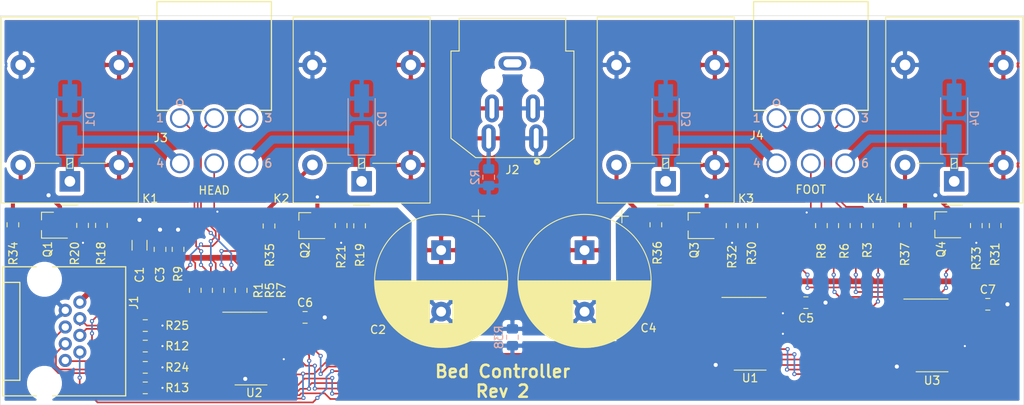
<source format=kicad_pcb>
(kicad_pcb (version 20171130) (host pcbnew "(5.1.6)-1")

  (general
    (thickness 1.6)
    (drawings 7)
    (tracks 502)
    (zones 0)
    (modules 51)
    (nets 39)
  )

  (page A4)
  (layers
    (0 F.Cu signal)
    (31 B.Cu signal)
    (32 B.Adhes user)
    (33 F.Adhes user)
    (34 B.Paste user)
    (35 F.Paste user)
    (36 B.SilkS user)
    (37 F.SilkS user)
    (38 B.Mask user)
    (39 F.Mask user)
    (40 Dwgs.User user hide)
    (41 Cmts.User user)
    (42 Eco1.User user)
    (43 Eco2.User user)
    (44 Edge.Cuts user)
    (45 Margin user)
    (46 B.CrtYd user)
    (47 F.CrtYd user)
    (48 B.Fab user)
    (49 F.Fab user hide)
  )

  (setup
    (last_trace_width 0.2)
    (user_trace_width 0.2)
    (user_trace_width 0.5)
    (user_trace_width 0.7)
    (user_trace_width 1)
    (user_trace_width 2)
    (user_trace_width 2.999999)
    (trace_clearance 0.2)
    (zone_clearance 0.508)
    (zone_45_only no)
    (trace_min 0.1524)
    (via_size 0.508)
    (via_drill 0.254)
    (via_min_size 0.508)
    (via_min_drill 0.254)
    (user_via 1 0.5)
    (user_via 2 1)
    (uvia_size 0.508)
    (uvia_drill 0.254)
    (uvias_allowed no)
    (uvia_min_size 0.508)
    (uvia_min_drill 0.254)
    (edge_width 0.05)
    (segment_width 0.2)
    (pcb_text_width 0.3)
    (pcb_text_size 1.5 1.5)
    (mod_edge_width 0.12)
    (mod_text_size 1 1)
    (mod_text_width 0.15)
    (pad_size 3.4 1.7)
    (pad_drill 2.2)
    (pad_to_mask_clearance 0.0508)
    (solder_mask_min_width 0.1016)
    (aux_axis_origin 0 0)
    (visible_elements 7FFFFFFF)
    (pcbplotparams
      (layerselection 0x010fc_ffffffff)
      (usegerberextensions false)
      (usegerberattributes true)
      (usegerberadvancedattributes true)
      (creategerberjobfile true)
      (excludeedgelayer true)
      (linewidth 0.100000)
      (plotframeref false)
      (viasonmask false)
      (mode 1)
      (useauxorigin false)
      (hpglpennumber 1)
      (hpglpenspeed 20)
      (hpglpendiameter 15.000000)
      (psnegative false)
      (psa4output false)
      (plotreference true)
      (plotvalue true)
      (plotinvisibletext false)
      (padsonsilk false)
      (subtractmaskfromsilk false)
      (outputformat 1)
      (mirror false)
      (drillshape 1)
      (scaleselection 1)
      (outputdirectory ""))
  )

  (net 0 "")
  (net 1 +3V3)
  (net 2 GND)
  (net 3 +24V)
  (net 4 /HEAD_MOTOR_A)
  (net 5 /HEAD_MOTOR_B)
  (net 6 /FOOT_MOTOR_A)
  (net 7 /FOOT_MOTOR_B)
  (net 8 /HEAD_POSITION)
  (net 9 /FOOT_POSITION)
  (net 10 /FOOT_UP)
  (net 11 /HEAD_UP)
  (net 12 /HEAD_DOWN)
  (net 13 /FOOT_DOWN)
  (net 14 /HEAD_UP_LIMIT)
  (net 15 /HEAD_DOWN_LIMIT)
  (net 16 /FOOT_DOWN_LIMIT)
  (net 17 /FOOT_UP_LIMIT)
  (net 18 "Net-(K1-Pad5)")
  (net 19 "Net-(K2-Pad5)")
  (net 20 "Net-(K3-Pad5)")
  (net 21 "Net-(K4-Pad5)")
  (net 22 "Net-(Q1-Pad3)")
  (net 23 "Net-(Q1-Pad1)")
  (net 24 "Net-(Q2-Pad1)")
  (net 25 "Net-(Q2-Pad3)")
  (net 26 "Net-(Q3-Pad1)")
  (net 27 "Net-(Q3-Pad3)")
  (net 28 "Net-(U1-Pad2)")
  (net 29 "Net-(U1-Pad4)")
  (net 30 "Net-(U1-Pad6)")
  (net 31 "Net-(U1-Pad8)")
  (net 32 "Net-(Q4-Pad1)")
  (net 33 "Net-(Q4-Pad3)")
  (net 34 "Net-(R18-Pad2)")
  (net 35 "Net-(R19-Pad2)")
  (net 36 "Net-(R30-Pad2)")
  (net 37 "Net-(R31-Pad2)")
  (net 38 GNDPWR)

  (net_class Default "This is the default net class."
    (clearance 0.2)
    (trace_width 0.1524)
    (via_dia 0.508)
    (via_drill 0.254)
    (uvia_dia 0.508)
    (uvia_drill 0.254)
    (add_net +24V)
    (add_net +3V3)
    (add_net /FOOT_DOWN)
    (add_net /FOOT_DOWN_LIMIT)
    (add_net /FOOT_MOTOR_A)
    (add_net /FOOT_MOTOR_B)
    (add_net /FOOT_POSITION)
    (add_net /FOOT_UP)
    (add_net /FOOT_UP_LIMIT)
    (add_net /HEAD_DOWN)
    (add_net /HEAD_DOWN_LIMIT)
    (add_net /HEAD_MOTOR_A)
    (add_net /HEAD_MOTOR_B)
    (add_net /HEAD_POSITION)
    (add_net /HEAD_UP)
    (add_net /HEAD_UP_LIMIT)
    (add_net GND)
    (add_net GNDPWR)
    (add_net "Net-(K1-Pad5)")
    (add_net "Net-(K2-Pad5)")
    (add_net "Net-(K3-Pad5)")
    (add_net "Net-(K4-Pad5)")
    (add_net "Net-(Q1-Pad1)")
    (add_net "Net-(Q1-Pad3)")
    (add_net "Net-(Q2-Pad1)")
    (add_net "Net-(Q2-Pad3)")
    (add_net "Net-(Q3-Pad1)")
    (add_net "Net-(Q3-Pad3)")
    (add_net "Net-(Q4-Pad1)")
    (add_net "Net-(Q4-Pad3)")
    (add_net "Net-(R18-Pad2)")
    (add_net "Net-(R19-Pad2)")
    (add_net "Net-(R30-Pad2)")
    (add_net "Net-(R31-Pad2)")
    (add_net "Net-(U1-Pad2)")
    (add_net "Net-(U1-Pad4)")
    (add_net "Net-(U1-Pad6)")
    (add_net "Net-(U1-Pad8)")
  )

  (module local_footprints:RJ45_Amphenol_RJHSE5080 (layer F.Cu) (tedit 5F30B693) (tstamp 5F0D2A62)
    (at 115.3 108.4 270)
    (path /5EEDF02E)
    (fp_text reference J1 (at -3.5 -10.9 90) (layer F.SilkS)
      (effects (font (size 1 1) (thickness 0.15)))
    )
    (fp_text value RJ45 (at 0 -11 90) (layer F.Fab)
      (effects (font (size 1 1) (thickness 0.15)))
    )
    (fp_line (start -5.97 3) (end 5.97 3) (layer F.SilkS) (width 0.15))
    (fp_line (start -5.97 3) (end -5.97 5) (layer F.SilkS) (width 0.15))
    (fp_line (start 5.97 5) (end 5.97 3) (layer F.SilkS) (width 0.15))
    (fp_line (start -7.875 -1) (end -7.875 -9.91) (layer F.SilkS) (width 0.15))
    (fp_line (start 7.875 5.08) (end -7.875 5.08) (layer F.SilkS) (width 0.15))
    (fp_line (start 7.875 -9.91) (end 7.875 -1) (layer F.SilkS) (width 0.15))
    (fp_line (start -7.875 -9.91) (end 7.875 -9.91) (layer F.SilkS) (width 0.15))
    (fp_line (start -7.875 5.08) (end -7.875 1) (layer F.SilkS) (width 0.15))
    (fp_line (start 7.875 5.08) (end 7.875 1) (layer F.SilkS) (width 0.15))
    (pad "" np_thru_hole circle (at -6.35 0 270) (size 3.25 3.25) (drill 3.25) (layers *.Cu *.Mask))
    (pad "" np_thru_hole circle (at 6.35 0 270) (size 3.25 3.25) (drill 3.25) (layers *.Cu *.Mask))
    (pad 8 thru_hole circle (at -3.555 -4.32 270) (size 1.6 1.6) (drill 0.89) (layers *.Cu *.Mask)
      (net 1 +3V3))
    (pad 7 thru_hole circle (at -2.565 -2.54 270) (size 1.6 1.6) (drill 0.89) (layers *.Cu *.Mask)
      (net 2 GND))
    (pad 6 thru_hole circle (at -1.545 -4.32 270) (size 1.6 1.6) (drill 0.89) (layers *.Cu *.Mask)
      (net 13 /FOOT_DOWN))
    (pad 5 thru_hole circle (at -0.525 -2.54 270) (size 1.6 1.6) (drill 0.89) (layers *.Cu *.Mask)
      (net 12 /HEAD_DOWN))
    (pad 4 thru_hole circle (at 0.495 -4.32 270) (size 1.6 1.6) (drill 0.89) (layers *.Cu *.Mask)
      (net 11 /HEAD_UP))
    (pad 3 thru_hole circle (at 1.515 -2.54 270) (size 1.6 1.6) (drill 0.89) (layers *.Cu *.Mask)
      (net 10 /FOOT_UP))
    (pad 2 thru_hole circle (at 2.535 -4.32 270) (size 1.6 1.6) (drill 0.89) (layers *.Cu *.Mask)
      (net 9 /FOOT_POSITION))
    (pad 1 thru_hole circle (at 3.555 -2.54 270) (size 1.6 1.6) (drill 0.89) (layers *.Cu *.Mask)
      (net 8 /HEAD_POSITION))
  )

  (module Resistor_SMD:R_0805_2012Metric_Pad1.15x1.40mm_HandSolder (layer F.Cu) (tedit 5B36C52B) (tstamp 5F39D3ED)
    (at 212.9 95.5 90)
    (descr "Resistor SMD 0805 (2012 Metric), square (rectangular) end terminal, IPC_7351 nominal with elongated pad for handsoldering. (Body size source: https://docs.google.com/spreadsheets/d/1BsfQQcO9C6DZCsRaXUlFlo91Tg2WpOkGARC1WS5S8t0/edit?usp=sharing), generated with kicad-footprint-generator")
    (tags "resistor handsolder")
    (path /5EFEB977)
    (attr smd)
    (fp_text reference R6 (at -3.1 0 90) (layer F.SilkS)
      (effects (font (size 1 1) (thickness 0.15)))
    )
    (fp_text value 10k (at 0 1.65 90) (layer F.Fab)
      (effects (font (size 1 1) (thickness 0.15)))
    )
    (fp_line (start -1 0.6) (end -1 -0.6) (layer F.Fab) (width 0.1))
    (fp_line (start -1 -0.6) (end 1 -0.6) (layer F.Fab) (width 0.1))
    (fp_line (start 1 -0.6) (end 1 0.6) (layer F.Fab) (width 0.1))
    (fp_line (start 1 0.6) (end -1 0.6) (layer F.Fab) (width 0.1))
    (fp_line (start -0.261252 -0.71) (end 0.261252 -0.71) (layer F.SilkS) (width 0.12))
    (fp_line (start -0.261252 0.71) (end 0.261252 0.71) (layer F.SilkS) (width 0.12))
    (fp_line (start -1.85 0.95) (end -1.85 -0.95) (layer F.CrtYd) (width 0.05))
    (fp_line (start -1.85 -0.95) (end 1.85 -0.95) (layer F.CrtYd) (width 0.05))
    (fp_line (start 1.85 -0.95) (end 1.85 0.95) (layer F.CrtYd) (width 0.05))
    (fp_line (start 1.85 0.95) (end -1.85 0.95) (layer F.CrtYd) (width 0.05))
    (fp_text user %R (at 0 0 90) (layer F.Fab)
      (effects (font (size 0.5 0.5) (thickness 0.08)))
    )
    (pad 2 smd roundrect (at 1.025 0 90) (size 1.15 1.4) (layers F.Cu F.Paste F.Mask) (roundrect_rratio 0.217391)
      (net 17 /FOOT_UP_LIMIT))
    (pad 1 smd roundrect (at -1.025 0 90) (size 1.15 1.4) (layers F.Cu F.Paste F.Mask) (roundrect_rratio 0.217391)
      (net 1 +3V3))
    (model ${KISYS3DMOD}/Resistor_SMD.3dshapes/R_0805_2012Metric.wrl
      (at (xyz 0 0 0))
      (scale (xyz 1 1 1))
      (rotate (xyz 0 0 0))
    )
  )

  (module Package_SO:SOIC-14_3.9x8.7mm_P1.27mm (layer F.Cu) (tedit 5D9F72B1) (tstamp 5F0F2CB4)
    (at 223.6 108.9)
    (descr "SOIC, 14 Pin (JEDEC MS-012AB, https://www.analog.com/media/en/package-pcb-resources/package/pkg_pdf/soic_narrow-r/r_14.pdf), generated with kicad-footprint-generator ipc_gullwing_generator.py")
    (tags "SOIC SO")
    (path /5F0D17AA)
    (attr smd)
    (fp_text reference U3 (at 0 5.5) (layer F.SilkS)
      (effects (font (size 1 1) (thickness 0.15)))
    )
    (fp_text value SN74HC27 (at 0 5.28) (layer F.Fab)
      (effects (font (size 1 1) (thickness 0.15)))
    )
    (fp_line (start 3.7 -4.58) (end -3.7 -4.58) (layer F.CrtYd) (width 0.05))
    (fp_line (start 3.7 4.58) (end 3.7 -4.58) (layer F.CrtYd) (width 0.05))
    (fp_line (start -3.7 4.58) (end 3.7 4.58) (layer F.CrtYd) (width 0.05))
    (fp_line (start -3.7 -4.58) (end -3.7 4.58) (layer F.CrtYd) (width 0.05))
    (fp_line (start -1.95 -3.35) (end -0.975 -4.325) (layer F.Fab) (width 0.1))
    (fp_line (start -1.95 4.325) (end -1.95 -3.35) (layer F.Fab) (width 0.1))
    (fp_line (start 1.95 4.325) (end -1.95 4.325) (layer F.Fab) (width 0.1))
    (fp_line (start 1.95 -4.325) (end 1.95 4.325) (layer F.Fab) (width 0.1))
    (fp_line (start -0.975 -4.325) (end 1.95 -4.325) (layer F.Fab) (width 0.1))
    (fp_line (start 0 -4.435) (end -3.45 -4.435) (layer F.SilkS) (width 0.12))
    (fp_line (start 0 -4.435) (end 1.95 -4.435) (layer F.SilkS) (width 0.12))
    (fp_line (start 0 4.435) (end -1.95 4.435) (layer F.SilkS) (width 0.12))
    (fp_line (start 0 4.435) (end 1.95 4.435) (layer F.SilkS) (width 0.12))
    (fp_text user %R (at 0 0) (layer F.Fab)
      (effects (font (size 1 1) (thickness 0.15)))
    )
    (pad 14 smd roundrect (at 2.475 -3.81) (size 1.95 0.6) (layers F.Cu F.Paste F.Mask) (roundrect_rratio 0.25)
      (net 1 +3V3))
    (pad 13 smd roundrect (at 2.475 -2.54) (size 1.95 0.6) (layers F.Cu F.Paste F.Mask) (roundrect_rratio 0.25)
      (net 10 /FOOT_UP))
    (pad 12 smd roundrect (at 2.475 -1.27) (size 1.95 0.6) (layers F.Cu F.Paste F.Mask) (roundrect_rratio 0.25)
      (net 37 "Net-(R31-Pad2)"))
    (pad 11 smd roundrect (at 2.475 0) (size 1.95 0.6) (layers F.Cu F.Paste F.Mask) (roundrect_rratio 0.25)
      (net 2 GND))
    (pad 10 smd roundrect (at 2.475 1.27) (size 1.95 0.6) (layers F.Cu F.Paste F.Mask) (roundrect_rratio 0.25)
      (net 2 GND))
    (pad 9 smd roundrect (at 2.475 2.54) (size 1.95 0.6) (layers F.Cu F.Paste F.Mask) (roundrect_rratio 0.25)
      (net 2 GND))
    (pad 8 smd roundrect (at 2.475 3.81) (size 1.95 0.6) (layers F.Cu F.Paste F.Mask) (roundrect_rratio 0.25))
    (pad 7 smd roundrect (at -2.475 3.81) (size 1.95 0.6) (layers F.Cu F.Paste F.Mask) (roundrect_rratio 0.25)
      (net 2 GND))
    (pad 6 smd roundrect (at -2.475 2.54) (size 1.95 0.6) (layers F.Cu F.Paste F.Mask) (roundrect_rratio 0.25)
      (net 36 "Net-(R30-Pad2)"))
    (pad 5 smd roundrect (at -2.475 1.27) (size 1.95 0.6) (layers F.Cu F.Paste F.Mask) (roundrect_rratio 0.25)
      (net 13 /FOOT_DOWN))
    (pad 4 smd roundrect (at -2.475 0) (size 1.95 0.6) (layers F.Cu F.Paste F.Mask) (roundrect_rratio 0.25)
      (net 17 /FOOT_UP_LIMIT))
    (pad 3 smd roundrect (at -2.475 -1.27) (size 1.95 0.6) (layers F.Cu F.Paste F.Mask) (roundrect_rratio 0.25)
      (net 31 "Net-(U1-Pad8)"))
    (pad 2 smd roundrect (at -2.475 -2.54) (size 1.95 0.6) (layers F.Cu F.Paste F.Mask) (roundrect_rratio 0.25)
      (net 16 /FOOT_DOWN_LIMIT))
    (pad 1 smd roundrect (at -2.475 -3.81) (size 1.95 0.6) (layers F.Cu F.Paste F.Mask) (roundrect_rratio 0.25)
      (net 30 "Net-(U1-Pad6)"))
    (model ${KISYS3DMOD}/Package_SO.3dshapes/SOIC-14_3.9x8.7mm_P1.27mm.wrl
      (at (xyz 0 0 0))
      (scale (xyz 1 1 1))
      (rotate (xyz 0 0 0))
    )
  )

  (module Package_SO:SOIC-14_3.9x8.7mm_P1.27mm (layer F.Cu) (tedit 5D9F72B1) (tstamp 5F0EB4BD)
    (at 140.5 110.5)
    (descr "SOIC, 14 Pin (JEDEC MS-012AB, https://www.analog.com/media/en/package-pcb-resources/package/pkg_pdf/soic_narrow-r/r_14.pdf), generated with kicad-footprint-generator ipc_gullwing_generator.py")
    (tags "SOIC SO")
    (path /5EF883BA)
    (attr smd)
    (fp_text reference U2 (at 0.4 5.4) (layer F.SilkS)
      (effects (font (size 1 1) (thickness 0.15)))
    )
    (fp_text value SN74HC27 (at 0 5.28) (layer F.Fab)
      (effects (font (size 1 1) (thickness 0.15)))
    )
    (fp_line (start 0 4.435) (end 1.95 4.435) (layer F.SilkS) (width 0.12))
    (fp_line (start 0 4.435) (end -1.95 4.435) (layer F.SilkS) (width 0.12))
    (fp_line (start 0 -4.435) (end 1.95 -4.435) (layer F.SilkS) (width 0.12))
    (fp_line (start 0 -4.435) (end -3.45 -4.435) (layer F.SilkS) (width 0.12))
    (fp_line (start -0.975 -4.325) (end 1.95 -4.325) (layer F.Fab) (width 0.1))
    (fp_line (start 1.95 -4.325) (end 1.95 4.325) (layer F.Fab) (width 0.1))
    (fp_line (start 1.95 4.325) (end -1.95 4.325) (layer F.Fab) (width 0.1))
    (fp_line (start -1.95 4.325) (end -1.95 -3.35) (layer F.Fab) (width 0.1))
    (fp_line (start -1.95 -3.35) (end -0.975 -4.325) (layer F.Fab) (width 0.1))
    (fp_line (start -3.7 -4.58) (end -3.7 4.58) (layer F.CrtYd) (width 0.05))
    (fp_line (start -3.7 4.58) (end 3.7 4.58) (layer F.CrtYd) (width 0.05))
    (fp_line (start 3.7 4.58) (end 3.7 -4.58) (layer F.CrtYd) (width 0.05))
    (fp_line (start 3.7 -4.58) (end -3.7 -4.58) (layer F.CrtYd) (width 0.05))
    (fp_text user %R (at 0 0) (layer F.Fab)
      (effects (font (size 1 1) (thickness 0.15)))
    )
    (pad 1 smd roundrect (at -2.475 -3.81) (size 1.95 0.6) (layers F.Cu F.Paste F.Mask) (roundrect_rratio 0.25)
      (net 28 "Net-(U1-Pad2)"))
    (pad 2 smd roundrect (at -2.475 -2.54) (size 1.95 0.6) (layers F.Cu F.Paste F.Mask) (roundrect_rratio 0.25)
      (net 15 /HEAD_DOWN_LIMIT))
    (pad 3 smd roundrect (at -2.475 -1.27) (size 1.95 0.6) (layers F.Cu F.Paste F.Mask) (roundrect_rratio 0.25)
      (net 29 "Net-(U1-Pad4)"))
    (pad 4 smd roundrect (at -2.475 0) (size 1.95 0.6) (layers F.Cu F.Paste F.Mask) (roundrect_rratio 0.25)
      (net 14 /HEAD_UP_LIMIT))
    (pad 5 smd roundrect (at -2.475 1.27) (size 1.95 0.6) (layers F.Cu F.Paste F.Mask) (roundrect_rratio 0.25)
      (net 12 /HEAD_DOWN))
    (pad 6 smd roundrect (at -2.475 2.54) (size 1.95 0.6) (layers F.Cu F.Paste F.Mask) (roundrect_rratio 0.25)
      (net 34 "Net-(R18-Pad2)"))
    (pad 7 smd roundrect (at -2.475 3.81) (size 1.95 0.6) (layers F.Cu F.Paste F.Mask) (roundrect_rratio 0.25)
      (net 2 GND))
    (pad 8 smd roundrect (at 2.475 3.81) (size 1.95 0.6) (layers F.Cu F.Paste F.Mask) (roundrect_rratio 0.25))
    (pad 9 smd roundrect (at 2.475 2.54) (size 1.95 0.6) (layers F.Cu F.Paste F.Mask) (roundrect_rratio 0.25)
      (net 2 GND))
    (pad 10 smd roundrect (at 2.475 1.27) (size 1.95 0.6) (layers F.Cu F.Paste F.Mask) (roundrect_rratio 0.25)
      (net 2 GND))
    (pad 11 smd roundrect (at 2.475 0) (size 1.95 0.6) (layers F.Cu F.Paste F.Mask) (roundrect_rratio 0.25)
      (net 2 GND))
    (pad 12 smd roundrect (at 2.475 -1.27) (size 1.95 0.6) (layers F.Cu F.Paste F.Mask) (roundrect_rratio 0.25)
      (net 35 "Net-(R19-Pad2)"))
    (pad 13 smd roundrect (at 2.475 -2.54) (size 1.95 0.6) (layers F.Cu F.Paste F.Mask) (roundrect_rratio 0.25)
      (net 11 /HEAD_UP))
    (pad 14 smd roundrect (at 2.475 -3.81) (size 1.95 0.6) (layers F.Cu F.Paste F.Mask) (roundrect_rratio 0.25)
      (net 1 +3V3))
    (model ${KISYS3DMOD}/Package_SO.3dshapes/SOIC-14_3.9x8.7mm_P1.27mm.wrl
      (at (xyz 0 0 0))
      (scale (xyz 1 1 1))
      (rotate (xyz 0 0 0))
    )
  )

  (module Resistor_SMD:R_0805_2012Metric_Pad1.15x1.40mm_HandSolder (layer F.Cu) (tedit 5B36C52B) (tstamp 5F148CBB)
    (at 127.6 110.2 180)
    (descr "Resistor SMD 0805 (2012 Metric), square (rectangular) end terminal, IPC_7351 nominal with elongated pad for handsoldering. (Body size source: https://docs.google.com/spreadsheets/d/1BsfQQcO9C6DZCsRaXUlFlo91Tg2WpOkGARC1WS5S8t0/edit?usp=sharing), generated with kicad-footprint-generator")
    (tags "resistor handsolder")
    (path /5F0A196A)
    (attr smd)
    (fp_text reference R12 (at -3.9 0) (layer F.SilkS)
      (effects (font (size 1 1) (thickness 0.15)))
    )
    (fp_text value 10k (at 0 1.65) (layer F.Fab)
      (effects (font (size 1 1) (thickness 0.15)))
    )
    (fp_line (start -1 0.6) (end -1 -0.6) (layer F.Fab) (width 0.1))
    (fp_line (start -1 -0.6) (end 1 -0.6) (layer F.Fab) (width 0.1))
    (fp_line (start 1 -0.6) (end 1 0.6) (layer F.Fab) (width 0.1))
    (fp_line (start 1 0.6) (end -1 0.6) (layer F.Fab) (width 0.1))
    (fp_line (start -0.261252 -0.71) (end 0.261252 -0.71) (layer F.SilkS) (width 0.12))
    (fp_line (start -0.261252 0.71) (end 0.261252 0.71) (layer F.SilkS) (width 0.12))
    (fp_line (start -1.85 0.95) (end -1.85 -0.95) (layer F.CrtYd) (width 0.05))
    (fp_line (start -1.85 -0.95) (end 1.85 -0.95) (layer F.CrtYd) (width 0.05))
    (fp_line (start 1.85 -0.95) (end 1.85 0.95) (layer F.CrtYd) (width 0.05))
    (fp_line (start 1.85 0.95) (end -1.85 0.95) (layer F.CrtYd) (width 0.05))
    (fp_text user %R (at 0 0) (layer F.Fab)
      (effects (font (size 1 1) (thickness 0.15)))
    )
    (pad 1 smd roundrect (at -1.025 0 180) (size 1.15 1.4) (layers F.Cu F.Paste F.Mask) (roundrect_rratio 0.217391)
      (net 2 GND))
    (pad 2 smd roundrect (at 1.025 0 180) (size 1.15 1.4) (layers F.Cu F.Paste F.Mask) (roundrect_rratio 0.217391)
      (net 11 /HEAD_UP))
    (model ${KISYS3DMOD}/Resistor_SMD.3dshapes/R_0805_2012Metric.wrl
      (at (xyz 0 0 0))
      (scale (xyz 1 1 1))
      (rotate (xyz 0 0 0))
    )
  )

  (module Package_SO:SOIC-14_3.9x8.7mm_P1.27mm (layer F.Cu) (tedit 5D9F72B1) (tstamp 5F0D2E57)
    (at 201.4 108.7)
    (descr "SOIC, 14 Pin (JEDEC MS-012AB, https://www.analog.com/media/en/package-pcb-resources/package/pkg_pdf/soic_narrow-r/r_14.pdf), generated with kicad-footprint-generator ipc_gullwing_generator.py")
    (tags "SOIC SO")
    (path /5EF8E69B)
    (attr smd)
    (fp_text reference U1 (at 0 5.4) (layer F.SilkS)
      (effects (font (size 1 1) (thickness 0.15)))
    )
    (fp_text value 74HC14 (at 0 5.28) (layer F.Fab)
      (effects (font (size 1 1) (thickness 0.15)))
    )
    (fp_line (start 0 4.435) (end 1.95 4.435) (layer F.SilkS) (width 0.12))
    (fp_line (start 0 4.435) (end -1.95 4.435) (layer F.SilkS) (width 0.12))
    (fp_line (start 0 -4.435) (end 1.95 -4.435) (layer F.SilkS) (width 0.12))
    (fp_line (start 0 -4.435) (end -3.45 -4.435) (layer F.SilkS) (width 0.12))
    (fp_line (start -0.975 -4.325) (end 1.95 -4.325) (layer F.Fab) (width 0.1))
    (fp_line (start 1.95 -4.325) (end 1.95 4.325) (layer F.Fab) (width 0.1))
    (fp_line (start 1.95 4.325) (end -1.95 4.325) (layer F.Fab) (width 0.1))
    (fp_line (start -1.95 4.325) (end -1.95 -3.35) (layer F.Fab) (width 0.1))
    (fp_line (start -1.95 -3.35) (end -0.975 -4.325) (layer F.Fab) (width 0.1))
    (fp_line (start -3.7 -4.58) (end -3.7 4.58) (layer F.CrtYd) (width 0.05))
    (fp_line (start -3.7 4.58) (end 3.7 4.58) (layer F.CrtYd) (width 0.05))
    (fp_line (start 3.7 4.58) (end 3.7 -4.58) (layer F.CrtYd) (width 0.05))
    (fp_line (start 3.7 -4.58) (end -3.7 -4.58) (layer F.CrtYd) (width 0.05))
    (fp_text user %R (at 0 0) (layer F.Fab)
      (effects (font (size 1 1) (thickness 0.15)))
    )
    (pad 1 smd roundrect (at -2.475 -3.81) (size 1.95 0.6) (layers F.Cu F.Paste F.Mask) (roundrect_rratio 0.25)
      (net 12 /HEAD_DOWN))
    (pad 2 smd roundrect (at -2.475 -2.54) (size 1.95 0.6) (layers F.Cu F.Paste F.Mask) (roundrect_rratio 0.25)
      (net 28 "Net-(U1-Pad2)"))
    (pad 3 smd roundrect (at -2.475 -1.27) (size 1.95 0.6) (layers F.Cu F.Paste F.Mask) (roundrect_rratio 0.25)
      (net 11 /HEAD_UP))
    (pad 4 smd roundrect (at -2.475 0) (size 1.95 0.6) (layers F.Cu F.Paste F.Mask) (roundrect_rratio 0.25)
      (net 29 "Net-(U1-Pad4)"))
    (pad 5 smd roundrect (at -2.475 1.27) (size 1.95 0.6) (layers F.Cu F.Paste F.Mask) (roundrect_rratio 0.25)
      (net 13 /FOOT_DOWN))
    (pad 6 smd roundrect (at -2.475 2.54) (size 1.95 0.6) (layers F.Cu F.Paste F.Mask) (roundrect_rratio 0.25)
      (net 30 "Net-(U1-Pad6)"))
    (pad 7 smd roundrect (at -2.475 3.81) (size 1.95 0.6) (layers F.Cu F.Paste F.Mask) (roundrect_rratio 0.25)
      (net 2 GND))
    (pad 8 smd roundrect (at 2.475 3.81) (size 1.95 0.6) (layers F.Cu F.Paste F.Mask) (roundrect_rratio 0.25)
      (net 31 "Net-(U1-Pad8)"))
    (pad 9 smd roundrect (at 2.475 2.54) (size 1.95 0.6) (layers F.Cu F.Paste F.Mask) (roundrect_rratio 0.25)
      (net 10 /FOOT_UP))
    (pad 10 smd roundrect (at 2.475 1.27) (size 1.95 0.6) (layers F.Cu F.Paste F.Mask) (roundrect_rratio 0.25))
    (pad 11 smd roundrect (at 2.475 0) (size 1.95 0.6) (layers F.Cu F.Paste F.Mask) (roundrect_rratio 0.25)
      (net 2 GND))
    (pad 12 smd roundrect (at 2.475 -1.27) (size 1.95 0.6) (layers F.Cu F.Paste F.Mask) (roundrect_rratio 0.25))
    (pad 13 smd roundrect (at 2.475 -2.54) (size 1.95 0.6) (layers F.Cu F.Paste F.Mask) (roundrect_rratio 0.25)
      (net 2 GND))
    (pad 14 smd roundrect (at 2.475 -3.81) (size 1.95 0.6) (layers F.Cu F.Paste F.Mask) (roundrect_rratio 0.25)
      (net 1 +3V3))
    (model ${KISYS3DMOD}/Package_SO.3dshapes/SOIC-14_3.9x8.7mm_P1.27mm.wrl
      (at (xyz 0 0 0))
      (scale (xyz 1 1 1))
      (rotate (xyz 0 0 0))
    )
  )

  (module Resistor_SMD:R_0805_2012Metric_Pad1.15x1.40mm_HandSolder (layer F.Cu) (tedit 5B36C52B) (tstamp 5F3680A7)
    (at 139.3 103.4 270)
    (descr "Resistor SMD 0805 (2012 Metric), square (rectangular) end terminal, IPC_7351 nominal with elongated pad for handsoldering. (Body size source: https://docs.google.com/spreadsheets/d/1BsfQQcO9C6DZCsRaXUlFlo91Tg2WpOkGARC1WS5S8t0/edit?usp=sharing), generated with kicad-footprint-generator")
    (tags "resistor handsolder")
    (path /5EF7E4F8)
    (attr smd)
    (fp_text reference R7 (at 0 -4.9 90) (layer F.SilkS)
      (effects (font (size 1 1) (thickness 0.15)))
    )
    (fp_text value 10k (at 0 1.65 90) (layer F.Fab)
      (effects (font (size 1 1) (thickness 0.15)))
    )
    (fp_line (start -1 0.6) (end -1 -0.6) (layer F.Fab) (width 0.1))
    (fp_line (start -1 -0.6) (end 1 -0.6) (layer F.Fab) (width 0.1))
    (fp_line (start 1 -0.6) (end 1 0.6) (layer F.Fab) (width 0.1))
    (fp_line (start 1 0.6) (end -1 0.6) (layer F.Fab) (width 0.1))
    (fp_line (start -0.261252 -0.71) (end 0.261252 -0.71) (layer F.SilkS) (width 0.12))
    (fp_line (start -0.261252 0.71) (end 0.261252 0.71) (layer F.SilkS) (width 0.12))
    (fp_line (start -1.85 0.95) (end -1.85 -0.95) (layer F.CrtYd) (width 0.05))
    (fp_line (start -1.85 -0.95) (end 1.85 -0.95) (layer F.CrtYd) (width 0.05))
    (fp_line (start 1.85 -0.95) (end 1.85 0.95) (layer F.CrtYd) (width 0.05))
    (fp_line (start 1.85 0.95) (end -1.85 0.95) (layer F.CrtYd) (width 0.05))
    (fp_text user %R (at 0 0 90) (layer F.Fab)
      (effects (font (size 1 1) (thickness 0.15)))
    )
    (pad 1 smd roundrect (at -1.025 0 270) (size 1.15 1.4) (layers F.Cu F.Paste F.Mask) (roundrect_rratio 0.217391)
      (net 1 +3V3))
    (pad 2 smd roundrect (at 1.025 0 270) (size 1.15 1.4) (layers F.Cu F.Paste F.Mask) (roundrect_rratio 0.217391)
      (net 15 /HEAD_DOWN_LIMIT))
    (model ${KISYS3DMOD}/Resistor_SMD.3dshapes/R_0805_2012Metric.wrl
      (at (xyz 0 0 0))
      (scale (xyz 1 1 1))
      (rotate (xyz 0 0 0))
    )
  )

  (module Resistor_SMD:R_0805_2012Metric_Pad1.15x1.40mm_HandSolder (layer F.Cu) (tedit 5B36C52B) (tstamp 5F0D2E04)
    (at 111.45 95.4 90)
    (descr "Resistor SMD 0805 (2012 Metric), square (rectangular) end terminal, IPC_7351 nominal with elongated pad for handsoldering. (Body size source: https://docs.google.com/spreadsheets/d/1BsfQQcO9C6DZCsRaXUlFlo91Tg2WpOkGARC1WS5S8t0/edit?usp=sharing), generated with kicad-footprint-generator")
    (tags "resistor handsolder")
    (path /5F101107)
    (attr smd)
    (fp_text reference R34 (at -3.5 0.05 90) (layer F.SilkS)
      (effects (font (size 1 1) (thickness 0.15)))
    )
    (fp_text value 0 (at 0 1.65 90) (layer F.Fab)
      (effects (font (size 1 1) (thickness 0.15)))
    )
    (fp_line (start 1.85 0.95) (end -1.85 0.95) (layer F.CrtYd) (width 0.05))
    (fp_line (start 1.85 -0.95) (end 1.85 0.95) (layer F.CrtYd) (width 0.05))
    (fp_line (start -1.85 -0.95) (end 1.85 -0.95) (layer F.CrtYd) (width 0.05))
    (fp_line (start -1.85 0.95) (end -1.85 -0.95) (layer F.CrtYd) (width 0.05))
    (fp_line (start -0.261252 0.71) (end 0.261252 0.71) (layer F.SilkS) (width 0.12))
    (fp_line (start -0.261252 -0.71) (end 0.261252 -0.71) (layer F.SilkS) (width 0.12))
    (fp_line (start 1 0.6) (end -1 0.6) (layer F.Fab) (width 0.1))
    (fp_line (start 1 -0.6) (end 1 0.6) (layer F.Fab) (width 0.1))
    (fp_line (start -1 -0.6) (end 1 -0.6) (layer F.Fab) (width 0.1))
    (fp_line (start -1 0.6) (end -1 -0.6) (layer F.Fab) (width 0.1))
    (fp_text user %R (at 0 0 90) (layer F.Fab)
      (effects (font (size 1 1) (thickness 0.15)))
    )
    (pad 2 smd roundrect (at 1.025 0 90) (size 1.15 1.4) (layers F.Cu F.Paste F.Mask) (roundrect_rratio 0.217391)
      (net 18 "Net-(K1-Pad5)"))
    (pad 1 smd roundrect (at -1.025 0 90) (size 1.15 1.4) (layers F.Cu F.Paste F.Mask) (roundrect_rratio 0.217391)
      (net 22 "Net-(Q1-Pad3)"))
    (model ${KISYS3DMOD}/Resistor_SMD.3dshapes/R_0805_2012Metric.wrl
      (at (xyz 0 0 0))
      (scale (xyz 1 1 1))
      (rotate (xyz 0 0 0))
    )
  )

  (module Capacitor_THT:CP_Radial_D16.0mm_P7.50mm (layer F.Cu) (tedit 5AE50EF1) (tstamp 5F352E38)
    (at 163.7 98.5 270)
    (descr "CP, Radial series, Radial, pin pitch=7.50mm, , diameter=16mm, Electrolytic Capacitor")
    (tags "CP Radial series Radial pin pitch 7.50mm  diameter 16mm Electrolytic Capacitor")
    (path /5EEED588)
    (fp_text reference C2 (at 9.7 7.7 180) (layer F.SilkS)
      (effects (font (size 1 1) (thickness 0.15)))
    )
    (fp_text value 2200u (at 3.75 9.25 90) (layer F.Fab)
      (effects (font (size 1 1) (thickness 0.15)))
    )
    (fp_line (start -4.139491 -5.355) (end -4.139491 -3.755) (layer F.SilkS) (width 0.12))
    (fp_line (start -4.939491 -4.555) (end -3.339491 -4.555) (layer F.SilkS) (width 0.12))
    (fp_line (start 11.831 -0.765) (end 11.831 0.765) (layer F.SilkS) (width 0.12))
    (fp_line (start 11.791 -1.098) (end 11.791 1.098) (layer F.SilkS) (width 0.12))
    (fp_line (start 11.751 -1.351) (end 11.751 1.351) (layer F.SilkS) (width 0.12))
    (fp_line (start 11.711 -1.564) (end 11.711 1.564) (layer F.SilkS) (width 0.12))
    (fp_line (start 11.671 -1.752) (end 11.671 1.752) (layer F.SilkS) (width 0.12))
    (fp_line (start 11.631 -1.92) (end 11.631 1.92) (layer F.SilkS) (width 0.12))
    (fp_line (start 11.591 -2.074) (end 11.591 2.074) (layer F.SilkS) (width 0.12))
    (fp_line (start 11.551 -2.218) (end 11.551 2.218) (layer F.SilkS) (width 0.12))
    (fp_line (start 11.511 -2.351) (end 11.511 2.351) (layer F.SilkS) (width 0.12))
    (fp_line (start 11.471 -2.478) (end 11.471 2.478) (layer F.SilkS) (width 0.12))
    (fp_line (start 11.431 -2.597) (end 11.431 2.597) (layer F.SilkS) (width 0.12))
    (fp_line (start 11.391 -2.711) (end 11.391 2.711) (layer F.SilkS) (width 0.12))
    (fp_line (start 11.351 -2.82) (end 11.351 2.82) (layer F.SilkS) (width 0.12))
    (fp_line (start 11.311 -2.924) (end 11.311 2.924) (layer F.SilkS) (width 0.12))
    (fp_line (start 11.271 -3.024) (end 11.271 3.024) (layer F.SilkS) (width 0.12))
    (fp_line (start 11.231 -3.12) (end 11.231 3.12) (layer F.SilkS) (width 0.12))
    (fp_line (start 11.191 -3.213) (end 11.191 3.213) (layer F.SilkS) (width 0.12))
    (fp_line (start 11.151 -3.303) (end 11.151 3.303) (layer F.SilkS) (width 0.12))
    (fp_line (start 11.111 -3.39) (end 11.111 3.39) (layer F.SilkS) (width 0.12))
    (fp_line (start 11.071 -3.475) (end 11.071 3.475) (layer F.SilkS) (width 0.12))
    (fp_line (start 11.031 -3.557) (end 11.031 3.557) (layer F.SilkS) (width 0.12))
    (fp_line (start 10.991 -3.637) (end 10.991 3.637) (layer F.SilkS) (width 0.12))
    (fp_line (start 10.951 -3.715) (end 10.951 3.715) (layer F.SilkS) (width 0.12))
    (fp_line (start 10.911 -3.79) (end 10.911 3.79) (layer F.SilkS) (width 0.12))
    (fp_line (start 10.871 -3.864) (end 10.871 3.864) (layer F.SilkS) (width 0.12))
    (fp_line (start 10.831 -3.936) (end 10.831 3.936) (layer F.SilkS) (width 0.12))
    (fp_line (start 10.791 -4.007) (end 10.791 4.007) (layer F.SilkS) (width 0.12))
    (fp_line (start 10.751 -4.076) (end 10.751 4.076) (layer F.SilkS) (width 0.12))
    (fp_line (start 10.711 -4.143) (end 10.711 4.143) (layer F.SilkS) (width 0.12))
    (fp_line (start 10.671 -4.209) (end 10.671 4.209) (layer F.SilkS) (width 0.12))
    (fp_line (start 10.631 -4.273) (end 10.631 4.273) (layer F.SilkS) (width 0.12))
    (fp_line (start 10.591 -4.336) (end 10.591 4.336) (layer F.SilkS) (width 0.12))
    (fp_line (start 10.551 -4.398) (end 10.551 4.398) (layer F.SilkS) (width 0.12))
    (fp_line (start 10.511 -4.459) (end 10.511 4.459) (layer F.SilkS) (width 0.12))
    (fp_line (start 10.471 -4.519) (end 10.471 4.519) (layer F.SilkS) (width 0.12))
    (fp_line (start 10.431 -4.577) (end 10.431 4.577) (layer F.SilkS) (width 0.12))
    (fp_line (start 10.391 -4.634) (end 10.391 4.634) (layer F.SilkS) (width 0.12))
    (fp_line (start 10.351 -4.691) (end 10.351 4.691) (layer F.SilkS) (width 0.12))
    (fp_line (start 10.311 -4.746) (end 10.311 4.746) (layer F.SilkS) (width 0.12))
    (fp_line (start 10.271 -4.8) (end 10.271 4.8) (layer F.SilkS) (width 0.12))
    (fp_line (start 10.231 -4.854) (end 10.231 4.854) (layer F.SilkS) (width 0.12))
    (fp_line (start 10.191 -4.906) (end 10.191 4.906) (layer F.SilkS) (width 0.12))
    (fp_line (start 10.151 -4.958) (end 10.151 4.958) (layer F.SilkS) (width 0.12))
    (fp_line (start 10.111 -5.009) (end 10.111 5.009) (layer F.SilkS) (width 0.12))
    (fp_line (start 10.071 -5.059) (end 10.071 5.059) (layer F.SilkS) (width 0.12))
    (fp_line (start 10.031 -5.108) (end 10.031 5.108) (layer F.SilkS) (width 0.12))
    (fp_line (start 9.991 -5.156) (end 9.991 5.156) (layer F.SilkS) (width 0.12))
    (fp_line (start 9.951 -5.204) (end 9.951 5.204) (layer F.SilkS) (width 0.12))
    (fp_line (start 9.911 -5.251) (end 9.911 5.251) (layer F.SilkS) (width 0.12))
    (fp_line (start 9.871 -5.297) (end 9.871 5.297) (layer F.SilkS) (width 0.12))
    (fp_line (start 9.831 -5.343) (end 9.831 5.343) (layer F.SilkS) (width 0.12))
    (fp_line (start 9.791 -5.388) (end 9.791 5.388) (layer F.SilkS) (width 0.12))
    (fp_line (start 9.751 -5.432) (end 9.751 5.432) (layer F.SilkS) (width 0.12))
    (fp_line (start 9.711 -5.475) (end 9.711 5.475) (layer F.SilkS) (width 0.12))
    (fp_line (start 9.671 -5.518) (end 9.671 5.518) (layer F.SilkS) (width 0.12))
    (fp_line (start 9.631 -5.56) (end 9.631 5.56) (layer F.SilkS) (width 0.12))
    (fp_line (start 9.591 -5.602) (end 9.591 5.602) (layer F.SilkS) (width 0.12))
    (fp_line (start 9.551 -5.643) (end 9.551 5.643) (layer F.SilkS) (width 0.12))
    (fp_line (start 9.511 -5.684) (end 9.511 5.684) (layer F.SilkS) (width 0.12))
    (fp_line (start 9.471 -5.724) (end 9.471 5.724) (layer F.SilkS) (width 0.12))
    (fp_line (start 9.431 -5.763) (end 9.431 5.763) (layer F.SilkS) (width 0.12))
    (fp_line (start 9.391 -5.802) (end 9.391 5.802) (layer F.SilkS) (width 0.12))
    (fp_line (start 9.351 -5.84) (end 9.351 5.84) (layer F.SilkS) (width 0.12))
    (fp_line (start 9.311 -5.878) (end 9.311 5.878) (layer F.SilkS) (width 0.12))
    (fp_line (start 9.271 -5.916) (end 9.271 5.916) (layer F.SilkS) (width 0.12))
    (fp_line (start 9.231 -5.952) (end 9.231 5.952) (layer F.SilkS) (width 0.12))
    (fp_line (start 9.191 -5.989) (end 9.191 5.989) (layer F.SilkS) (width 0.12))
    (fp_line (start 9.151 -6.025) (end 9.151 6.025) (layer F.SilkS) (width 0.12))
    (fp_line (start 9.111 -6.06) (end 9.111 6.06) (layer F.SilkS) (width 0.12))
    (fp_line (start 9.071 -6.095) (end 9.071 6.095) (layer F.SilkS) (width 0.12))
    (fp_line (start 9.031 -6.129) (end 9.031 6.129) (layer F.SilkS) (width 0.12))
    (fp_line (start 8.991 -6.163) (end 8.991 6.163) (layer F.SilkS) (width 0.12))
    (fp_line (start 8.951 -6.197) (end 8.951 6.197) (layer F.SilkS) (width 0.12))
    (fp_line (start 8.911 1.44) (end 8.911 6.23) (layer F.SilkS) (width 0.12))
    (fp_line (start 8.911 -6.23) (end 8.911 -1.44) (layer F.SilkS) (width 0.12))
    (fp_line (start 8.871 1.44) (end 8.871 6.263) (layer F.SilkS) (width 0.12))
    (fp_line (start 8.871 -6.263) (end 8.871 -1.44) (layer F.SilkS) (width 0.12))
    (fp_line (start 8.831 1.44) (end 8.831 6.295) (layer F.SilkS) (width 0.12))
    (fp_line (start 8.831 -6.295) (end 8.831 -1.44) (layer F.SilkS) (width 0.12))
    (fp_line (start 8.791 1.44) (end 8.791 6.327) (layer F.SilkS) (width 0.12))
    (fp_line (start 8.791 -6.327) (end 8.791 -1.44) (layer F.SilkS) (width 0.12))
    (fp_line (start 8.751 1.44) (end 8.751 6.358) (layer F.SilkS) (width 0.12))
    (fp_line (start 8.751 -6.358) (end 8.751 -1.44) (layer F.SilkS) (width 0.12))
    (fp_line (start 8.711 1.44) (end 8.711 6.39) (layer F.SilkS) (width 0.12))
    (fp_line (start 8.711 -6.39) (end 8.711 -1.44) (layer F.SilkS) (width 0.12))
    (fp_line (start 8.671 1.44) (end 8.671 6.42) (layer F.SilkS) (width 0.12))
    (fp_line (start 8.671 -6.42) (end 8.671 -1.44) (layer F.SilkS) (width 0.12))
    (fp_line (start 8.631 1.44) (end 8.631 6.45) (layer F.SilkS) (width 0.12))
    (fp_line (start 8.631 -6.45) (end 8.631 -1.44) (layer F.SilkS) (width 0.12))
    (fp_line (start 8.591 1.44) (end 8.591 6.48) (layer F.SilkS) (width 0.12))
    (fp_line (start 8.591 -6.48) (end 8.591 -1.44) (layer F.SilkS) (width 0.12))
    (fp_line (start 8.551 1.44) (end 8.551 6.51) (layer F.SilkS) (width 0.12))
    (fp_line (start 8.551 -6.51) (end 8.551 -1.44) (layer F.SilkS) (width 0.12))
    (fp_line (start 8.511 1.44) (end 8.511 6.539) (layer F.SilkS) (width 0.12))
    (fp_line (start 8.511 -6.539) (end 8.511 -1.44) (layer F.SilkS) (width 0.12))
    (fp_line (start 8.471 1.44) (end 8.471 6.568) (layer F.SilkS) (width 0.12))
    (fp_line (start 8.471 -6.568) (end 8.471 -1.44) (layer F.SilkS) (width 0.12))
    (fp_line (start 8.431 1.44) (end 8.431 6.596) (layer F.SilkS) (width 0.12))
    (fp_line (start 8.431 -6.596) (end 8.431 -1.44) (layer F.SilkS) (width 0.12))
    (fp_line (start 8.391 1.44) (end 8.391 6.624) (layer F.SilkS) (width 0.12))
    (fp_line (start 8.391 -6.624) (end 8.391 -1.44) (layer F.SilkS) (width 0.12))
    (fp_line (start 8.351 1.44) (end 8.351 6.652) (layer F.SilkS) (width 0.12))
    (fp_line (start 8.351 -6.652) (end 8.351 -1.44) (layer F.SilkS) (width 0.12))
    (fp_line (start 8.311 1.44) (end 8.311 6.679) (layer F.SilkS) (width 0.12))
    (fp_line (start 8.311 -6.679) (end 8.311 -1.44) (layer F.SilkS) (width 0.12))
    (fp_line (start 8.271 1.44) (end 8.271 6.706) (layer F.SilkS) (width 0.12))
    (fp_line (start 8.271 -6.706) (end 8.271 -1.44) (layer F.SilkS) (width 0.12))
    (fp_line (start 8.231 1.44) (end 8.231 6.733) (layer F.SilkS) (width 0.12))
    (fp_line (start 8.231 -6.733) (end 8.231 -1.44) (layer F.SilkS) (width 0.12))
    (fp_line (start 8.191 1.44) (end 8.191 6.759) (layer F.SilkS) (width 0.12))
    (fp_line (start 8.191 -6.759) (end 8.191 -1.44) (layer F.SilkS) (width 0.12))
    (fp_line (start 8.151 1.44) (end 8.151 6.785) (layer F.SilkS) (width 0.12))
    (fp_line (start 8.151 -6.785) (end 8.151 -1.44) (layer F.SilkS) (width 0.12))
    (fp_line (start 8.111 1.44) (end 8.111 6.811) (layer F.SilkS) (width 0.12))
    (fp_line (start 8.111 -6.811) (end 8.111 -1.44) (layer F.SilkS) (width 0.12))
    (fp_line (start 8.071 1.44) (end 8.071 6.836) (layer F.SilkS) (width 0.12))
    (fp_line (start 8.071 -6.836) (end 8.071 -1.44) (layer F.SilkS) (width 0.12))
    (fp_line (start 8.031 1.44) (end 8.031 6.861) (layer F.SilkS) (width 0.12))
    (fp_line (start 8.031 -6.861) (end 8.031 -1.44) (layer F.SilkS) (width 0.12))
    (fp_line (start 7.991 1.44) (end 7.991 6.886) (layer F.SilkS) (width 0.12))
    (fp_line (start 7.991 -6.886) (end 7.991 -1.44) (layer F.SilkS) (width 0.12))
    (fp_line (start 7.951 1.44) (end 7.951 6.91) (layer F.SilkS) (width 0.12))
    (fp_line (start 7.951 -6.91) (end 7.951 -1.44) (layer F.SilkS) (width 0.12))
    (fp_line (start 7.911 1.44) (end 7.911 6.934) (layer F.SilkS) (width 0.12))
    (fp_line (start 7.911 -6.934) (end 7.911 -1.44) (layer F.SilkS) (width 0.12))
    (fp_line (start 7.871 1.44) (end 7.871 6.958) (layer F.SilkS) (width 0.12))
    (fp_line (start 7.871 -6.958) (end 7.871 -1.44) (layer F.SilkS) (width 0.12))
    (fp_line (start 7.831 1.44) (end 7.831 6.981) (layer F.SilkS) (width 0.12))
    (fp_line (start 7.831 -6.981) (end 7.831 -1.44) (layer F.SilkS) (width 0.12))
    (fp_line (start 7.791 1.44) (end 7.791 7.004) (layer F.SilkS) (width 0.12))
    (fp_line (start 7.791 -7.004) (end 7.791 -1.44) (layer F.SilkS) (width 0.12))
    (fp_line (start 7.751 1.44) (end 7.751 7.027) (layer F.SilkS) (width 0.12))
    (fp_line (start 7.751 -7.027) (end 7.751 -1.44) (layer F.SilkS) (width 0.12))
    (fp_line (start 7.711 1.44) (end 7.711 7.049) (layer F.SilkS) (width 0.12))
    (fp_line (start 7.711 -7.049) (end 7.711 -1.44) (layer F.SilkS) (width 0.12))
    (fp_line (start 7.671 1.44) (end 7.671 7.072) (layer F.SilkS) (width 0.12))
    (fp_line (start 7.671 -7.072) (end 7.671 -1.44) (layer F.SilkS) (width 0.12))
    (fp_line (start 7.631 1.44) (end 7.631 7.094) (layer F.SilkS) (width 0.12))
    (fp_line (start 7.631 -7.094) (end 7.631 -1.44) (layer F.SilkS) (width 0.12))
    (fp_line (start 7.591 1.44) (end 7.591 7.115) (layer F.SilkS) (width 0.12))
    (fp_line (start 7.591 -7.115) (end 7.591 -1.44) (layer F.SilkS) (width 0.12))
    (fp_line (start 7.551 1.44) (end 7.551 7.136) (layer F.SilkS) (width 0.12))
    (fp_line (start 7.551 -7.136) (end 7.551 -1.44) (layer F.SilkS) (width 0.12))
    (fp_line (start 7.511 1.44) (end 7.511 7.157) (layer F.SilkS) (width 0.12))
    (fp_line (start 7.511 -7.157) (end 7.511 -1.44) (layer F.SilkS) (width 0.12))
    (fp_line (start 7.471 1.44) (end 7.471 7.178) (layer F.SilkS) (width 0.12))
    (fp_line (start 7.471 -7.178) (end 7.471 -1.44) (layer F.SilkS) (width 0.12))
    (fp_line (start 7.431 1.44) (end 7.431 7.199) (layer F.SilkS) (width 0.12))
    (fp_line (start 7.431 -7.199) (end 7.431 -1.44) (layer F.SilkS) (width 0.12))
    (fp_line (start 7.391 1.44) (end 7.391 7.219) (layer F.SilkS) (width 0.12))
    (fp_line (start 7.391 -7.219) (end 7.391 -1.44) (layer F.SilkS) (width 0.12))
    (fp_line (start 7.351 1.44) (end 7.351 7.239) (layer F.SilkS) (width 0.12))
    (fp_line (start 7.351 -7.239) (end 7.351 -1.44) (layer F.SilkS) (width 0.12))
    (fp_line (start 7.311 1.44) (end 7.311 7.258) (layer F.SilkS) (width 0.12))
    (fp_line (start 7.311 -7.258) (end 7.311 -1.44) (layer F.SilkS) (width 0.12))
    (fp_line (start 7.271 1.44) (end 7.271 7.278) (layer F.SilkS) (width 0.12))
    (fp_line (start 7.271 -7.278) (end 7.271 -1.44) (layer F.SilkS) (width 0.12))
    (fp_line (start 7.231 1.44) (end 7.231 7.297) (layer F.SilkS) (width 0.12))
    (fp_line (start 7.231 -7.297) (end 7.231 -1.44) (layer F.SilkS) (width 0.12))
    (fp_line (start 7.191 1.44) (end 7.191 7.316) (layer F.SilkS) (width 0.12))
    (fp_line (start 7.191 -7.316) (end 7.191 -1.44) (layer F.SilkS) (width 0.12))
    (fp_line (start 7.151 1.44) (end 7.151 7.334) (layer F.SilkS) (width 0.12))
    (fp_line (start 7.151 -7.334) (end 7.151 -1.44) (layer F.SilkS) (width 0.12))
    (fp_line (start 7.111 1.44) (end 7.111 7.353) (layer F.SilkS) (width 0.12))
    (fp_line (start 7.111 -7.353) (end 7.111 -1.44) (layer F.SilkS) (width 0.12))
    (fp_line (start 7.071 1.44) (end 7.071 7.371) (layer F.SilkS) (width 0.12))
    (fp_line (start 7.071 -7.371) (end 7.071 -1.44) (layer F.SilkS) (width 0.12))
    (fp_line (start 7.031 1.44) (end 7.031 7.389) (layer F.SilkS) (width 0.12))
    (fp_line (start 7.031 -7.389) (end 7.031 -1.44) (layer F.SilkS) (width 0.12))
    (fp_line (start 6.991 1.44) (end 6.991 7.406) (layer F.SilkS) (width 0.12))
    (fp_line (start 6.991 -7.406) (end 6.991 -1.44) (layer F.SilkS) (width 0.12))
    (fp_line (start 6.951 1.44) (end 6.951 7.423) (layer F.SilkS) (width 0.12))
    (fp_line (start 6.951 -7.423) (end 6.951 -1.44) (layer F.SilkS) (width 0.12))
    (fp_line (start 6.911 1.44) (end 6.911 7.44) (layer F.SilkS) (width 0.12))
    (fp_line (start 6.911 -7.44) (end 6.911 -1.44) (layer F.SilkS) (width 0.12))
    (fp_line (start 6.871 1.44) (end 6.871 7.457) (layer F.SilkS) (width 0.12))
    (fp_line (start 6.871 -7.457) (end 6.871 -1.44) (layer F.SilkS) (width 0.12))
    (fp_line (start 6.831 1.44) (end 6.831 7.474) (layer F.SilkS) (width 0.12))
    (fp_line (start 6.831 -7.474) (end 6.831 -1.44) (layer F.SilkS) (width 0.12))
    (fp_line (start 6.791 1.44) (end 6.791 7.49) (layer F.SilkS) (width 0.12))
    (fp_line (start 6.791 -7.49) (end 6.791 -1.44) (layer F.SilkS) (width 0.12))
    (fp_line (start 6.751 1.44) (end 6.751 7.506) (layer F.SilkS) (width 0.12))
    (fp_line (start 6.751 -7.506) (end 6.751 -1.44) (layer F.SilkS) (width 0.12))
    (fp_line (start 6.711 1.44) (end 6.711 7.522) (layer F.SilkS) (width 0.12))
    (fp_line (start 6.711 -7.522) (end 6.711 -1.44) (layer F.SilkS) (width 0.12))
    (fp_line (start 6.671 1.44) (end 6.671 7.537) (layer F.SilkS) (width 0.12))
    (fp_line (start 6.671 -7.537) (end 6.671 -1.44) (layer F.SilkS) (width 0.12))
    (fp_line (start 6.631 1.44) (end 6.631 7.553) (layer F.SilkS) (width 0.12))
    (fp_line (start 6.631 -7.553) (end 6.631 -1.44) (layer F.SilkS) (width 0.12))
    (fp_line (start 6.591 1.44) (end 6.591 7.568) (layer F.SilkS) (width 0.12))
    (fp_line (start 6.591 -7.568) (end 6.591 -1.44) (layer F.SilkS) (width 0.12))
    (fp_line (start 6.551 1.44) (end 6.551 7.582) (layer F.SilkS) (width 0.12))
    (fp_line (start 6.551 -7.582) (end 6.551 -1.44) (layer F.SilkS) (width 0.12))
    (fp_line (start 6.511 1.44) (end 6.511 7.597) (layer F.SilkS) (width 0.12))
    (fp_line (start 6.511 -7.597) (end 6.511 -1.44) (layer F.SilkS) (width 0.12))
    (fp_line (start 6.471 1.44) (end 6.471 7.611) (layer F.SilkS) (width 0.12))
    (fp_line (start 6.471 -7.611) (end 6.471 -1.44) (layer F.SilkS) (width 0.12))
    (fp_line (start 6.431 1.44) (end 6.431 7.625) (layer F.SilkS) (width 0.12))
    (fp_line (start 6.431 -7.625) (end 6.431 -1.44) (layer F.SilkS) (width 0.12))
    (fp_line (start 6.391 1.44) (end 6.391 7.639) (layer F.SilkS) (width 0.12))
    (fp_line (start 6.391 -7.639) (end 6.391 -1.44) (layer F.SilkS) (width 0.12))
    (fp_line (start 6.351 1.44) (end 6.351 7.653) (layer F.SilkS) (width 0.12))
    (fp_line (start 6.351 -7.653) (end 6.351 -1.44) (layer F.SilkS) (width 0.12))
    (fp_line (start 6.311 1.44) (end 6.311 7.666) (layer F.SilkS) (width 0.12))
    (fp_line (start 6.311 -7.666) (end 6.311 -1.44) (layer F.SilkS) (width 0.12))
    (fp_line (start 6.271 1.44) (end 6.271 7.68) (layer F.SilkS) (width 0.12))
    (fp_line (start 6.271 -7.68) (end 6.271 -1.44) (layer F.SilkS) (width 0.12))
    (fp_line (start 6.231 1.44) (end 6.231 7.693) (layer F.SilkS) (width 0.12))
    (fp_line (start 6.231 -7.693) (end 6.231 -1.44) (layer F.SilkS) (width 0.12))
    (fp_line (start 6.191 1.44) (end 6.191 7.705) (layer F.SilkS) (width 0.12))
    (fp_line (start 6.191 -7.705) (end 6.191 -1.44) (layer F.SilkS) (width 0.12))
    (fp_line (start 6.151 1.44) (end 6.151 7.718) (layer F.SilkS) (width 0.12))
    (fp_line (start 6.151 -7.718) (end 6.151 -1.44) (layer F.SilkS) (width 0.12))
    (fp_line (start 6.111 1.44) (end 6.111 7.73) (layer F.SilkS) (width 0.12))
    (fp_line (start 6.111 -7.73) (end 6.111 -1.44) (layer F.SilkS) (width 0.12))
    (fp_line (start 6.071 1.44) (end 6.071 7.742) (layer F.SilkS) (width 0.12))
    (fp_line (start 6.071 -7.742) (end 6.071 -1.44) (layer F.SilkS) (width 0.12))
    (fp_line (start 6.031 -7.754) (end 6.031 7.754) (layer F.SilkS) (width 0.12))
    (fp_line (start 5.991 -7.765) (end 5.991 7.765) (layer F.SilkS) (width 0.12))
    (fp_line (start 5.951 -7.777) (end 5.951 7.777) (layer F.SilkS) (width 0.12))
    (fp_line (start 5.911 -7.788) (end 5.911 7.788) (layer F.SilkS) (width 0.12))
    (fp_line (start 5.871 -7.799) (end 5.871 7.799) (layer F.SilkS) (width 0.12))
    (fp_line (start 5.831 -7.81) (end 5.831 7.81) (layer F.SilkS) (width 0.12))
    (fp_line (start 5.791 -7.82) (end 5.791 7.82) (layer F.SilkS) (width 0.12))
    (fp_line (start 5.751 -7.83) (end 5.751 7.83) (layer F.SilkS) (width 0.12))
    (fp_line (start 5.711 -7.84) (end 5.711 7.84) (layer F.SilkS) (width 0.12))
    (fp_line (start 5.671 -7.85) (end 5.671 7.85) (layer F.SilkS) (width 0.12))
    (fp_line (start 5.631 -7.86) (end 5.631 7.86) (layer F.SilkS) (width 0.12))
    (fp_line (start 5.591 -7.869) (end 5.591 7.869) (layer F.SilkS) (width 0.12))
    (fp_line (start 5.551 -7.878) (end 5.551 7.878) (layer F.SilkS) (width 0.12))
    (fp_line (start 5.511 -7.887) (end 5.511 7.887) (layer F.SilkS) (width 0.12))
    (fp_line (start 5.471 -7.896) (end 5.471 7.896) (layer F.SilkS) (width 0.12))
    (fp_line (start 5.431 -7.905) (end 5.431 7.905) (layer F.SilkS) (width 0.12))
    (fp_line (start 5.391 -7.913) (end 5.391 7.913) (layer F.SilkS) (width 0.12))
    (fp_line (start 5.351 -7.921) (end 5.351 7.921) (layer F.SilkS) (width 0.12))
    (fp_line (start 5.311 -7.929) (end 5.311 7.929) (layer F.SilkS) (width 0.12))
    (fp_line (start 5.271 -7.937) (end 5.271 7.937) (layer F.SilkS) (width 0.12))
    (fp_line (start 5.231 -7.944) (end 5.231 7.944) (layer F.SilkS) (width 0.12))
    (fp_line (start 5.191 -7.952) (end 5.191 7.952) (layer F.SilkS) (width 0.12))
    (fp_line (start 5.151 -7.959) (end 5.151 7.959) (layer F.SilkS) (width 0.12))
    (fp_line (start 5.111 -7.966) (end 5.111 7.966) (layer F.SilkS) (width 0.12))
    (fp_line (start 5.071 -7.972) (end 5.071 7.972) (layer F.SilkS) (width 0.12))
    (fp_line (start 5.031 -7.979) (end 5.031 7.979) (layer F.SilkS) (width 0.12))
    (fp_line (start 4.991 -7.985) (end 4.991 7.985) (layer F.SilkS) (width 0.12))
    (fp_line (start 4.951 -7.991) (end 4.951 7.991) (layer F.SilkS) (width 0.12))
    (fp_line (start 4.911 -7.997) (end 4.911 7.997) (layer F.SilkS) (width 0.12))
    (fp_line (start 4.871 -8.003) (end 4.871 8.003) (layer F.SilkS) (width 0.12))
    (fp_line (start 4.831 -8.008) (end 4.831 8.008) (layer F.SilkS) (width 0.12))
    (fp_line (start 4.791 -8.014) (end 4.791 8.014) (layer F.SilkS) (width 0.12))
    (fp_line (start 4.751 -8.019) (end 4.751 8.019) (layer F.SilkS) (width 0.12))
    (fp_line (start 4.711 -8.024) (end 4.711 8.024) (layer F.SilkS) (width 0.12))
    (fp_line (start 4.671 -8.028) (end 4.671 8.028) (layer F.SilkS) (width 0.12))
    (fp_line (start 4.631 -8.033) (end 4.631 8.033) (layer F.SilkS) (width 0.12))
    (fp_line (start 4.591 -8.037) (end 4.591 8.037) (layer F.SilkS) (width 0.12))
    (fp_line (start 4.551 -8.041) (end 4.551 8.041) (layer F.SilkS) (width 0.12))
    (fp_line (start 4.511 -8.045) (end 4.511 8.045) (layer F.SilkS) (width 0.12))
    (fp_line (start 4.471 -8.049) (end 4.471 8.049) (layer F.SilkS) (width 0.12))
    (fp_line (start 4.43 -8.052) (end 4.43 8.052) (layer F.SilkS) (width 0.12))
    (fp_line (start 4.39 -8.055) (end 4.39 8.055) (layer F.SilkS) (width 0.12))
    (fp_line (start 4.35 -8.058) (end 4.35 8.058) (layer F.SilkS) (width 0.12))
    (fp_line (start 4.31 -8.061) (end 4.31 8.061) (layer F.SilkS) (width 0.12))
    (fp_line (start 4.27 -8.064) (end 4.27 8.064) (layer F.SilkS) (width 0.12))
    (fp_line (start 4.23 -8.066) (end 4.23 8.066) (layer F.SilkS) (width 0.12))
    (fp_line (start 4.19 -8.069) (end 4.19 8.069) (layer F.SilkS) (width 0.12))
    (fp_line (start 4.15 -8.071) (end 4.15 8.071) (layer F.SilkS) (width 0.12))
    (fp_line (start 4.11 -8.073) (end 4.11 8.073) (layer F.SilkS) (width 0.12))
    (fp_line (start 4.07 -8.074) (end 4.07 8.074) (layer F.SilkS) (width 0.12))
    (fp_line (start 4.03 -8.076) (end 4.03 8.076) (layer F.SilkS) (width 0.12))
    (fp_line (start 3.99 -8.077) (end 3.99 8.077) (layer F.SilkS) (width 0.12))
    (fp_line (start 3.95 -8.078) (end 3.95 8.078) (layer F.SilkS) (width 0.12))
    (fp_line (start 3.91 -8.079) (end 3.91 8.079) (layer F.SilkS) (width 0.12))
    (fp_line (start 3.87 -8.08) (end 3.87 8.08) (layer F.SilkS) (width 0.12))
    (fp_line (start 3.83 -8.08) (end 3.83 8.08) (layer F.SilkS) (width 0.12))
    (fp_line (start 3.79 -8.08) (end 3.79 8.08) (layer F.SilkS) (width 0.12))
    (fp_line (start 3.75 -8.081) (end 3.75 8.081) (layer F.SilkS) (width 0.12))
    (fp_line (start -2.325168 -4.3075) (end -2.325168 -2.7075) (layer F.Fab) (width 0.1))
    (fp_line (start -3.125168 -3.5075) (end -1.525168 -3.5075) (layer F.Fab) (width 0.1))
    (fp_circle (center 3.75 0) (end 12 0) (layer F.CrtYd) (width 0.05))
    (fp_circle (center 3.75 0) (end 11.87 0) (layer F.SilkS) (width 0.12))
    (fp_circle (center 3.75 0) (end 11.75 0) (layer F.Fab) (width 0.1))
    (fp_text user %R (at 3.75 0 90) (layer F.Fab)
      (effects (font (size 1 1) (thickness 0.15)))
    )
    (pad 2 thru_hole circle (at 7.5 0 270) (size 2.4 2.4) (drill 1.2) (layers *.Cu *.Mask)
      (net 38 GNDPWR))
    (pad 1 thru_hole rect (at 0 0 270) (size 2.4 2.4) (drill 1.2) (layers *.Cu *.Mask)
      (net 3 +24V))
    (model ${KISYS3DMOD}/Capacitor_THT.3dshapes/CP_Radial_D16.0mm_P7.50mm.wrl
      (at (xyz 0 0 0))
      (scale (xyz 1 1 1))
      (rotate (xyz 0 0 0))
    )
  )

  (module Capacitor_SMD:C_0805_2012Metric_Pad1.15x1.40mm_HandSolder (layer F.Cu) (tedit 5B36C52B) (tstamp 5F19F88E)
    (at 147.1 106.7)
    (descr "Capacitor SMD 0805 (2012 Metric), square (rectangular) end terminal, IPC_7351 nominal with elongated pad for handsoldering. (Body size source: https://docs.google.com/spreadsheets/d/1BsfQQcO9C6DZCsRaXUlFlo91Tg2WpOkGARC1WS5S8t0/edit?usp=sharing), generated with kicad-footprint-generator")
    (tags "capacitor handsolder")
    (path /5F14F751)
    (attr smd)
    (fp_text reference C6 (at 0 -1.8) (layer F.SilkS)
      (effects (font (size 1 1) (thickness 0.15)))
    )
    (fp_text value .1u (at 0 1.65) (layer F.Fab)
      (effects (font (size 1 1) (thickness 0.15)))
    )
    (fp_line (start 1.85 0.95) (end -1.85 0.95) (layer F.CrtYd) (width 0.05))
    (fp_line (start 1.85 -0.95) (end 1.85 0.95) (layer F.CrtYd) (width 0.05))
    (fp_line (start -1.85 -0.95) (end 1.85 -0.95) (layer F.CrtYd) (width 0.05))
    (fp_line (start -1.85 0.95) (end -1.85 -0.95) (layer F.CrtYd) (width 0.05))
    (fp_line (start -0.261252 0.71) (end 0.261252 0.71) (layer F.SilkS) (width 0.12))
    (fp_line (start -0.261252 -0.71) (end 0.261252 -0.71) (layer F.SilkS) (width 0.12))
    (fp_line (start 1 0.6) (end -1 0.6) (layer F.Fab) (width 0.1))
    (fp_line (start 1 -0.6) (end 1 0.6) (layer F.Fab) (width 0.1))
    (fp_line (start -1 -0.6) (end 1 -0.6) (layer F.Fab) (width 0.1))
    (fp_line (start -1 0.6) (end -1 -0.6) (layer F.Fab) (width 0.1))
    (fp_text user %R (at 0 0) (layer F.Fab)
      (effects (font (size 1 1) (thickness 0.15)))
    )
    (pad 2 smd roundrect (at 1.025 0) (size 1.15 1.4) (layers F.Cu F.Paste F.Mask) (roundrect_rratio 0.217391)
      (net 2 GND))
    (pad 1 smd roundrect (at -1.025 0) (size 1.15 1.4) (layers F.Cu F.Paste F.Mask) (roundrect_rratio 0.217391)
      (net 1 +3V3))
    (model ${KISYS3DMOD}/Capacitor_SMD.3dshapes/C_0805_2012Metric.wrl
      (at (xyz 0 0 0))
      (scale (xyz 1 1 1))
      (rotate (xyz 0 0 0))
    )
  )

  (module Capacitor_SMD:C_1206_3216Metric_Pad1.42x1.75mm_HandSolder (layer F.Cu) (tedit 5B301BBE) (tstamp 5F366A7F)
    (at 126.9 97.9 90)
    (descr "Capacitor SMD 1206 (3216 Metric), square (rectangular) end terminal, IPC_7351 nominal with elongated pad for handsoldering. (Body size source: http://www.tortai-tech.com/upload/download/2011102023233369053.pdf), generated with kicad-footprint-generator")
    (tags "capacitor handsolder")
    (path /5EF19193)
    (attr smd)
    (fp_text reference C1 (at -3.6 0 270) (layer F.SilkS)
      (effects (font (size 1 1) (thickness 0.15)))
    )
    (fp_text value 10u (at 0 1.82 270) (layer F.Fab)
      (effects (font (size 1 1) (thickness 0.15)))
    )
    (fp_line (start -1.6 0.8) (end -1.6 -0.8) (layer F.Fab) (width 0.1))
    (fp_line (start -1.6 -0.8) (end 1.6 -0.8) (layer F.Fab) (width 0.1))
    (fp_line (start 1.6 -0.8) (end 1.6 0.8) (layer F.Fab) (width 0.1))
    (fp_line (start 1.6 0.8) (end -1.6 0.8) (layer F.Fab) (width 0.1))
    (fp_line (start -0.602064 -0.91) (end 0.602064 -0.91) (layer F.SilkS) (width 0.12))
    (fp_line (start -0.602064 0.91) (end 0.602064 0.91) (layer F.SilkS) (width 0.12))
    (fp_line (start -2.45 1.12) (end -2.45 -1.12) (layer F.CrtYd) (width 0.05))
    (fp_line (start -2.45 -1.12) (end 2.45 -1.12) (layer F.CrtYd) (width 0.05))
    (fp_line (start 2.45 -1.12) (end 2.45 1.12) (layer F.CrtYd) (width 0.05))
    (fp_line (start 2.45 1.12) (end -2.45 1.12) (layer F.CrtYd) (width 0.05))
    (fp_text user %R (at 0 0 270) (layer F.Fab)
      (effects (font (size 1 1) (thickness 0.15)))
    )
    (pad 1 smd roundrect (at -1.4875 0 90) (size 1.425 1.75) (layers F.Cu F.Paste F.Mask) (roundrect_rratio 0.175439)
      (net 1 +3V3))
    (pad 2 smd roundrect (at 1.4875 0 90) (size 1.425 1.75) (layers F.Cu F.Paste F.Mask) (roundrect_rratio 0.175439)
      (net 2 GND))
    (model ${KISYS3DMOD}/Capacitor_SMD.3dshapes/C_1206_3216Metric.wrl
      (at (xyz 0 0 0))
      (scale (xyz 1 1 1))
      (rotate (xyz 0 0 0))
    )
  )

  (module Capacitor_SMD:C_0805_2012Metric_Pad1.15x1.40mm_HandSolder (layer F.Cu) (tedit 5B36C52B) (tstamp 5F366197)
    (at 129.4 98.4 90)
    (descr "Capacitor SMD 0805 (2012 Metric), square (rectangular) end terminal, IPC_7351 nominal with elongated pad for handsoldering. (Body size source: https://docs.google.com/spreadsheets/d/1BsfQQcO9C6DZCsRaXUlFlo91Tg2WpOkGARC1WS5S8t0/edit?usp=sharing), generated with kicad-footprint-generator")
    (tags "capacitor handsolder")
    (path /5EF19B98)
    (attr smd)
    (fp_text reference C3 (at -3.1 0 90) (layer F.SilkS)
      (effects (font (size 1 1) (thickness 0.15)))
    )
    (fp_text value 1u (at 0 1.65 90) (layer F.Fab)
      (effects (font (size 1 1) (thickness 0.15)))
    )
    (fp_line (start 1.85 0.95) (end -1.85 0.95) (layer F.CrtYd) (width 0.05))
    (fp_line (start 1.85 -0.95) (end 1.85 0.95) (layer F.CrtYd) (width 0.05))
    (fp_line (start -1.85 -0.95) (end 1.85 -0.95) (layer F.CrtYd) (width 0.05))
    (fp_line (start -1.85 0.95) (end -1.85 -0.95) (layer F.CrtYd) (width 0.05))
    (fp_line (start -0.261252 0.71) (end 0.261252 0.71) (layer F.SilkS) (width 0.12))
    (fp_line (start -0.261252 -0.71) (end 0.261252 -0.71) (layer F.SilkS) (width 0.12))
    (fp_line (start 1 0.6) (end -1 0.6) (layer F.Fab) (width 0.1))
    (fp_line (start 1 -0.6) (end 1 0.6) (layer F.Fab) (width 0.1))
    (fp_line (start -1 -0.6) (end 1 -0.6) (layer F.Fab) (width 0.1))
    (fp_line (start -1 0.6) (end -1 -0.6) (layer F.Fab) (width 0.1))
    (fp_text user %R (at 0 0 90) (layer F.Fab)
      (effects (font (size 1 1) (thickness 0.15)))
    )
    (pad 2 smd roundrect (at 1.025 0 90) (size 1.15 1.4) (layers F.Cu F.Paste F.Mask) (roundrect_rratio 0.217391)
      (net 2 GND))
    (pad 1 smd roundrect (at -1.025 0 90) (size 1.15 1.4) (layers F.Cu F.Paste F.Mask) (roundrect_rratio 0.217391)
      (net 1 +3V3))
    (model ${KISYS3DMOD}/Capacitor_SMD.3dshapes/C_0805_2012Metric.wrl
      (at (xyz 0 0 0))
      (scale (xyz 1 1 1))
      (rotate (xyz 0 0 0))
    )
  )

  (module Capacitor_THT:CP_Radial_D16.0mm_P7.50mm (layer F.Cu) (tedit 5AE50EF1) (tstamp 5F0D29B5)
    (at 181.2 98.5 270)
    (descr "CP, Radial series, Radial, pin pitch=7.50mm, , diameter=16mm, Electrolytic Capacitor")
    (tags "CP Radial series Radial pin pitch 7.50mm  diameter 16mm Electrolytic Capacitor")
    (path /5EEEE39B)
    (fp_text reference C4 (at 9.5 -7.8 180) (layer F.SilkS)
      (effects (font (size 1 1) (thickness 0.15)))
    )
    (fp_text value 2200u (at 3.75 9.25 90) (layer F.Fab)
      (effects (font (size 1 1) (thickness 0.15)))
    )
    (fp_circle (center 3.75 0) (end 11.75 0) (layer F.Fab) (width 0.1))
    (fp_circle (center 3.75 0) (end 11.87 0) (layer F.SilkS) (width 0.12))
    (fp_circle (center 3.75 0) (end 12 0) (layer F.CrtYd) (width 0.05))
    (fp_line (start -3.125168 -3.5075) (end -1.525168 -3.5075) (layer F.Fab) (width 0.1))
    (fp_line (start -2.325168 -4.3075) (end -2.325168 -2.7075) (layer F.Fab) (width 0.1))
    (fp_line (start 3.75 -8.081) (end 3.75 8.081) (layer F.SilkS) (width 0.12))
    (fp_line (start 3.79 -8.08) (end 3.79 8.08) (layer F.SilkS) (width 0.12))
    (fp_line (start 3.83 -8.08) (end 3.83 8.08) (layer F.SilkS) (width 0.12))
    (fp_line (start 3.87 -8.08) (end 3.87 8.08) (layer F.SilkS) (width 0.12))
    (fp_line (start 3.91 -8.079) (end 3.91 8.079) (layer F.SilkS) (width 0.12))
    (fp_line (start 3.95 -8.078) (end 3.95 8.078) (layer F.SilkS) (width 0.12))
    (fp_line (start 3.99 -8.077) (end 3.99 8.077) (layer F.SilkS) (width 0.12))
    (fp_line (start 4.03 -8.076) (end 4.03 8.076) (layer F.SilkS) (width 0.12))
    (fp_line (start 4.07 -8.074) (end 4.07 8.074) (layer F.SilkS) (width 0.12))
    (fp_line (start 4.11 -8.073) (end 4.11 8.073) (layer F.SilkS) (width 0.12))
    (fp_line (start 4.15 -8.071) (end 4.15 8.071) (layer F.SilkS) (width 0.12))
    (fp_line (start 4.19 -8.069) (end 4.19 8.069) (layer F.SilkS) (width 0.12))
    (fp_line (start 4.23 -8.066) (end 4.23 8.066) (layer F.SilkS) (width 0.12))
    (fp_line (start 4.27 -8.064) (end 4.27 8.064) (layer F.SilkS) (width 0.12))
    (fp_line (start 4.31 -8.061) (end 4.31 8.061) (layer F.SilkS) (width 0.12))
    (fp_line (start 4.35 -8.058) (end 4.35 8.058) (layer F.SilkS) (width 0.12))
    (fp_line (start 4.39 -8.055) (end 4.39 8.055) (layer F.SilkS) (width 0.12))
    (fp_line (start 4.43 -8.052) (end 4.43 8.052) (layer F.SilkS) (width 0.12))
    (fp_line (start 4.471 -8.049) (end 4.471 8.049) (layer F.SilkS) (width 0.12))
    (fp_line (start 4.511 -8.045) (end 4.511 8.045) (layer F.SilkS) (width 0.12))
    (fp_line (start 4.551 -8.041) (end 4.551 8.041) (layer F.SilkS) (width 0.12))
    (fp_line (start 4.591 -8.037) (end 4.591 8.037) (layer F.SilkS) (width 0.12))
    (fp_line (start 4.631 -8.033) (end 4.631 8.033) (layer F.SilkS) (width 0.12))
    (fp_line (start 4.671 -8.028) (end 4.671 8.028) (layer F.SilkS) (width 0.12))
    (fp_line (start 4.711 -8.024) (end 4.711 8.024) (layer F.SilkS) (width 0.12))
    (fp_line (start 4.751 -8.019) (end 4.751 8.019) (layer F.SilkS) (width 0.12))
    (fp_line (start 4.791 -8.014) (end 4.791 8.014) (layer F.SilkS) (width 0.12))
    (fp_line (start 4.831 -8.008) (end 4.831 8.008) (layer F.SilkS) (width 0.12))
    (fp_line (start 4.871 -8.003) (end 4.871 8.003) (layer F.SilkS) (width 0.12))
    (fp_line (start 4.911 -7.997) (end 4.911 7.997) (layer F.SilkS) (width 0.12))
    (fp_line (start 4.951 -7.991) (end 4.951 7.991) (layer F.SilkS) (width 0.12))
    (fp_line (start 4.991 -7.985) (end 4.991 7.985) (layer F.SilkS) (width 0.12))
    (fp_line (start 5.031 -7.979) (end 5.031 7.979) (layer F.SilkS) (width 0.12))
    (fp_line (start 5.071 -7.972) (end 5.071 7.972) (layer F.SilkS) (width 0.12))
    (fp_line (start 5.111 -7.966) (end 5.111 7.966) (layer F.SilkS) (width 0.12))
    (fp_line (start 5.151 -7.959) (end 5.151 7.959) (layer F.SilkS) (width 0.12))
    (fp_line (start 5.191 -7.952) (end 5.191 7.952) (layer F.SilkS) (width 0.12))
    (fp_line (start 5.231 -7.944) (end 5.231 7.944) (layer F.SilkS) (width 0.12))
    (fp_line (start 5.271 -7.937) (end 5.271 7.937) (layer F.SilkS) (width 0.12))
    (fp_line (start 5.311 -7.929) (end 5.311 7.929) (layer F.SilkS) (width 0.12))
    (fp_line (start 5.351 -7.921) (end 5.351 7.921) (layer F.SilkS) (width 0.12))
    (fp_line (start 5.391 -7.913) (end 5.391 7.913) (layer F.SilkS) (width 0.12))
    (fp_line (start 5.431 -7.905) (end 5.431 7.905) (layer F.SilkS) (width 0.12))
    (fp_line (start 5.471 -7.896) (end 5.471 7.896) (layer F.SilkS) (width 0.12))
    (fp_line (start 5.511 -7.887) (end 5.511 7.887) (layer F.SilkS) (width 0.12))
    (fp_line (start 5.551 -7.878) (end 5.551 7.878) (layer F.SilkS) (width 0.12))
    (fp_line (start 5.591 -7.869) (end 5.591 7.869) (layer F.SilkS) (width 0.12))
    (fp_line (start 5.631 -7.86) (end 5.631 7.86) (layer F.SilkS) (width 0.12))
    (fp_line (start 5.671 -7.85) (end 5.671 7.85) (layer F.SilkS) (width 0.12))
    (fp_line (start 5.711 -7.84) (end 5.711 7.84) (layer F.SilkS) (width 0.12))
    (fp_line (start 5.751 -7.83) (end 5.751 7.83) (layer F.SilkS) (width 0.12))
    (fp_line (start 5.791 -7.82) (end 5.791 7.82) (layer F.SilkS) (width 0.12))
    (fp_line (start 5.831 -7.81) (end 5.831 7.81) (layer F.SilkS) (width 0.12))
    (fp_line (start 5.871 -7.799) (end 5.871 7.799) (layer F.SilkS) (width 0.12))
    (fp_line (start 5.911 -7.788) (end 5.911 7.788) (layer F.SilkS) (width 0.12))
    (fp_line (start 5.951 -7.777) (end 5.951 7.777) (layer F.SilkS) (width 0.12))
    (fp_line (start 5.991 -7.765) (end 5.991 7.765) (layer F.SilkS) (width 0.12))
    (fp_line (start 6.031 -7.754) (end 6.031 7.754) (layer F.SilkS) (width 0.12))
    (fp_line (start 6.071 -7.742) (end 6.071 -1.44) (layer F.SilkS) (width 0.12))
    (fp_line (start 6.071 1.44) (end 6.071 7.742) (layer F.SilkS) (width 0.12))
    (fp_line (start 6.111 -7.73) (end 6.111 -1.44) (layer F.SilkS) (width 0.12))
    (fp_line (start 6.111 1.44) (end 6.111 7.73) (layer F.SilkS) (width 0.12))
    (fp_line (start 6.151 -7.718) (end 6.151 -1.44) (layer F.SilkS) (width 0.12))
    (fp_line (start 6.151 1.44) (end 6.151 7.718) (layer F.SilkS) (width 0.12))
    (fp_line (start 6.191 -7.705) (end 6.191 -1.44) (layer F.SilkS) (width 0.12))
    (fp_line (start 6.191 1.44) (end 6.191 7.705) (layer F.SilkS) (width 0.12))
    (fp_line (start 6.231 -7.693) (end 6.231 -1.44) (layer F.SilkS) (width 0.12))
    (fp_line (start 6.231 1.44) (end 6.231 7.693) (layer F.SilkS) (width 0.12))
    (fp_line (start 6.271 -7.68) (end 6.271 -1.44) (layer F.SilkS) (width 0.12))
    (fp_line (start 6.271 1.44) (end 6.271 7.68) (layer F.SilkS) (width 0.12))
    (fp_line (start 6.311 -7.666) (end 6.311 -1.44) (layer F.SilkS) (width 0.12))
    (fp_line (start 6.311 1.44) (end 6.311 7.666) (layer F.SilkS) (width 0.12))
    (fp_line (start 6.351 -7.653) (end 6.351 -1.44) (layer F.SilkS) (width 0.12))
    (fp_line (start 6.351 1.44) (end 6.351 7.653) (layer F.SilkS) (width 0.12))
    (fp_line (start 6.391 -7.639) (end 6.391 -1.44) (layer F.SilkS) (width 0.12))
    (fp_line (start 6.391 1.44) (end 6.391 7.639) (layer F.SilkS) (width 0.12))
    (fp_line (start 6.431 -7.625) (end 6.431 -1.44) (layer F.SilkS) (width 0.12))
    (fp_line (start 6.431 1.44) (end 6.431 7.625) (layer F.SilkS) (width 0.12))
    (fp_line (start 6.471 -7.611) (end 6.471 -1.44) (layer F.SilkS) (width 0.12))
    (fp_line (start 6.471 1.44) (end 6.471 7.611) (layer F.SilkS) (width 0.12))
    (fp_line (start 6.511 -7.597) (end 6.511 -1.44) (layer F.SilkS) (width 0.12))
    (fp_line (start 6.511 1.44) (end 6.511 7.597) (layer F.SilkS) (width 0.12))
    (fp_line (start 6.551 -7.582) (end 6.551 -1.44) (layer F.SilkS) (width 0.12))
    (fp_line (start 6.551 1.44) (end 6.551 7.582) (layer F.SilkS) (width 0.12))
    (fp_line (start 6.591 -7.568) (end 6.591 -1.44) (layer F.SilkS) (width 0.12))
    (fp_line (start 6.591 1.44) (end 6.591 7.568) (layer F.SilkS) (width 0.12))
    (fp_line (start 6.631 -7.553) (end 6.631 -1.44) (layer F.SilkS) (width 0.12))
    (fp_line (start 6.631 1.44) (end 6.631 7.553) (layer F.SilkS) (width 0.12))
    (fp_line (start 6.671 -7.537) (end 6.671 -1.44) (layer F.SilkS) (width 0.12))
    (fp_line (start 6.671 1.44) (end 6.671 7.537) (layer F.SilkS) (width 0.12))
    (fp_line (start 6.711 -7.522) (end 6.711 -1.44) (layer F.SilkS) (width 0.12))
    (fp_line (start 6.711 1.44) (end 6.711 7.522) (layer F.SilkS) (width 0.12))
    (fp_line (start 6.751 -7.506) (end 6.751 -1.44) (layer F.SilkS) (width 0.12))
    (fp_line (start 6.751 1.44) (end 6.751 7.506) (layer F.SilkS) (width 0.12))
    (fp_line (start 6.791 -7.49) (end 6.791 -1.44) (layer F.SilkS) (width 0.12))
    (fp_line (start 6.791 1.44) (end 6.791 7.49) (layer F.SilkS) (width 0.12))
    (fp_line (start 6.831 -7.474) (end 6.831 -1.44) (layer F.SilkS) (width 0.12))
    (fp_line (start 6.831 1.44) (end 6.831 7.474) (layer F.SilkS) (width 0.12))
    (fp_line (start 6.871 -7.457) (end 6.871 -1.44) (layer F.SilkS) (width 0.12))
    (fp_line (start 6.871 1.44) (end 6.871 7.457) (layer F.SilkS) (width 0.12))
    (fp_line (start 6.911 -7.44) (end 6.911 -1.44) (layer F.SilkS) (width 0.12))
    (fp_line (start 6.911 1.44) (end 6.911 7.44) (layer F.SilkS) (width 0.12))
    (fp_line (start 6.951 -7.423) (end 6.951 -1.44) (layer F.SilkS) (width 0.12))
    (fp_line (start 6.951 1.44) (end 6.951 7.423) (layer F.SilkS) (width 0.12))
    (fp_line (start 6.991 -7.406) (end 6.991 -1.44) (layer F.SilkS) (width 0.12))
    (fp_line (start 6.991 1.44) (end 6.991 7.406) (layer F.SilkS) (width 0.12))
    (fp_line (start 7.031 -7.389) (end 7.031 -1.44) (layer F.SilkS) (width 0.12))
    (fp_line (start 7.031 1.44) (end 7.031 7.389) (layer F.SilkS) (width 0.12))
    (fp_line (start 7.071 -7.371) (end 7.071 -1.44) (layer F.SilkS) (width 0.12))
    (fp_line (start 7.071 1.44) (end 7.071 7.371) (layer F.SilkS) (width 0.12))
    (fp_line (start 7.111 -7.353) (end 7.111 -1.44) (layer F.SilkS) (width 0.12))
    (fp_line (start 7.111 1.44) (end 7.111 7.353) (layer F.SilkS) (width 0.12))
    (fp_line (start 7.151 -7.334) (end 7.151 -1.44) (layer F.SilkS) (width 0.12))
    (fp_line (start 7.151 1.44) (end 7.151 7.334) (layer F.SilkS) (width 0.12))
    (fp_line (start 7.191 -7.316) (end 7.191 -1.44) (layer F.SilkS) (width 0.12))
    (fp_line (start 7.191 1.44) (end 7.191 7.316) (layer F.SilkS) (width 0.12))
    (fp_line (start 7.231 -7.297) (end 7.231 -1.44) (layer F.SilkS) (width 0.12))
    (fp_line (start 7.231 1.44) (end 7.231 7.297) (layer F.SilkS) (width 0.12))
    (fp_line (start 7.271 -7.278) (end 7.271 -1.44) (layer F.SilkS) (width 0.12))
    (fp_line (start 7.271 1.44) (end 7.271 7.278) (layer F.SilkS) (width 0.12))
    (fp_line (start 7.311 -7.258) (end 7.311 -1.44) (layer F.SilkS) (width 0.12))
    (fp_line (start 7.311 1.44) (end 7.311 7.258) (layer F.SilkS) (width 0.12))
    (fp_line (start 7.351 -7.239) (end 7.351 -1.44) (layer F.SilkS) (width 0.12))
    (fp_line (start 7.351 1.44) (end 7.351 7.239) (layer F.SilkS) (width 0.12))
    (fp_line (start 7.391 -7.219) (end 7.391 -1.44) (layer F.SilkS) (width 0.12))
    (fp_line (start 7.391 1.44) (end 7.391 7.219) (layer F.SilkS) (width 0.12))
    (fp_line (start 7.431 -7.199) (end 7.431 -1.44) (layer F.SilkS) (width 0.12))
    (fp_line (start 7.431 1.44) (end 7.431 7.199) (layer F.SilkS) (width 0.12))
    (fp_line (start 7.471 -7.178) (end 7.471 -1.44) (layer F.SilkS) (width 0.12))
    (fp_line (start 7.471 1.44) (end 7.471 7.178) (layer F.SilkS) (width 0.12))
    (fp_line (start 7.511 -7.157) (end 7.511 -1.44) (layer F.SilkS) (width 0.12))
    (fp_line (start 7.511 1.44) (end 7.511 7.157) (layer F.SilkS) (width 0.12))
    (fp_line (start 7.551 -7.136) (end 7.551 -1.44) (layer F.SilkS) (width 0.12))
    (fp_line (start 7.551 1.44) (end 7.551 7.136) (layer F.SilkS) (width 0.12))
    (fp_line (start 7.591 -7.115) (end 7.591 -1.44) (layer F.SilkS) (width 0.12))
    (fp_line (start 7.591 1.44) (end 7.591 7.115) (layer F.SilkS) (width 0.12))
    (fp_line (start 7.631 -7.094) (end 7.631 -1.44) (layer F.SilkS) (width 0.12))
    (fp_line (start 7.631 1.44) (end 7.631 7.094) (layer F.SilkS) (width 0.12))
    (fp_line (start 7.671 -7.072) (end 7.671 -1.44) (layer F.SilkS) (width 0.12))
    (fp_line (start 7.671 1.44) (end 7.671 7.072) (layer F.SilkS) (width 0.12))
    (fp_line (start 7.711 -7.049) (end 7.711 -1.44) (layer F.SilkS) (width 0.12))
    (fp_line (start 7.711 1.44) (end 7.711 7.049) (layer F.SilkS) (width 0.12))
    (fp_line (start 7.751 -7.027) (end 7.751 -1.44) (layer F.SilkS) (width 0.12))
    (fp_line (start 7.751 1.44) (end 7.751 7.027) (layer F.SilkS) (width 0.12))
    (fp_line (start 7.791 -7.004) (end 7.791 -1.44) (layer F.SilkS) (width 0.12))
    (fp_line (start 7.791 1.44) (end 7.791 7.004) (layer F.SilkS) (width 0.12))
    (fp_line (start 7.831 -6.981) (end 7.831 -1.44) (layer F.SilkS) (width 0.12))
    (fp_line (start 7.831 1.44) (end 7.831 6.981) (layer F.SilkS) (width 0.12))
    (fp_line (start 7.871 -6.958) (end 7.871 -1.44) (layer F.SilkS) (width 0.12))
    (fp_line (start 7.871 1.44) (end 7.871 6.958) (layer F.SilkS) (width 0.12))
    (fp_line (start 7.911 -6.934) (end 7.911 -1.44) (layer F.SilkS) (width 0.12))
    (fp_line (start 7.911 1.44) (end 7.911 6.934) (layer F.SilkS) (width 0.12))
    (fp_line (start 7.951 -6.91) (end 7.951 -1.44) (layer F.SilkS) (width 0.12))
    (fp_line (start 7.951 1.44) (end 7.951 6.91) (layer F.SilkS) (width 0.12))
    (fp_line (start 7.991 -6.886) (end 7.991 -1.44) (layer F.SilkS) (width 0.12))
    (fp_line (start 7.991 1.44) (end 7.991 6.886) (layer F.SilkS) (width 0.12))
    (fp_line (start 8.031 -6.861) (end 8.031 -1.44) (layer F.SilkS) (width 0.12))
    (fp_line (start 8.031 1.44) (end 8.031 6.861) (layer F.SilkS) (width 0.12))
    (fp_line (start 8.071 -6.836) (end 8.071 -1.44) (layer F.SilkS) (width 0.12))
    (fp_line (start 8.071 1.44) (end 8.071 6.836) (layer F.SilkS) (width 0.12))
    (fp_line (start 8.111 -6.811) (end 8.111 -1.44) (layer F.SilkS) (width 0.12))
    (fp_line (start 8.111 1.44) (end 8.111 6.811) (layer F.SilkS) (width 0.12))
    (fp_line (start 8.151 -6.785) (end 8.151 -1.44) (layer F.SilkS) (width 0.12))
    (fp_line (start 8.151 1.44) (end 8.151 6.785) (layer F.SilkS) (width 0.12))
    (fp_line (start 8.191 -6.759) (end 8.191 -1.44) (layer F.SilkS) (width 0.12))
    (fp_line (start 8.191 1.44) (end 8.191 6.759) (layer F.SilkS) (width 0.12))
    (fp_line (start 8.231 -6.733) (end 8.231 -1.44) (layer F.SilkS) (width 0.12))
    (fp_line (start 8.231 1.44) (end 8.231 6.733) (layer F.SilkS) (width 0.12))
    (fp_line (start 8.271 -6.706) (end 8.271 -1.44) (layer F.SilkS) (width 0.12))
    (fp_line (start 8.271 1.44) (end 8.271 6.706) (layer F.SilkS) (width 0.12))
    (fp_line (start 8.311 -6.679) (end 8.311 -1.44) (layer F.SilkS) (width 0.12))
    (fp_line (start 8.311 1.44) (end 8.311 6.679) (layer F.SilkS) (width 0.12))
    (fp_line (start 8.351 -6.652) (end 8.351 -1.44) (layer F.SilkS) (width 0.12))
    (fp_line (start 8.351 1.44) (end 8.351 6.652) (layer F.SilkS) (width 0.12))
    (fp_line (start 8.391 -6.624) (end 8.391 -1.44) (layer F.SilkS) (width 0.12))
    (fp_line (start 8.391 1.44) (end 8.391 6.624) (layer F.SilkS) (width 0.12))
    (fp_line (start 8.431 -6.596) (end 8.431 -1.44) (layer F.SilkS) (width 0.12))
    (fp_line (start 8.431 1.44) (end 8.431 6.596) (layer F.SilkS) (width 0.12))
    (fp_line (start 8.471 -6.568) (end 8.471 -1.44) (layer F.SilkS) (width 0.12))
    (fp_line (start 8.471 1.44) (end 8.471 6.568) (layer F.SilkS) (width 0.12))
    (fp_line (start 8.511 -6.539) (end 8.511 -1.44) (layer F.SilkS) (width 0.12))
    (fp_line (start 8.511 1.44) (end 8.511 6.539) (layer F.SilkS) (width 0.12))
    (fp_line (start 8.551 -6.51) (end 8.551 -1.44) (layer F.SilkS) (width 0.12))
    (fp_line (start 8.551 1.44) (end 8.551 6.51) (layer F.SilkS) (width 0.12))
    (fp_line (start 8.591 -6.48) (end 8.591 -1.44) (layer F.SilkS) (width 0.12))
    (fp_line (start 8.591 1.44) (end 8.591 6.48) (layer F.SilkS) (width 0.12))
    (fp_line (start 8.631 -6.45) (end 8.631 -1.44) (layer F.SilkS) (width 0.12))
    (fp_line (start 8.631 1.44) (end 8.631 6.45) (layer F.SilkS) (width 0.12))
    (fp_line (start 8.671 -6.42) (end 8.671 -1.44) (layer F.SilkS) (width 0.12))
    (fp_line (start 8.671 1.44) (end 8.671 6.42) (layer F.SilkS) (width 0.12))
    (fp_line (start 8.711 -6.39) (end 8.711 -1.44) (layer F.SilkS) (width 0.12))
    (fp_line (start 8.711 1.44) (end 8.711 6.39) (layer F.SilkS) (width 0.12))
    (fp_line (start 8.751 -6.358) (end 8.751 -1.44) (layer F.SilkS) (width 0.12))
    (fp_line (start 8.751 1.44) (end 8.751 6.358) (layer F.SilkS) (width 0.12))
    (fp_line (start 8.791 -6.327) (end 8.791 -1.44) (layer F.SilkS) (width 0.12))
    (fp_line (start 8.791 1.44) (end 8.791 6.327) (layer F.SilkS) (width 0.12))
    (fp_line (start 8.831 -6.295) (end 8.831 -1.44) (layer F.SilkS) (width 0.12))
    (fp_line (start 8.831 1.44) (end 8.831 6.295) (layer F.SilkS) (width 0.12))
    (fp_line (start 8.871 -6.263) (end 8.871 -1.44) (layer F.SilkS) (width 0.12))
    (fp_line (start 8.871 1.44) (end 8.871 6.263) (layer F.SilkS) (width 0.12))
    (fp_line (start 8.911 -6.23) (end 8.911 -1.44) (layer F.SilkS) (width 0.12))
    (fp_line (start 8.911 1.44) (end 8.911 6.23) (layer F.SilkS) (width 0.12))
    (fp_line (start 8.951 -6.197) (end 8.951 6.197) (layer F.SilkS) (width 0.12))
    (fp_line (start 8.991 -6.163) (end 8.991 6.163) (layer F.SilkS) (width 0.12))
    (fp_line (start 9.031 -6.129) (end 9.031 6.129) (layer F.SilkS) (width 0.12))
    (fp_line (start 9.071 -6.095) (end 9.071 6.095) (layer F.SilkS) (width 0.12))
    (fp_line (start 9.111 -6.06) (end 9.111 6.06) (layer F.SilkS) (width 0.12))
    (fp_line (start 9.151 -6.025) (end 9.151 6.025) (layer F.SilkS) (width 0.12))
    (fp_line (start 9.191 -5.989) (end 9.191 5.989) (layer F.SilkS) (width 0.12))
    (fp_line (start 9.231 -5.952) (end 9.231 5.952) (layer F.SilkS) (width 0.12))
    (fp_line (start 9.271 -5.916) (end 9.271 5.916) (layer F.SilkS) (width 0.12))
    (fp_line (start 9.311 -5.878) (end 9.311 5.878) (layer F.SilkS) (width 0.12))
    (fp_line (start 9.351 -5.84) (end 9.351 5.84) (layer F.SilkS) (width 0.12))
    (fp_line (start 9.391 -5.802) (end 9.391 5.802) (layer F.SilkS) (width 0.12))
    (fp_line (start 9.431 -5.763) (end 9.431 5.763) (layer F.SilkS) (width 0.12))
    (fp_line (start 9.471 -5.724) (end 9.471 5.724) (layer F.SilkS) (width 0.12))
    (fp_line (start 9.511 -5.684) (end 9.511 5.684) (layer F.SilkS) (width 0.12))
    (fp_line (start 9.551 -5.643) (end 9.551 5.643) (layer F.SilkS) (width 0.12))
    (fp_line (start 9.591 -5.602) (end 9.591 5.602) (layer F.SilkS) (width 0.12))
    (fp_line (start 9.631 -5.56) (end 9.631 5.56) (layer F.SilkS) (width 0.12))
    (fp_line (start 9.671 -5.518) (end 9.671 5.518) (layer F.SilkS) (width 0.12))
    (fp_line (start 9.711 -5.475) (end 9.711 5.475) (layer F.SilkS) (width 0.12))
    (fp_line (start 9.751 -5.432) (end 9.751 5.432) (layer F.SilkS) (width 0.12))
    (fp_line (start 9.791 -5.388) (end 9.791 5.388) (layer F.SilkS) (width 0.12))
    (fp_line (start 9.831 -5.343) (end 9.831 5.343) (layer F.SilkS) (width 0.12))
    (fp_line (start 9.871 -5.297) (end 9.871 5.297) (layer F.SilkS) (width 0.12))
    (fp_line (start 9.911 -5.251) (end 9.911 5.251) (layer F.SilkS) (width 0.12))
    (fp_line (start 9.951 -5.204) (end 9.951 5.204) (layer F.SilkS) (width 0.12))
    (fp_line (start 9.991 -5.156) (end 9.991 5.156) (layer F.SilkS) (width 0.12))
    (fp_line (start 10.031 -5.108) (end 10.031 5.108) (layer F.SilkS) (width 0.12))
    (fp_line (start 10.071 -5.059) (end 10.071 5.059) (layer F.SilkS) (width 0.12))
    (fp_line (start 10.111 -5.009) (end 10.111 5.009) (layer F.SilkS) (width 0.12))
    (fp_line (start 10.151 -4.958) (end 10.151 4.958) (layer F.SilkS) (width 0.12))
    (fp_line (start 10.191 -4.906) (end 10.191 4.906) (layer F.SilkS) (width 0.12))
    (fp_line (start 10.231 -4.854) (end 10.231 4.854) (layer F.SilkS) (width 0.12))
    (fp_line (start 10.271 -4.8) (end 10.271 4.8) (layer F.SilkS) (width 0.12))
    (fp_line (start 10.311 -4.746) (end 10.311 4.746) (layer F.SilkS) (width 0.12))
    (fp_line (start 10.351 -4.691) (end 10.351 4.691) (layer F.SilkS) (width 0.12))
    (fp_line (start 10.391 -4.634) (end 10.391 4.634) (layer F.SilkS) (width 0.12))
    (fp_line (start 10.431 -4.577) (end 10.431 4.577) (layer F.SilkS) (width 0.12))
    (fp_line (start 10.471 -4.519) (end 10.471 4.519) (layer F.SilkS) (width 0.12))
    (fp_line (start 10.511 -4.459) (end 10.511 4.459) (layer F.SilkS) (width 0.12))
    (fp_line (start 10.551 -4.398) (end 10.551 4.398) (layer F.SilkS) (width 0.12))
    (fp_line (start 10.591 -4.336) (end 10.591 4.336) (layer F.SilkS) (width 0.12))
    (fp_line (start 10.631 -4.273) (end 10.631 4.273) (layer F.SilkS) (width 0.12))
    (fp_line (start 10.671 -4.209) (end 10.671 4.209) (layer F.SilkS) (width 0.12))
    (fp_line (start 10.711 -4.143) (end 10.711 4.143) (layer F.SilkS) (width 0.12))
    (fp_line (start 10.751 -4.076) (end 10.751 4.076) (layer F.SilkS) (width 0.12))
    (fp_line (start 10.791 -4.007) (end 10.791 4.007) (layer F.SilkS) (width 0.12))
    (fp_line (start 10.831 -3.936) (end 10.831 3.936) (layer F.SilkS) (width 0.12))
    (fp_line (start 10.871 -3.864) (end 10.871 3.864) (layer F.SilkS) (width 0.12))
    (fp_line (start 10.911 -3.79) (end 10.911 3.79) (layer F.SilkS) (width 0.12))
    (fp_line (start 10.951 -3.715) (end 10.951 3.715) (layer F.SilkS) (width 0.12))
    (fp_line (start 10.991 -3.637) (end 10.991 3.637) (layer F.SilkS) (width 0.12))
    (fp_line (start 11.031 -3.557) (end 11.031 3.557) (layer F.SilkS) (width 0.12))
    (fp_line (start 11.071 -3.475) (end 11.071 3.475) (layer F.SilkS) (width 0.12))
    (fp_line (start 11.111 -3.39) (end 11.111 3.39) (layer F.SilkS) (width 0.12))
    (fp_line (start 11.151 -3.303) (end 11.151 3.303) (layer F.SilkS) (width 0.12))
    (fp_line (start 11.191 -3.213) (end 11.191 3.213) (layer F.SilkS) (width 0.12))
    (fp_line (start 11.231 -3.12) (end 11.231 3.12) (layer F.SilkS) (width 0.12))
    (fp_line (start 11.271 -3.024) (end 11.271 3.024) (layer F.SilkS) (width 0.12))
    (fp_line (start 11.311 -2.924) (end 11.311 2.924) (layer F.SilkS) (width 0.12))
    (fp_line (start 11.351 -2.82) (end 11.351 2.82) (layer F.SilkS) (width 0.12))
    (fp_line (start 11.391 -2.711) (end 11.391 2.711) (layer F.SilkS) (width 0.12))
    (fp_line (start 11.431 -2.597) (end 11.431 2.597) (layer F.SilkS) (width 0.12))
    (fp_line (start 11.471 -2.478) (end 11.471 2.478) (layer F.SilkS) (width 0.12))
    (fp_line (start 11.511 -2.351) (end 11.511 2.351) (layer F.SilkS) (width 0.12))
    (fp_line (start 11.551 -2.218) (end 11.551 2.218) (layer F.SilkS) (width 0.12))
    (fp_line (start 11.591 -2.074) (end 11.591 2.074) (layer F.SilkS) (width 0.12))
    (fp_line (start 11.631 -1.92) (end 11.631 1.92) (layer F.SilkS) (width 0.12))
    (fp_line (start 11.671 -1.752) (end 11.671 1.752) (layer F.SilkS) (width 0.12))
    (fp_line (start 11.711 -1.564) (end 11.711 1.564) (layer F.SilkS) (width 0.12))
    (fp_line (start 11.751 -1.351) (end 11.751 1.351) (layer F.SilkS) (width 0.12))
    (fp_line (start 11.791 -1.098) (end 11.791 1.098) (layer F.SilkS) (width 0.12))
    (fp_line (start 11.831 -0.765) (end 11.831 0.765) (layer F.SilkS) (width 0.12))
    (fp_line (start -4.939491 -4.555) (end -3.339491 -4.555) (layer F.SilkS) (width 0.12))
    (fp_line (start -4.139491 -5.355) (end -4.139491 -3.755) (layer F.SilkS) (width 0.12))
    (fp_text user %R (at 3.75 0 90) (layer F.Fab)
      (effects (font (size 1 1) (thickness 0.15)))
    )
    (pad 1 thru_hole rect (at 0 0 270) (size 2.4 2.4) (drill 1.2) (layers *.Cu *.Mask)
      (net 3 +24V))
    (pad 2 thru_hole circle (at 7.5 0 270) (size 2.4 2.4) (drill 1.2) (layers *.Cu *.Mask)
      (net 38 GNDPWR))
    (model ${KISYS3DMOD}/Capacitor_THT.3dshapes/CP_Radial_D16.0mm_P7.50mm.wrl
      (at (xyz 0 0 0))
      (scale (xyz 1 1 1))
      (rotate (xyz 0 0 0))
    )
  )

  (module Capacitor_SMD:C_0805_2012Metric_Pad1.15x1.40mm_HandSolder (layer F.Cu) (tedit 5B36C52B) (tstamp 5F0D29C6)
    (at 208.2 104.9 180)
    (descr "Capacitor SMD 0805 (2012 Metric), square (rectangular) end terminal, IPC_7351 nominal with elongated pad for handsoldering. (Body size source: https://docs.google.com/spreadsheets/d/1BsfQQcO9C6DZCsRaXUlFlo91Tg2WpOkGARC1WS5S8t0/edit?usp=sharing), generated with kicad-footprint-generator")
    (tags "capacitor handsolder")
    (path /5F13E799)
    (attr smd)
    (fp_text reference C5 (at -0.025 -1.9) (layer F.SilkS)
      (effects (font (size 1 1) (thickness 0.15)))
    )
    (fp_text value .1u (at 0 1.65) (layer F.Fab)
      (effects (font (size 1 1) (thickness 0.15)))
    )
    (fp_line (start -1 0.6) (end -1 -0.6) (layer F.Fab) (width 0.1))
    (fp_line (start -1 -0.6) (end 1 -0.6) (layer F.Fab) (width 0.1))
    (fp_line (start 1 -0.6) (end 1 0.6) (layer F.Fab) (width 0.1))
    (fp_line (start 1 0.6) (end -1 0.6) (layer F.Fab) (width 0.1))
    (fp_line (start -0.261252 -0.71) (end 0.261252 -0.71) (layer F.SilkS) (width 0.12))
    (fp_line (start -0.261252 0.71) (end 0.261252 0.71) (layer F.SilkS) (width 0.12))
    (fp_line (start -1.85 0.95) (end -1.85 -0.95) (layer F.CrtYd) (width 0.05))
    (fp_line (start -1.85 -0.95) (end 1.85 -0.95) (layer F.CrtYd) (width 0.05))
    (fp_line (start 1.85 -0.95) (end 1.85 0.95) (layer F.CrtYd) (width 0.05))
    (fp_line (start 1.85 0.95) (end -1.85 0.95) (layer F.CrtYd) (width 0.05))
    (fp_text user %R (at 0 0) (layer F.Fab)
      (effects (font (size 1 1) (thickness 0.15)))
    )
    (pad 1 smd roundrect (at -1.025 0 180) (size 1.15 1.4) (layers F.Cu F.Paste F.Mask) (roundrect_rratio 0.217391)
      (net 2 GND))
    (pad 2 smd roundrect (at 1.025 0 180) (size 1.15 1.4) (layers F.Cu F.Paste F.Mask) (roundrect_rratio 0.217391)
      (net 1 +3V3))
    (model ${KISYS3DMOD}/Capacitor_SMD.3dshapes/C_0805_2012Metric.wrl
      (at (xyz 0 0 0))
      (scale (xyz 1 1 1))
      (rotate (xyz 0 0 0))
    )
  )

  (module Capacitor_SMD:C_0805_2012Metric_Pad1.15x1.40mm_HandSolder (layer F.Cu) (tedit 5B36C52B) (tstamp 5F1A131B)
    (at 230.4 105.1)
    (descr "Capacitor SMD 0805 (2012 Metric), square (rectangular) end terminal, IPC_7351 nominal with elongated pad for handsoldering. (Body size source: https://docs.google.com/spreadsheets/d/1BsfQQcO9C6DZCsRaXUlFlo91Tg2WpOkGARC1WS5S8t0/edit?usp=sharing), generated with kicad-footprint-generator")
    (tags "capacitor handsolder")
    (path /5F1604B0)
    (attr smd)
    (fp_text reference C7 (at 0 -1.8) (layer F.SilkS)
      (effects (font (size 1 1) (thickness 0.15)))
    )
    (fp_text value .1u (at 0 1.65) (layer F.Fab)
      (effects (font (size 1 1) (thickness 0.15)))
    )
    (fp_line (start -1 0.6) (end -1 -0.6) (layer F.Fab) (width 0.1))
    (fp_line (start -1 -0.6) (end 1 -0.6) (layer F.Fab) (width 0.1))
    (fp_line (start 1 -0.6) (end 1 0.6) (layer F.Fab) (width 0.1))
    (fp_line (start 1 0.6) (end -1 0.6) (layer F.Fab) (width 0.1))
    (fp_line (start -0.261252 -0.71) (end 0.261252 -0.71) (layer F.SilkS) (width 0.12))
    (fp_line (start -0.261252 0.71) (end 0.261252 0.71) (layer F.SilkS) (width 0.12))
    (fp_line (start -1.85 0.95) (end -1.85 -0.95) (layer F.CrtYd) (width 0.05))
    (fp_line (start -1.85 -0.95) (end 1.85 -0.95) (layer F.CrtYd) (width 0.05))
    (fp_line (start 1.85 -0.95) (end 1.85 0.95) (layer F.CrtYd) (width 0.05))
    (fp_line (start 1.85 0.95) (end -1.85 0.95) (layer F.CrtYd) (width 0.05))
    (fp_text user %R (at 0 0) (layer F.Fab)
      (effects (font (size 1 1) (thickness 0.15)))
    )
    (pad 1 smd roundrect (at -1.025 0) (size 1.15 1.4) (layers F.Cu F.Paste F.Mask) (roundrect_rratio 0.217391)
      (net 1 +3V3))
    (pad 2 smd roundrect (at 1.025 0) (size 1.15 1.4) (layers F.Cu F.Paste F.Mask) (roundrect_rratio 0.217391)
      (net 2 GND))
    (model ${KISYS3DMOD}/Capacitor_SMD.3dshapes/C_0805_2012Metric.wrl
      (at (xyz 0 0 0))
      (scale (xyz 1 1 1))
      (rotate (xyz 0 0 0))
    )
  )

  (module local_footprints:CUI_PD-40 (layer F.Cu) (tedit 5F0E60D3) (tstamp 5F0D2A8E)
    (at 172.4 77.7)
    (path /5EEE8889)
    (fp_text reference J2 (at 0 11) (layer F.SilkS)
      (effects (font (size 1 1) (thickness 0.15)))
    )
    (fp_text value DIN-4 (at -1.02614 11.0071) (layer F.Fab)
      (effects (font (size 1 1) (thickness 0.15)))
    )
    (fp_line (start -6.5 -7.5) (end 6.5 -7.5) (layer F.SilkS) (width 0.127))
    (fp_line (start 4.5 9.5) (end -4.5 9.5) (layer F.SilkS) (width 0.127))
    (fp_line (start -4.5 9.5) (end -7.5 7.15) (layer F.SilkS) (width 0.127))
    (fp_line (start -7.5 7.15) (end -7.5 -3.5) (layer F.SilkS) (width 0.127))
    (fp_line (start -7.5 -3.5) (end -6.5 -3.5) (layer F.SilkS) (width 0.127))
    (fp_line (start -6.5 -3.5) (end -6.5 -7.5) (layer F.SilkS) (width 0.127))
    (fp_line (start 6.5 -7.5) (end 6.5 -3.5) (layer F.SilkS) (width 0.127))
    (fp_line (start 6.5 -3.5) (end 7.5 -3.5) (layer F.SilkS) (width 0.127))
    (fp_line (start 7.5 -3.5) (end 7.5 7.15) (layer F.SilkS) (width 0.127))
    (fp_line (start 7.5 7.15) (end 4.5 9.5) (layer F.SilkS) (width 0.127))
    (fp_line (start -6.75 -7.75) (end 6.75 -7.75) (layer F.CrtYd) (width 0.05))
    (fp_line (start 6.75 -7.75) (end 6.75 -3.75) (layer F.CrtYd) (width 0.05))
    (fp_line (start 6.75 -3.75) (end 7.75 -3.75) (layer F.CrtYd) (width 0.05))
    (fp_line (start 7.75 -3.75) (end 7.75 7.25) (layer F.CrtYd) (width 0.05))
    (fp_line (start 7.75 7.25) (end 4.6 9.75) (layer F.CrtYd) (width 0.05))
    (fp_line (start 4.6 9.75) (end -4.6 9.75) (layer F.CrtYd) (width 0.05))
    (fp_line (start -4.6 9.75) (end -7.75 7.25) (layer F.CrtYd) (width 0.05))
    (fp_line (start -7.75 7.25) (end -7.75 -3.75) (layer F.CrtYd) (width 0.05))
    (fp_line (start -7.75 -3.75) (end -6.75 -3.75) (layer F.CrtYd) (width 0.05))
    (fp_line (start -6.75 -3.75) (end -6.75 -7.75) (layer F.CrtYd) (width 0.05))
    (fp_circle (center 3 10) (end 3.1 10) (layer F.SilkS) (width 0.3))
    (fp_circle (center 4.36 7.1) (end 4.46 7.1) (layer F.Fab) (width 0.3))
    (fp_line (start -6.5 -7.5) (end 6.5 -7.5) (layer F.Fab) (width 0.127))
    (fp_line (start 4.5 9.5) (end -4.5 9.5) (layer F.Fab) (width 0.127))
    (fp_line (start -4.5 9.5) (end -7.5 7.15) (layer F.Fab) (width 0.127))
    (fp_line (start -7.5 7.15) (end -7.5 -3.5) (layer F.Fab) (width 0.127))
    (fp_line (start -7.5 -3.5) (end -6.5 -3.5) (layer F.Fab) (width 0.127))
    (fp_line (start -6.5 -3.5) (end -6.5 -7.5) (layer F.Fab) (width 0.127))
    (fp_line (start 6.5 -7.5) (end 6.5 -3.5) (layer F.Fab) (width 0.127))
    (fp_line (start 6.5 -3.5) (end 7.5 -3.5) (layer F.Fab) (width 0.127))
    (fp_line (start 7.5 -3.5) (end 7.5 7.15) (layer F.Fab) (width 0.127))
    (fp_line (start 7.5 7.15) (end 4.5 9.5) (layer F.Fab) (width 0.127))
    (fp_line (start 0 -7.5) (end 0 9.51) (layer Dwgs.User) (width 0.127))
    (pad None np_thru_hole circle (at 2.5 0) (size 1.7 1.7) (drill 1.7) (layers *.Cu *.Mask))
    (pad None np_thru_hole circle (at -2.5 0) (size 1.7 1.7) (drill 1.7) (layers *.Cu *.Mask))
    (pad 3 thru_hole oval (at 2.5 3.5) (size 1.7 3.4) (drill oval 0.6 2.5) (layers *.Cu *.Mask)
      (net 38 GNDPWR))
    (pad 4 thru_hole oval (at -2.5 3.5) (size 1.7 3.4) (drill oval 0.6 2.5) (layers *.Cu *.Mask)
      (net 3 +24V))
    (pad 1 thru_hole oval (at 2.9 7.15) (size 1.7 3.4) (drill oval 0.6 2.5) (layers *.Cu *.Mask)
      (net 38 GNDPWR))
    (pad 2 thru_hole oval (at -2.9 7.15) (size 1.7 3.4) (drill oval 0.6 2.5) (layers *.Cu *.Mask)
      (net 3 +24V))
    (pad S thru_hole oval (at 0 -2) (size 3.4 1.7) (drill oval 2.2 1) (layers *.Cu *.Mask))
  )

  (module local_footprints:1586041-6 (layer F.Cu) (tedit 0) (tstamp 5F0D7060)
    (at 140.2 87.9)
    (path /5EEE2A25)
    (fp_text reference J3 (at -10.7 -3.1) (layer F.SilkS)
      (effects (font (size 1 1) (thickness 0.15)))
    )
    (fp_text value Conn_02x03_Top_Bottom (at -4.191 -2.7559) (layer F.SilkS) hide
      (effects (font (size 1 1) (thickness 0.15)))
    )
    (fp_line (start -11.176 -6.4643) (end -9.591133 -6.4643) (layer F.SilkS) (width 0.1524))
    (fp_line (start 2.794 -6.4643) (end 2.794 -19.7231) (layer F.SilkS) (width 0.1524))
    (fp_line (start 2.794 -19.7231) (end -11.176 -19.7231) (layer F.SilkS) (width 0.1524))
    (fp_line (start -11.176 -19.7231) (end -11.176 -6.4643) (layer F.SilkS) (width 0.1524))
    (fp_line (start -11.049 -6.5913) (end 2.667 -6.5913) (layer F.Fab) (width 0.1524))
    (fp_line (start 2.667 -6.5913) (end 2.667 -19.5961) (layer F.Fab) (width 0.1524))
    (fp_line (start 2.667 -19.5961) (end -11.049 -19.5961) (layer F.Fab) (width 0.1524))
    (fp_line (start -11.049 -19.5961) (end -11.049 -6.5913) (layer F.Fab) (width 0.1524))
    (fp_line (start -7.172867 -6.4643) (end -5.400133 -6.4643) (layer F.SilkS) (width 0.1524))
    (fp_line (start -2.981867 -6.4643) (end -1.209133 -6.4643) (layer F.SilkS) (width 0.1524))
    (fp_line (start 1.209133 -6.4643) (end 2.794 -6.4643) (layer F.SilkS) (width 0.1524))
    (fp_line (start -11.303 -19.8501) (end -11.303 1.4605) (layer F.CrtYd) (width 0.1524))
    (fp_line (start -11.303 1.4605) (end 2.921 1.4605) (layer F.CrtYd) (width 0.1524))
    (fp_line (start 2.921 1.4605) (end 2.921 -19.8501) (layer F.CrtYd) (width 0.1524))
    (fp_line (start 2.921 -19.8501) (end -11.303 -19.8501) (layer F.CrtYd) (width 0.1524))
    (fp_circle (center -8.382 -7.4168) (end -8.001 -7.4168) (layer B.SilkS) (width 0.1524))
    (fp_circle (center -8.382 -7.4168) (end -8.001 -7.4168) (layer F.Fab) (width 0.1524))
    (fp_arc (start -8.382 -7.4168) (end -8.382 -7.7978) (angle 34.68021) (layer F.SilkS) (width 0.1524))
    (fp_arc (start -8.382 -7.4168) (end -8.763 -7.4168) (angle 214.680206) (layer F.SilkS) (width 0.1524))
    (fp_text user 6 (at 2.413 0) (layer B.SilkS)
      (effects (font (size 1 1) (thickness 0.15)))
    )
    (fp_text user 3 (at 2.413 -5.5118) (layer B.SilkS)
      (effects (font (size 1 1) (thickness 0.15)))
    )
    (fp_text user 4 (at -10.795 0) (layer B.SilkS)
      (effects (font (size 1 1) (thickness 0.15)))
    )
    (fp_text user 1 (at -10.795 -5.5118) (layer B.SilkS)
      (effects (font (size 1 1) (thickness 0.15)))
    )
    (fp_text user 6 (at 2.413 0) (layer F.Fab)
      (effects (font (size 1 1) (thickness 0.15)))
    )
    (fp_text user 3 (at 2.413 -5.5118) (layer F.Fab)
      (effects (font (size 1 1) (thickness 0.15)))
    )
    (fp_text user 4 (at -10.795 0) (layer F.Fab)
      (effects (font (size 1 1) (thickness 0.15)))
    )
    (fp_text user 1 (at -10.795 -5.5118) (layer F.Fab)
      (effects (font (size 1 1) (thickness 0.15)))
    )
    (fp_text user 6 (at 2.413 0) (layer F.SilkS)
      (effects (font (size 1 1) (thickness 0.15)))
    )
    (fp_text user 3 (at 2.413 -5.5118) (layer F.SilkS)
      (effects (font (size 1 1) (thickness 0.15)))
    )
    (fp_text user 4 (at -10.795 0) (layer F.SilkS)
      (effects (font (size 1 1) (thickness 0.15)))
    )
    (fp_text user 1 (at -10.795 -5.5118) (layer F.SilkS)
      (effects (font (size 1 1) (thickness 0.15)))
    )
    (fp_text user * (at 0 0) (layer F.Fab)
      (effects (font (size 1 1) (thickness 0.15)))
    )
    (fp_text user * (at 0 0) (layer F.SilkS)
      (effects (font (size 1 1) (thickness 0.15)))
    )
    (fp_text user "Copyright 2016 Accelerated Designs. All rights reserved." (at 0 0) (layer Cmts.User)
      (effects (font (size 0.127 0.127) (thickness 0.002)))
    )
    (pad 6 thru_hole circle (at 0 0) (size 2.413 2.413) (drill 1.905) (layers *.Cu *.Mask)
      (net 5 /HEAD_MOTOR_B))
    (pad 5 thru_hole circle (at -4.191 0) (size 2.413 2.413) (drill 1.905) (layers *.Cu *.Mask)
      (net 2 GND))
    (pad 4 thru_hole circle (at -8.382 0) (size 2.413 2.413) (drill 1.905) (layers *.Cu *.Mask)
      (net 4 /HEAD_MOTOR_A))
    (pad 3 thru_hole circle (at 0 -5.5118) (size 2.413 2.413) (drill 1.905) (layers *.Cu *.Mask)
      (net 8 /HEAD_POSITION))
    (pad 2 thru_hole circle (at -4.191 -5.5118) (size 2.413 2.413) (drill 1.905) (layers *.Cu *.Mask)
      (net 14 /HEAD_UP_LIMIT))
    (pad 1 thru_hole circle (at -8.382 -5.5118) (size 2.413 2.413) (drill 1.905) (layers *.Cu *.Mask)
      (net 15 /HEAD_DOWN_LIMIT))
  )

  (module local_footprints:1586041-6 (layer F.Cu) (tedit 0) (tstamp 5F0E9006)
    (at 213 87.9)
    (path /5EFEB959)
    (fp_text reference J4 (at -10.8 -3.4) (layer F.SilkS)
      (effects (font (size 1 1) (thickness 0.15)))
    )
    (fp_text value Conn_02x03_Top_Bottom (at -4.191 -2.7559) (layer F.SilkS) hide
      (effects (font (size 1 1) (thickness 0.15)))
    )
    (fp_circle (center -8.382 -7.4168) (end -8.001 -7.4168) (layer F.Fab) (width 0.1524))
    (fp_circle (center -8.382 -7.4168) (end -8.001 -7.4168) (layer B.SilkS) (width 0.1524))
    (fp_line (start 2.921 -19.8501) (end -11.303 -19.8501) (layer F.CrtYd) (width 0.1524))
    (fp_line (start 2.921 1.4605) (end 2.921 -19.8501) (layer F.CrtYd) (width 0.1524))
    (fp_line (start -11.303 1.4605) (end 2.921 1.4605) (layer F.CrtYd) (width 0.1524))
    (fp_line (start -11.303 -19.8501) (end -11.303 1.4605) (layer F.CrtYd) (width 0.1524))
    (fp_line (start 1.209133 -6.4643) (end 2.794 -6.4643) (layer F.SilkS) (width 0.1524))
    (fp_line (start -2.981867 -6.4643) (end -1.209133 -6.4643) (layer F.SilkS) (width 0.1524))
    (fp_line (start -7.172867 -6.4643) (end -5.400133 -6.4643) (layer F.SilkS) (width 0.1524))
    (fp_line (start -11.049 -19.5961) (end -11.049 -6.5913) (layer F.Fab) (width 0.1524))
    (fp_line (start 2.667 -19.5961) (end -11.049 -19.5961) (layer F.Fab) (width 0.1524))
    (fp_line (start 2.667 -6.5913) (end 2.667 -19.5961) (layer F.Fab) (width 0.1524))
    (fp_line (start -11.049 -6.5913) (end 2.667 -6.5913) (layer F.Fab) (width 0.1524))
    (fp_line (start -11.176 -19.7231) (end -11.176 -6.4643) (layer F.SilkS) (width 0.1524))
    (fp_line (start 2.794 -19.7231) (end -11.176 -19.7231) (layer F.SilkS) (width 0.1524))
    (fp_line (start 2.794 -6.4643) (end 2.794 -19.7231) (layer F.SilkS) (width 0.1524))
    (fp_line (start -11.176 -6.4643) (end -9.591133 -6.4643) (layer F.SilkS) (width 0.1524))
    (fp_text user "Copyright 2016 Accelerated Designs. All rights reserved." (at 0 0) (layer Cmts.User)
      (effects (font (size 0.127 0.127) (thickness 0.002)))
    )
    (fp_text user * (at 0 0) (layer F.SilkS)
      (effects (font (size 1 1) (thickness 0.15)))
    )
    (fp_text user * (at 0 0) (layer F.Fab)
      (effects (font (size 1 1) (thickness 0.15)))
    )
    (fp_text user 1 (at -10.795 -5.5118) (layer F.SilkS)
      (effects (font (size 1 1) (thickness 0.15)))
    )
    (fp_text user 4 (at -10.795 0) (layer F.SilkS)
      (effects (font (size 1 1) (thickness 0.15)))
    )
    (fp_text user 3 (at 2.413 -5.5118) (layer F.SilkS)
      (effects (font (size 1 1) (thickness 0.15)))
    )
    (fp_text user 6 (at 2.413 0) (layer F.SilkS)
      (effects (font (size 1 1) (thickness 0.15)))
    )
    (fp_text user 1 (at -10.795 -5.5118) (layer F.Fab)
      (effects (font (size 1 1) (thickness 0.15)))
    )
    (fp_text user 4 (at -10.795 0) (layer F.Fab)
      (effects (font (size 1 1) (thickness 0.15)))
    )
    (fp_text user 3 (at 2.413 -5.5118) (layer F.Fab)
      (effects (font (size 1 1) (thickness 0.15)))
    )
    (fp_text user 6 (at 2.413 0) (layer F.Fab)
      (effects (font (size 1 1) (thickness 0.15)))
    )
    (fp_text user 1 (at -10.795 -5.5118) (layer B.SilkS)
      (effects (font (size 1 1) (thickness 0.15)))
    )
    (fp_text user 4 (at -10.795 0) (layer B.SilkS)
      (effects (font (size 1 1) (thickness 0.15)))
    )
    (fp_text user 3 (at 2.413 -5.5118) (layer B.SilkS)
      (effects (font (size 1 1) (thickness 0.15)))
    )
    (fp_text user 6 (at 2.413 0) (layer B.SilkS)
      (effects (font (size 1 1) (thickness 0.15)))
    )
    (fp_arc (start -8.382 -7.4168) (end -8.763 -7.4168) (angle 214.680206) (layer F.SilkS) (width 0.1524))
    (fp_arc (start -8.382 -7.4168) (end -8.382 -7.7978) (angle 34.68021) (layer F.SilkS) (width 0.1524))
    (pad 1 thru_hole circle (at -8.382 -5.5118) (size 2.413 2.413) (drill 1.905) (layers *.Cu *.Mask)
      (net 16 /FOOT_DOWN_LIMIT))
    (pad 2 thru_hole circle (at -4.191 -5.5118) (size 2.413 2.413) (drill 1.905) (layers *.Cu *.Mask)
      (net 17 /FOOT_UP_LIMIT))
    (pad 3 thru_hole circle (at 0 -5.5118) (size 2.413 2.413) (drill 1.905) (layers *.Cu *.Mask)
      (net 9 /FOOT_POSITION))
    (pad 4 thru_hole circle (at -8.382 0) (size 2.413 2.413) (drill 1.905) (layers *.Cu *.Mask)
      (net 6 /FOOT_MOTOR_A))
    (pad 5 thru_hole circle (at -4.191 0) (size 2.413 2.413) (drill 1.905) (layers *.Cu *.Mask)
      (net 2 GND))
    (pad 6 thru_hole circle (at 0 0) (size 2.413 2.413) (drill 1.905) (layers *.Cu *.Mask)
      (net 7 /FOOT_MOTOR_B))
  )

  (module Relay_THT:Relay_SPDT_Omron-G5LE-1 (layer F.Cu) (tedit 5AE38B37) (tstamp 5F0D6FAE)
    (at 118.4 90.1 180)
    (descr "Omron Relay SPDT, http://www.omron.com/ecb/products/pdf/en-g5le.pdf")
    (tags "Omron Relay SPDT")
    (path /5F0A189F)
    (fp_text reference K1 (at -9.8 -2.1) (layer F.SilkS)
      (effects (font (size 1 1) (thickness 0.15)))
    )
    (fp_text value G5LE-1 (at 0 20.95) (layer F.Fab)
      (effects (font (size 1 1) (thickness 0.15)))
    )
    (fp_line (start 0 -1.55) (end 1 -2.55) (layer F.Fab) (width 0.1))
    (fp_line (start 1 -2.55) (end 8.25 -2.55) (layer F.Fab) (width 0.1))
    (fp_line (start 8.25 -2.55) (end 8.25 19.95) (layer F.Fab) (width 0.1))
    (fp_line (start 8.25 19.95) (end -8.25 19.95) (layer F.Fab) (width 0.1))
    (fp_line (start -8.25 19.95) (end -8.25 -2.55) (layer F.Fab) (width 0.1))
    (fp_line (start -8.25 -2.55) (end -1 -2.55) (layer F.Fab) (width 0.1))
    (fp_line (start -1 -2.55) (end 0 -1.55) (layer F.Fab) (width 0.1))
    (fp_line (start -4.5 2) (end 4.5 2) (layer F.Fab) (width 0.1))
    (fp_line (start 8.35 20.05) (end 8.35 -2.65) (layer F.SilkS) (width 0.12))
    (fp_line (start 8.35 -2.65) (end -8.35 -2.65) (layer F.SilkS) (width 0.12))
    (fp_line (start -8.35 -2.65) (end -8.35 20.05) (layer F.SilkS) (width 0.12))
    (fp_line (start -8.35 20.05) (end 8.35 20.05) (layer F.SilkS) (width 0.12))
    (fp_line (start -0.35 2.4) (end 0.35 2) (layer F.SilkS) (width 0.12))
    (fp_line (start 0.35 2.8) (end 0.35 1.6) (layer F.SilkS) (width 0.12))
    (fp_line (start 0.35 1.6) (end -0.35 1.6) (layer F.SilkS) (width 0.12))
    (fp_line (start -0.35 1.6) (end -0.35 2.8) (layer F.SilkS) (width 0.12))
    (fp_line (start -0.35 2.8) (end 0.35 2.8) (layer F.SilkS) (width 0.12))
    (fp_line (start -1 -2.91) (end 1 -2.91) (layer F.SilkS) (width 0.12))
    (fp_line (start -4.5 2.2) (end -1.35 2.2) (layer F.SilkS) (width 0.12))
    (fp_line (start 1.35 2.2) (end 4.5 2.2) (layer F.SilkS) (width 0.12))
    (fp_line (start 8.5 20.2) (end 8.5 -2.8) (layer F.CrtYd) (width 0.05))
    (fp_line (start 8.5 -2.8) (end -8.5 -2.8) (layer F.CrtYd) (width 0.05))
    (fp_line (start -8.5 -2.8) (end -8.5 20.2) (layer F.CrtYd) (width 0.05))
    (fp_line (start -8.5 20.2) (end 8.5 20.2) (layer F.CrtYd) (width 0.05))
    (fp_text user %R (at 0 8.7) (layer F.Fab)
      (effects (font (size 1 1) (thickness 0.15)))
    )
    (pad 1 thru_hole rect (at 0 0 180) (size 2.5 2.5) (drill 1.3) (layers *.Cu *.Mask)
      (net 4 /HEAD_MOTOR_A))
    (pad 2 thru_hole oval (at -6 2 180) (size 2.5 2.5) (drill 1.3) (layers *.Cu *.Mask)
      (net 3 +24V))
    (pad 3 thru_hole oval (at -6 14.2 180) (size 2.5 2.5) (drill 1.3) (layers *.Cu *.Mask)
      (net 3 +24V))
    (pad 4 thru_hole oval (at 6 14.2 180) (size 2.5 2.5) (drill 1.3) (layers *.Cu *.Mask)
      (net 38 GNDPWR))
    (pad 5 thru_hole oval (at 6 2 180) (size 2.5 2.5) (drill 1.3) (layers *.Cu *.Mask)
      (net 18 "Net-(K1-Pad5)"))
    (model ${KISYS3DMOD}/Relay_THT.3dshapes/Relay_SPDT_Omron-G5LE-1.wrl
      (at (xyz 0 0 0))
      (scale (xyz 1 1 1))
      (rotate (xyz 0 0 0))
    )
  )

  (module Relay_THT:Relay_SPDT_Omron-G5LE-1 (layer F.Cu) (tedit 5AE38B37) (tstamp 5F0D6F06)
    (at 154 90.1 180)
    (descr "Omron Relay SPDT, http://www.omron.com/ecb/products/pdf/en-g5le.pdf")
    (tags "Omron Relay SPDT")
    (path /5F06F441)
    (fp_text reference K2 (at 9.8 -2.1) (layer F.SilkS)
      (effects (font (size 1 1) (thickness 0.15)))
    )
    (fp_text value G5LE-1 (at 0 20.95) (layer F.Fab)
      (effects (font (size 1 1) (thickness 0.15)))
    )
    (fp_line (start 0 -1.55) (end 1 -2.55) (layer F.Fab) (width 0.1))
    (fp_line (start 1 -2.55) (end 8.25 -2.55) (layer F.Fab) (width 0.1))
    (fp_line (start 8.25 -2.55) (end 8.25 19.95) (layer F.Fab) (width 0.1))
    (fp_line (start 8.25 19.95) (end -8.25 19.95) (layer F.Fab) (width 0.1))
    (fp_line (start -8.25 19.95) (end -8.25 -2.55) (layer F.Fab) (width 0.1))
    (fp_line (start -8.25 -2.55) (end -1 -2.55) (layer F.Fab) (width 0.1))
    (fp_line (start -1 -2.55) (end 0 -1.55) (layer F.Fab) (width 0.1))
    (fp_line (start -4.5 2) (end 4.5 2) (layer F.Fab) (width 0.1))
    (fp_line (start 8.35 20.05) (end 8.35 -2.65) (layer F.SilkS) (width 0.12))
    (fp_line (start 8.35 -2.65) (end -8.35 -2.65) (layer F.SilkS) (width 0.12))
    (fp_line (start -8.35 -2.65) (end -8.35 20.05) (layer F.SilkS) (width 0.12))
    (fp_line (start -8.35 20.05) (end 8.35 20.05) (layer F.SilkS) (width 0.12))
    (fp_line (start -0.35 2.4) (end 0.35 2) (layer F.SilkS) (width 0.12))
    (fp_line (start 0.35 2.8) (end 0.35 1.6) (layer F.SilkS) (width 0.12))
    (fp_line (start 0.35 1.6) (end -0.35 1.6) (layer F.SilkS) (width 0.12))
    (fp_line (start -0.35 1.6) (end -0.35 2.8) (layer F.SilkS) (width 0.12))
    (fp_line (start -0.35 2.8) (end 0.35 2.8) (layer F.SilkS) (width 0.12))
    (fp_line (start -1 -2.91) (end 1 -2.91) (layer F.SilkS) (width 0.12))
    (fp_line (start -4.5 2.2) (end -1.35 2.2) (layer F.SilkS) (width 0.12))
    (fp_line (start 1.35 2.2) (end 4.5 2.2) (layer F.SilkS) (width 0.12))
    (fp_line (start 8.5 20.2) (end 8.5 -2.8) (layer F.CrtYd) (width 0.05))
    (fp_line (start 8.5 -2.8) (end -8.5 -2.8) (layer F.CrtYd) (width 0.05))
    (fp_line (start -8.5 -2.8) (end -8.5 20.2) (layer F.CrtYd) (width 0.05))
    (fp_line (start -8.5 20.2) (end 8.5 20.2) (layer F.CrtYd) (width 0.05))
    (fp_text user %R (at 0 8.7) (layer F.Fab)
      (effects (font (size 1 1) (thickness 0.15)))
    )
    (pad 1 thru_hole rect (at 0 0 180) (size 2.5 2.5) (drill 1.3) (layers *.Cu *.Mask)
      (net 5 /HEAD_MOTOR_B))
    (pad 2 thru_hole oval (at -6 2 180) (size 2.5 2.5) (drill 1.3) (layers *.Cu *.Mask)
      (net 3 +24V))
    (pad 3 thru_hole oval (at -6 14.2 180) (size 2.5 2.5) (drill 1.3) (layers *.Cu *.Mask)
      (net 3 +24V))
    (pad 4 thru_hole oval (at 6 14.2 180) (size 2.5 2.5) (drill 1.3) (layers *.Cu *.Mask)
      (net 38 GNDPWR))
    (pad 5 thru_hole oval (at 6 2 180) (size 2.5 2.5) (drill 1.3) (layers *.Cu *.Mask)
      (net 19 "Net-(K2-Pad5)"))
    (model ${KISYS3DMOD}/Relay_THT.3dshapes/Relay_SPDT_Omron-G5LE-1.wrl
      (at (xyz 0 0 0))
      (scale (xyz 1 1 1))
      (rotate (xyz 0 0 0))
    )
  )

  (module Relay_THT:Relay_SPDT_Omron-G5LE-1 (layer F.Cu) (tedit 5AE38B37) (tstamp 5F0D4455)
    (at 191.1 90.1 180)
    (descr "Omron Relay SPDT, http://www.omron.com/ecb/products/pdf/en-g5le.pdf")
    (tags "Omron Relay SPDT")
    (path /5F058A1B)
    (fp_text reference K3 (at -9.8 -2.1) (layer F.SilkS)
      (effects (font (size 1 1) (thickness 0.15)))
    )
    (fp_text value G5LE-1 (at 0 20.95) (layer F.Fab)
      (effects (font (size 1 1) (thickness 0.15)))
    )
    (fp_line (start 0 -1.55) (end 1 -2.55) (layer F.Fab) (width 0.1))
    (fp_line (start 1 -2.55) (end 8.25 -2.55) (layer F.Fab) (width 0.1))
    (fp_line (start 8.25 -2.55) (end 8.25 19.95) (layer F.Fab) (width 0.1))
    (fp_line (start 8.25 19.95) (end -8.25 19.95) (layer F.Fab) (width 0.1))
    (fp_line (start -8.25 19.95) (end -8.25 -2.55) (layer F.Fab) (width 0.1))
    (fp_line (start -8.25 -2.55) (end -1 -2.55) (layer F.Fab) (width 0.1))
    (fp_line (start -1 -2.55) (end 0 -1.55) (layer F.Fab) (width 0.1))
    (fp_line (start -4.5 2) (end 4.5 2) (layer F.Fab) (width 0.1))
    (fp_line (start 8.35 20.05) (end 8.35 -2.65) (layer F.SilkS) (width 0.12))
    (fp_line (start 8.35 -2.65) (end -8.35 -2.65) (layer F.SilkS) (width 0.12))
    (fp_line (start -8.35 -2.65) (end -8.35 20.05) (layer F.SilkS) (width 0.12))
    (fp_line (start -8.35 20.05) (end 8.35 20.05) (layer F.SilkS) (width 0.12))
    (fp_line (start -0.35 2.4) (end 0.35 2) (layer F.SilkS) (width 0.12))
    (fp_line (start 0.35 2.8) (end 0.35 1.6) (layer F.SilkS) (width 0.12))
    (fp_line (start 0.35 1.6) (end -0.35 1.6) (layer F.SilkS) (width 0.12))
    (fp_line (start -0.35 1.6) (end -0.35 2.8) (layer F.SilkS) (width 0.12))
    (fp_line (start -0.35 2.8) (end 0.35 2.8) (layer F.SilkS) (width 0.12))
    (fp_line (start -1 -2.91) (end 1 -2.91) (layer F.SilkS) (width 0.12))
    (fp_line (start -4.5 2.2) (end -1.35 2.2) (layer F.SilkS) (width 0.12))
    (fp_line (start 1.35 2.2) (end 4.5 2.2) (layer F.SilkS) (width 0.12))
    (fp_line (start 8.5 20.2) (end 8.5 -2.8) (layer F.CrtYd) (width 0.05))
    (fp_line (start 8.5 -2.8) (end -8.5 -2.8) (layer F.CrtYd) (width 0.05))
    (fp_line (start -8.5 -2.8) (end -8.5 20.2) (layer F.CrtYd) (width 0.05))
    (fp_line (start -8.5 20.2) (end 8.5 20.2) (layer F.CrtYd) (width 0.05))
    (fp_text user %R (at 0 8.7) (layer F.Fab)
      (effects (font (size 1 1) (thickness 0.15)))
    )
    (pad 1 thru_hole rect (at 0 0 180) (size 2.5 2.5) (drill 1.3) (layers *.Cu *.Mask)
      (net 6 /FOOT_MOTOR_A))
    (pad 2 thru_hole oval (at -6 2 180) (size 2.5 2.5) (drill 1.3) (layers *.Cu *.Mask)
      (net 3 +24V))
    (pad 3 thru_hole oval (at -6 14.2 180) (size 2.5 2.5) (drill 1.3) (layers *.Cu *.Mask)
      (net 3 +24V))
    (pad 4 thru_hole oval (at 6 14.2 180) (size 2.5 2.5) (drill 1.3) (layers *.Cu *.Mask)
      (net 38 GNDPWR))
    (pad 5 thru_hole oval (at 6 2 180) (size 2.5 2.5) (drill 1.3) (layers *.Cu *.Mask)
      (net 20 "Net-(K3-Pad5)"))
    (model ${KISYS3DMOD}/Relay_THT.3dshapes/Relay_SPDT_Omron-G5LE-1.wrl
      (at (xyz 0 0 0))
      (scale (xyz 1 1 1))
      (rotate (xyz 0 0 0))
    )
  )

  (module Relay_THT:Relay_SPDT_Omron-G5LE-1 (layer F.Cu) (tedit 5AE38B37) (tstamp 5F0D2B6E)
    (at 226.3 90.1 180)
    (descr "Omron Relay SPDT, http://www.omron.com/ecb/products/pdf/en-g5le.pdf")
    (tags "Omron Relay SPDT")
    (path /5EEDC71C)
    (fp_text reference K4 (at 9.7 -2.1) (layer F.SilkS)
      (effects (font (size 1 1) (thickness 0.15)))
    )
    (fp_text value G5LE-1 (at 0 20.95) (layer F.Fab)
      (effects (font (size 1 1) (thickness 0.15)))
    )
    (fp_line (start -8.5 20.2) (end 8.5 20.2) (layer F.CrtYd) (width 0.05))
    (fp_line (start -8.5 -2.8) (end -8.5 20.2) (layer F.CrtYd) (width 0.05))
    (fp_line (start 8.5 -2.8) (end -8.5 -2.8) (layer F.CrtYd) (width 0.05))
    (fp_line (start 8.5 20.2) (end 8.5 -2.8) (layer F.CrtYd) (width 0.05))
    (fp_line (start 1.35 2.2) (end 4.5 2.2) (layer F.SilkS) (width 0.12))
    (fp_line (start -4.5 2.2) (end -1.35 2.2) (layer F.SilkS) (width 0.12))
    (fp_line (start -1 -2.91) (end 1 -2.91) (layer F.SilkS) (width 0.12))
    (fp_line (start -0.35 2.8) (end 0.35 2.8) (layer F.SilkS) (width 0.12))
    (fp_line (start -0.35 1.6) (end -0.35 2.8) (layer F.SilkS) (width 0.12))
    (fp_line (start 0.35 1.6) (end -0.35 1.6) (layer F.SilkS) (width 0.12))
    (fp_line (start 0.35 2.8) (end 0.35 1.6) (layer F.SilkS) (width 0.12))
    (fp_line (start -0.35 2.4) (end 0.35 2) (layer F.SilkS) (width 0.12))
    (fp_line (start -8.35 20.05) (end 8.35 20.05) (layer F.SilkS) (width 0.12))
    (fp_line (start -8.35 -2.65) (end -8.35 20.05) (layer F.SilkS) (width 0.12))
    (fp_line (start 8.35 -2.65) (end -8.35 -2.65) (layer F.SilkS) (width 0.12))
    (fp_line (start 8.35 20.05) (end 8.35 -2.65) (layer F.SilkS) (width 0.12))
    (fp_line (start -4.5 2) (end 4.5 2) (layer F.Fab) (width 0.1))
    (fp_line (start -1 -2.55) (end 0 -1.55) (layer F.Fab) (width 0.1))
    (fp_line (start -8.25 -2.55) (end -1 -2.55) (layer F.Fab) (width 0.1))
    (fp_line (start -8.25 19.95) (end -8.25 -2.55) (layer F.Fab) (width 0.1))
    (fp_line (start 8.25 19.95) (end -8.25 19.95) (layer F.Fab) (width 0.1))
    (fp_line (start 8.25 -2.55) (end 8.25 19.95) (layer F.Fab) (width 0.1))
    (fp_line (start 1 -2.55) (end 8.25 -2.55) (layer F.Fab) (width 0.1))
    (fp_line (start 0 -1.55) (end 1 -2.55) (layer F.Fab) (width 0.1))
    (fp_text user %R (at 0 8.7) (layer F.Fab)
      (effects (font (size 1 1) (thickness 0.15)))
    )
    (pad 5 thru_hole oval (at 6 2 180) (size 2.5 2.5) (drill 1.3) (layers *.Cu *.Mask)
      (net 21 "Net-(K4-Pad5)"))
    (pad 4 thru_hole oval (at 6 14.2 180) (size 2.5 2.5) (drill 1.3) (layers *.Cu *.Mask)
      (net 38 GNDPWR))
    (pad 3 thru_hole oval (at -6 14.2 180) (size 2.5 2.5) (drill 1.3) (layers *.Cu *.Mask)
      (net 3 +24V))
    (pad 2 thru_hole oval (at -6 2 180) (size 2.5 2.5) (drill 1.3) (layers *.Cu *.Mask)
      (net 3 +24V))
    (pad 1 thru_hole rect (at 0 0 180) (size 2.5 2.5) (drill 1.3) (layers *.Cu *.Mask)
      (net 7 /FOOT_MOTOR_B))
    (model ${KISYS3DMOD}/Relay_THT.3dshapes/Relay_SPDT_Omron-G5LE-1.wrl
      (at (xyz 0 0 0))
      (scale (xyz 1 1 1))
      (rotate (xyz 0 0 0))
    )
  )

  (module Package_TO_SOT_SMD:SOT-23_Handsoldering (layer F.Cu) (tedit 5A0AB76C) (tstamp 5F0D2B83)
    (at 115.7 95.45 180)
    (descr "SOT-23, Handsoldering")
    (tags SOT-23)
    (path /5F0CF791)
    (attr smd)
    (fp_text reference Q1 (at 0 -2.95 90) (layer F.SilkS)
      (effects (font (size 1 1) (thickness 0.15)))
    )
    (fp_text value Q_NMOS_GSD (at 0 2.5) (layer F.Fab)
      (effects (font (size 1 1) (thickness 0.15)))
    )
    (fp_line (start 0.76 1.58) (end -0.7 1.58) (layer F.SilkS) (width 0.12))
    (fp_line (start -0.7 1.52) (end 0.7 1.52) (layer F.Fab) (width 0.1))
    (fp_line (start 0.7 -1.52) (end 0.7 1.52) (layer F.Fab) (width 0.1))
    (fp_line (start -0.7 -0.95) (end -0.15 -1.52) (layer F.Fab) (width 0.1))
    (fp_line (start -0.15 -1.52) (end 0.7 -1.52) (layer F.Fab) (width 0.1))
    (fp_line (start -0.7 -0.95) (end -0.7 1.5) (layer F.Fab) (width 0.1))
    (fp_line (start 0.76 -1.58) (end -2.4 -1.58) (layer F.SilkS) (width 0.12))
    (fp_line (start -2.7 1.75) (end -2.7 -1.75) (layer F.CrtYd) (width 0.05))
    (fp_line (start 2.7 1.75) (end -2.7 1.75) (layer F.CrtYd) (width 0.05))
    (fp_line (start 2.7 -1.75) (end 2.7 1.75) (layer F.CrtYd) (width 0.05))
    (fp_line (start -2.7 -1.75) (end 2.7 -1.75) (layer F.CrtYd) (width 0.05))
    (fp_line (start 0.76 -1.58) (end 0.76 -0.65) (layer F.SilkS) (width 0.12))
    (fp_line (start 0.76 1.58) (end 0.76 0.65) (layer F.SilkS) (width 0.12))
    (fp_text user %R (at 0 0 90) (layer F.Fab)
      (effects (font (size 1 1) (thickness 0.15)))
    )
    (pad 3 smd rect (at 1.5 0 180) (size 1.9 0.8) (layers F.Cu F.Paste F.Mask)
      (net 22 "Net-(Q1-Pad3)"))
    (pad 2 smd rect (at -1.5 0.95 180) (size 1.9 0.8) (layers F.Cu F.Paste F.Mask)
      (net 38 GNDPWR))
    (pad 1 smd rect (at -1.5 -0.95 180) (size 1.9 0.8) (layers F.Cu F.Paste F.Mask)
      (net 23 "Net-(Q1-Pad1)"))
    (model ${KISYS3DMOD}/Package_TO_SOT_SMD.3dshapes/SOT-23.wrl
      (at (xyz 0 0 0))
      (scale (xyz 1 1 1))
      (rotate (xyz 0 0 0))
    )
  )

  (module Package_TO_SOT_SMD:SOT-23_Handsoldering (layer F.Cu) (tedit 5A0AB76C) (tstamp 5F0D2B98)
    (at 147.1 95.5 180)
    (descr "SOT-23, Handsoldering")
    (tags SOT-23)
    (path /5F0D5507)
    (attr smd)
    (fp_text reference Q2 (at 0 -3 90) (layer F.SilkS)
      (effects (font (size 1 1) (thickness 0.15)))
    )
    (fp_text value Q_NMOS_GSD (at 0 2.5) (layer F.Fab)
      (effects (font (size 1 1) (thickness 0.15)))
    )
    (fp_line (start 0.76 1.58) (end 0.76 0.65) (layer F.SilkS) (width 0.12))
    (fp_line (start 0.76 -1.58) (end 0.76 -0.65) (layer F.SilkS) (width 0.12))
    (fp_line (start -2.7 -1.75) (end 2.7 -1.75) (layer F.CrtYd) (width 0.05))
    (fp_line (start 2.7 -1.75) (end 2.7 1.75) (layer F.CrtYd) (width 0.05))
    (fp_line (start 2.7 1.75) (end -2.7 1.75) (layer F.CrtYd) (width 0.05))
    (fp_line (start -2.7 1.75) (end -2.7 -1.75) (layer F.CrtYd) (width 0.05))
    (fp_line (start 0.76 -1.58) (end -2.4 -1.58) (layer F.SilkS) (width 0.12))
    (fp_line (start -0.7 -0.95) (end -0.7 1.5) (layer F.Fab) (width 0.1))
    (fp_line (start -0.15 -1.52) (end 0.7 -1.52) (layer F.Fab) (width 0.1))
    (fp_line (start -0.7 -0.95) (end -0.15 -1.52) (layer F.Fab) (width 0.1))
    (fp_line (start 0.7 -1.52) (end 0.7 1.52) (layer F.Fab) (width 0.1))
    (fp_line (start -0.7 1.52) (end 0.7 1.52) (layer F.Fab) (width 0.1))
    (fp_line (start 0.76 1.58) (end -0.7 1.58) (layer F.SilkS) (width 0.12))
    (fp_text user %R (at 0 0 90) (layer F.Fab)
      (effects (font (size 1 1) (thickness 0.15)))
    )
    (pad 1 smd rect (at -1.5 -0.95 180) (size 1.9 0.8) (layers F.Cu F.Paste F.Mask)
      (net 24 "Net-(Q2-Pad1)"))
    (pad 2 smd rect (at -1.5 0.95 180) (size 1.9 0.8) (layers F.Cu F.Paste F.Mask)
      (net 38 GNDPWR))
    (pad 3 smd rect (at 1.5 0 180) (size 1.9 0.8) (layers F.Cu F.Paste F.Mask)
      (net 25 "Net-(Q2-Pad3)"))
    (model ${KISYS3DMOD}/Package_TO_SOT_SMD.3dshapes/SOT-23.wrl
      (at (xyz 0 0 0))
      (scale (xyz 1 1 1))
      (rotate (xyz 0 0 0))
    )
  )

  (module Package_TO_SOT_SMD:SOT-23_Handsoldering (layer F.Cu) (tedit 5A0AB76C) (tstamp 5F0D2BAD)
    (at 194.6 95.5 180)
    (descr "SOT-23, Handsoldering")
    (tags SOT-23)
    (path /5F0D2409)
    (attr smd)
    (fp_text reference Q3 (at 0 -3 90) (layer F.SilkS)
      (effects (font (size 1 1) (thickness 0.15)))
    )
    (fp_text value Q_NMOS_GSD (at 0 2.5) (layer F.Fab)
      (effects (font (size 1 1) (thickness 0.15)))
    )
    (fp_line (start 0.76 1.58) (end 0.76 0.65) (layer F.SilkS) (width 0.12))
    (fp_line (start 0.76 -1.58) (end 0.76 -0.65) (layer F.SilkS) (width 0.12))
    (fp_line (start -2.7 -1.75) (end 2.7 -1.75) (layer F.CrtYd) (width 0.05))
    (fp_line (start 2.7 -1.75) (end 2.7 1.75) (layer F.CrtYd) (width 0.05))
    (fp_line (start 2.7 1.75) (end -2.7 1.75) (layer F.CrtYd) (width 0.05))
    (fp_line (start -2.7 1.75) (end -2.7 -1.75) (layer F.CrtYd) (width 0.05))
    (fp_line (start 0.76 -1.58) (end -2.4 -1.58) (layer F.SilkS) (width 0.12))
    (fp_line (start -0.7 -0.95) (end -0.7 1.5) (layer F.Fab) (width 0.1))
    (fp_line (start -0.15 -1.52) (end 0.7 -1.52) (layer F.Fab) (width 0.1))
    (fp_line (start -0.7 -0.95) (end -0.15 -1.52) (layer F.Fab) (width 0.1))
    (fp_line (start 0.7 -1.52) (end 0.7 1.52) (layer F.Fab) (width 0.1))
    (fp_line (start -0.7 1.52) (end 0.7 1.52) (layer F.Fab) (width 0.1))
    (fp_line (start 0.76 1.58) (end -0.7 1.58) (layer F.SilkS) (width 0.12))
    (fp_text user %R (at 0 0 90) (layer F.Fab)
      (effects (font (size 1 1) (thickness 0.15)))
    )
    (pad 1 smd rect (at -1.5 -0.95 180) (size 1.9 0.8) (layers F.Cu F.Paste F.Mask)
      (net 26 "Net-(Q3-Pad1)"))
    (pad 2 smd rect (at -1.5 0.95 180) (size 1.9 0.8) (layers F.Cu F.Paste F.Mask)
      (net 38 GNDPWR))
    (pad 3 smd rect (at 1.5 0 180) (size 1.9 0.8) (layers F.Cu F.Paste F.Mask)
      (net 27 "Net-(Q3-Pad3)"))
    (model ${KISYS3DMOD}/Package_TO_SOT_SMD.3dshapes/SOT-23.wrl
      (at (xyz 0 0 0))
      (scale (xyz 1 1 1))
      (rotate (xyz 0 0 0))
    )
  )

  (module Resistor_SMD:R_0805_2012Metric_Pad1.15x1.40mm_HandSolder (layer F.Cu) (tedit 5B36C52B) (tstamp 5F368047)
    (at 133.7 103.4 270)
    (descr "Resistor SMD 0805 (2012 Metric), square (rectangular) end terminal, IPC_7351 nominal with elongated pad for handsoldering. (Body size source: https://docs.google.com/spreadsheets/d/1BsfQQcO9C6DZCsRaXUlFlo91Tg2WpOkGARC1WS5S8t0/edit?usp=sharing), generated with kicad-footprint-generator")
    (tags "resistor handsolder")
    (path /5EFC4D88)
    (attr smd)
    (fp_text reference R1 (at 0 -7.7 90) (layer F.SilkS)
      (effects (font (size 1 1) (thickness 0.15)))
    )
    (fp_text value 10k (at 0 1.65 90) (layer F.Fab)
      (effects (font (size 1 1) (thickness 0.15)))
    )
    (fp_line (start 1.85 0.95) (end -1.85 0.95) (layer F.CrtYd) (width 0.05))
    (fp_line (start 1.85 -0.95) (end 1.85 0.95) (layer F.CrtYd) (width 0.05))
    (fp_line (start -1.85 -0.95) (end 1.85 -0.95) (layer F.CrtYd) (width 0.05))
    (fp_line (start -1.85 0.95) (end -1.85 -0.95) (layer F.CrtYd) (width 0.05))
    (fp_line (start -0.261252 0.71) (end 0.261252 0.71) (layer F.SilkS) (width 0.12))
    (fp_line (start -0.261252 -0.71) (end 0.261252 -0.71) (layer F.SilkS) (width 0.12))
    (fp_line (start 1 0.6) (end -1 0.6) (layer F.Fab) (width 0.1))
    (fp_line (start 1 -0.6) (end 1 0.6) (layer F.Fab) (width 0.1))
    (fp_line (start -1 -0.6) (end 1 -0.6) (layer F.Fab) (width 0.1))
    (fp_line (start -1 0.6) (end -1 -0.6) (layer F.Fab) (width 0.1))
    (fp_text user %R (at 0 0 180) (layer F.Fab)
      (effects (font (size 1 1) (thickness 0.15)))
    )
    (pad 2 smd roundrect (at 1.025 0 270) (size 1.15 1.4) (layers F.Cu F.Paste F.Mask) (roundrect_rratio 0.217391)
      (net 8 /HEAD_POSITION))
    (pad 1 smd roundrect (at -1.025 0 270) (size 1.15 1.4) (layers F.Cu F.Paste F.Mask) (roundrect_rratio 0.217391)
      (net 1 +3V3))
    (model ${KISYS3DMOD}/Resistor_SMD.3dshapes/R_0805_2012Metric.wrl
      (at (xyz 0 0 0))
      (scale (xyz 1 1 1))
      (rotate (xyz 0 0 0))
    )
  )

  (module Resistor_SMD:R_0805_2012Metric_Pad1.15x1.40mm_HandSolder (layer F.Cu) (tedit 5B36C52B) (tstamp 5F0F1062)
    (at 215.7 95.5 90)
    (descr "Resistor SMD 0805 (2012 Metric), square (rectangular) end terminal, IPC_7351 nominal with elongated pad for handsoldering. (Body size source: https://docs.google.com/spreadsheets/d/1BsfQQcO9C6DZCsRaXUlFlo91Tg2WpOkGARC1WS5S8t0/edit?usp=sharing), generated with kicad-footprint-generator")
    (tags "resistor handsolder")
    (path /5EFEB98F)
    (attr smd)
    (fp_text reference R3 (at -3 0 90) (layer F.SilkS)
      (effects (font (size 1 1) (thickness 0.15)))
    )
    (fp_text value 10k (at 0 1.65 90) (layer F.Fab)
      (effects (font (size 1 1) (thickness 0.15)))
    )
    (fp_line (start 1.85 0.95) (end -1.85 0.95) (layer F.CrtYd) (width 0.05))
    (fp_line (start 1.85 -0.95) (end 1.85 0.95) (layer F.CrtYd) (width 0.05))
    (fp_line (start -1.85 -0.95) (end 1.85 -0.95) (layer F.CrtYd) (width 0.05))
    (fp_line (start -1.85 0.95) (end -1.85 -0.95) (layer F.CrtYd) (width 0.05))
    (fp_line (start -0.261252 0.71) (end 0.261252 0.71) (layer F.SilkS) (width 0.12))
    (fp_line (start -0.261252 -0.71) (end 0.261252 -0.71) (layer F.SilkS) (width 0.12))
    (fp_line (start 1 0.6) (end -1 0.6) (layer F.Fab) (width 0.1))
    (fp_line (start 1 -0.6) (end 1 0.6) (layer F.Fab) (width 0.1))
    (fp_line (start -1 -0.6) (end 1 -0.6) (layer F.Fab) (width 0.1))
    (fp_line (start -1 0.6) (end -1 -0.6) (layer F.Fab) (width 0.1))
    (fp_text user %R (at 0 0 90) (layer F.Fab)
      (effects (font (size 1 1) (thickness 0.15)))
    )
    (pad 2 smd roundrect (at 1.025 0 90) (size 1.15 1.4) (layers F.Cu F.Paste F.Mask) (roundrect_rratio 0.217391)
      (net 9 /FOOT_POSITION))
    (pad 1 smd roundrect (at -1.025 0 90) (size 1.15 1.4) (layers F.Cu F.Paste F.Mask) (roundrect_rratio 0.217391)
      (net 1 +3V3))
    (model ${KISYS3DMOD}/Resistor_SMD.3dshapes/R_0805_2012Metric.wrl
      (at (xyz 0 0 0))
      (scale (xyz 1 1 1))
      (rotate (xyz 0 0 0))
    )
  )

  (module Resistor_SMD:R_0805_2012Metric_Pad1.15x1.40mm_HandSolder (layer F.Cu) (tedit 5B36C52B) (tstamp 5F368077)
    (at 136.5 103.4 270)
    (descr "Resistor SMD 0805 (2012 Metric), square (rectangular) end terminal, IPC_7351 nominal with elongated pad for handsoldering. (Body size source: https://docs.google.com/spreadsheets/d/1BsfQQcO9C6DZCsRaXUlFlo91Tg2WpOkGARC1WS5S8t0/edit?usp=sharing), generated with kicad-footprint-generator")
    (tags "resistor handsolder")
    (path /5EF7F230)
    (attr smd)
    (fp_text reference R5 (at 0 -6.3 90) (layer F.SilkS)
      (effects (font (size 1 1) (thickness 0.15)))
    )
    (fp_text value 10k (at 0 1.65 90) (layer F.Fab)
      (effects (font (size 1 1) (thickness 0.15)))
    )
    (fp_line (start 1.85 0.95) (end -1.85 0.95) (layer F.CrtYd) (width 0.05))
    (fp_line (start 1.85 -0.95) (end 1.85 0.95) (layer F.CrtYd) (width 0.05))
    (fp_line (start -1.85 -0.95) (end 1.85 -0.95) (layer F.CrtYd) (width 0.05))
    (fp_line (start -1.85 0.95) (end -1.85 -0.95) (layer F.CrtYd) (width 0.05))
    (fp_line (start -0.261252 0.71) (end 0.261252 0.71) (layer F.SilkS) (width 0.12))
    (fp_line (start -0.261252 -0.71) (end 0.261252 -0.71) (layer F.SilkS) (width 0.12))
    (fp_line (start 1 0.6) (end -1 0.6) (layer F.Fab) (width 0.1))
    (fp_line (start 1 -0.6) (end 1 0.6) (layer F.Fab) (width 0.1))
    (fp_line (start -1 -0.6) (end 1 -0.6) (layer F.Fab) (width 0.1))
    (fp_line (start -1 0.6) (end -1 -0.6) (layer F.Fab) (width 0.1))
    (fp_text user %R (at 0 0 90) (layer F.Fab)
      (effects (font (size 1 1) (thickness 0.15)))
    )
    (pad 2 smd roundrect (at 1.025 0 270) (size 1.15 1.4) (layers F.Cu F.Paste F.Mask) (roundrect_rratio 0.217391)
      (net 14 /HEAD_UP_LIMIT))
    (pad 1 smd roundrect (at -1.025 0 270) (size 1.15 1.4) (layers F.Cu F.Paste F.Mask) (roundrect_rratio 0.217391)
      (net 1 +3V3))
    (model ${KISYS3DMOD}/Resistor_SMD.3dshapes/R_0805_2012Metric.wrl
      (at (xyz 0 0 0))
      (scale (xyz 1 1 1))
      (rotate (xyz 0 0 0))
    )
  )

  (module Resistor_SMD:R_0805_2012Metric_Pad1.15x1.40mm_HandSolder (layer F.Cu) (tedit 5B36C52B) (tstamp 5F36796D)
    (at 210.1 95.5 90)
    (descr "Resistor SMD 0805 (2012 Metric), square (rectangular) end terminal, IPC_7351 nominal with elongated pad for handsoldering. (Body size source: https://docs.google.com/spreadsheets/d/1BsfQQcO9C6DZCsRaXUlFlo91Tg2WpOkGARC1WS5S8t0/edit?usp=sharing), generated with kicad-footprint-generator")
    (tags "resistor handsolder")
    (path /5EFEB96D)
    (attr smd)
    (fp_text reference R8 (at -3.1 0 90) (layer F.SilkS)
      (effects (font (size 1 1) (thickness 0.15)))
    )
    (fp_text value 10k (at 0 1.65 90) (layer F.Fab)
      (effects (font (size 1 1) (thickness 0.15)))
    )
    (fp_line (start 1.85 0.95) (end -1.85 0.95) (layer F.CrtYd) (width 0.05))
    (fp_line (start 1.85 -0.95) (end 1.85 0.95) (layer F.CrtYd) (width 0.05))
    (fp_line (start -1.85 -0.95) (end 1.85 -0.95) (layer F.CrtYd) (width 0.05))
    (fp_line (start -1.85 0.95) (end -1.85 -0.95) (layer F.CrtYd) (width 0.05))
    (fp_line (start -0.261252 0.71) (end 0.261252 0.71) (layer F.SilkS) (width 0.12))
    (fp_line (start -0.261252 -0.71) (end 0.261252 -0.71) (layer F.SilkS) (width 0.12))
    (fp_line (start 1 0.6) (end -1 0.6) (layer F.Fab) (width 0.1))
    (fp_line (start 1 -0.6) (end 1 0.6) (layer F.Fab) (width 0.1))
    (fp_line (start -1 -0.6) (end 1 -0.6) (layer F.Fab) (width 0.1))
    (fp_line (start -1 0.6) (end -1 -0.6) (layer F.Fab) (width 0.1))
    (fp_text user %R (at 0 0 90) (layer F.Fab)
      (effects (font (size 1 1) (thickness 0.15)))
    )
    (pad 2 smd roundrect (at 1.025 0 90) (size 1.15 1.4) (layers F.Cu F.Paste F.Mask) (roundrect_rratio 0.217391)
      (net 16 /FOOT_DOWN_LIMIT))
    (pad 1 smd roundrect (at -1.025 0 90) (size 1.15 1.4) (layers F.Cu F.Paste F.Mask) (roundrect_rratio 0.217391)
      (net 1 +3V3))
    (model ${KISYS3DMOD}/Resistor_SMD.3dshapes/R_0805_2012Metric.wrl
      (at (xyz 0 0 0))
      (scale (xyz 1 1 1))
      (rotate (xyz 0 0 0))
    )
  )

  (module Resistor_SMD:R_0805_2012Metric_Pad1.15x1.40mm_HandSolder (layer F.Cu) (tedit 5B36C52B) (tstamp 5F3661F7)
    (at 131.6 98.4 90)
    (descr "Resistor SMD 0805 (2012 Metric), square (rectangular) end terminal, IPC_7351 nominal with elongated pad for handsoldering. (Body size source: https://docs.google.com/spreadsheets/d/1BsfQQcO9C6DZCsRaXUlFlo91Tg2WpOkGARC1WS5S8t0/edit?usp=sharing), generated with kicad-footprint-generator")
    (tags "resistor handsolder")
    (path /5EF1A046)
    (attr smd)
    (fp_text reference R9 (at -3 0 90) (layer F.SilkS)
      (effects (font (size 1 1) (thickness 0.15)))
    )
    (fp_text value 33k (at 0 1.65 90) (layer F.Fab)
      (effects (font (size 1 1) (thickness 0.15)))
    )
    (fp_line (start 1.85 0.95) (end -1.85 0.95) (layer F.CrtYd) (width 0.05))
    (fp_line (start 1.85 -0.95) (end 1.85 0.95) (layer F.CrtYd) (width 0.05))
    (fp_line (start -1.85 -0.95) (end 1.85 -0.95) (layer F.CrtYd) (width 0.05))
    (fp_line (start -1.85 0.95) (end -1.85 -0.95) (layer F.CrtYd) (width 0.05))
    (fp_line (start -0.261252 0.71) (end 0.261252 0.71) (layer F.SilkS) (width 0.12))
    (fp_line (start -0.261252 -0.71) (end 0.261252 -0.71) (layer F.SilkS) (width 0.12))
    (fp_line (start 1 0.6) (end -1 0.6) (layer F.Fab) (width 0.1))
    (fp_line (start 1 -0.6) (end 1 0.6) (layer F.Fab) (width 0.1))
    (fp_line (start -1 -0.6) (end 1 -0.6) (layer F.Fab) (width 0.1))
    (fp_line (start -1 0.6) (end -1 -0.6) (layer F.Fab) (width 0.1))
    (fp_text user %R (at 0 0 90) (layer F.Fab)
      (effects (font (size 1 1) (thickness 0.15)))
    )
    (pad 2 smd roundrect (at 1.025 0 90) (size 1.15 1.4) (layers F.Cu F.Paste F.Mask) (roundrect_rratio 0.217391)
      (net 2 GND))
    (pad 1 smd roundrect (at -1.025 0 90) (size 1.15 1.4) (layers F.Cu F.Paste F.Mask) (roundrect_rratio 0.217391)
      (net 1 +3V3))
    (model ${KISYS3DMOD}/Resistor_SMD.3dshapes/R_0805_2012Metric.wrl
      (at (xyz 0 0 0))
      (scale (xyz 1 1 1))
      (rotate (xyz 0 0 0))
    )
  )

  (module Resistor_SMD:R_0805_2012Metric_Pad1.15x1.40mm_HandSolder (layer F.Cu) (tedit 5B36C52B) (tstamp 5F148CEB)
    (at 127.6 115.3 180)
    (descr "Resistor SMD 0805 (2012 Metric), square (rectangular) end terminal, IPC_7351 nominal with elongated pad for handsoldering. (Body size source: https://docs.google.com/spreadsheets/d/1BsfQQcO9C6DZCsRaXUlFlo91Tg2WpOkGARC1WS5S8t0/edit?usp=sharing), generated with kicad-footprint-generator")
    (tags "resistor handsolder")
    (path /5F06F50C)
    (attr smd)
    (fp_text reference R13 (at -3.9 0) (layer F.SilkS)
      (effects (font (size 1 1) (thickness 0.15)))
    )
    (fp_text value 10k (at -0.075 1.7) (layer F.Fab)
      (effects (font (size 1 1) (thickness 0.15)))
    )
    (fp_line (start -1 0.6) (end -1 -0.6) (layer F.Fab) (width 0.1))
    (fp_line (start -1 -0.6) (end 1 -0.6) (layer F.Fab) (width 0.1))
    (fp_line (start 1 -0.6) (end 1 0.6) (layer F.Fab) (width 0.1))
    (fp_line (start 1 0.6) (end -1 0.6) (layer F.Fab) (width 0.1))
    (fp_line (start -0.261252 -0.71) (end 0.261252 -0.71) (layer F.SilkS) (width 0.12))
    (fp_line (start -0.261252 0.71) (end 0.261252 0.71) (layer F.SilkS) (width 0.12))
    (fp_line (start -1.85 0.95) (end -1.85 -0.95) (layer F.CrtYd) (width 0.05))
    (fp_line (start -1.85 -0.95) (end 1.85 -0.95) (layer F.CrtYd) (width 0.05))
    (fp_line (start 1.85 -0.95) (end 1.85 0.95) (layer F.CrtYd) (width 0.05))
    (fp_line (start 1.85 0.95) (end -1.85 0.95) (layer F.CrtYd) (width 0.05))
    (fp_text user %R (at 0 0) (layer F.Fab)
      (effects (font (size 1 1) (thickness 0.15)))
    )
    (pad 1 smd roundrect (at -1.025 0 180) (size 1.15 1.4) (layers F.Cu F.Paste F.Mask) (roundrect_rratio 0.217391)
      (net 2 GND))
    (pad 2 smd roundrect (at 1.025 0 180) (size 1.15 1.4) (layers F.Cu F.Paste F.Mask) (roundrect_rratio 0.217391)
      (net 12 /HEAD_DOWN))
    (model ${KISYS3DMOD}/Resistor_SMD.3dshapes/R_0805_2012Metric.wrl
      (at (xyz 0 0 0))
      (scale (xyz 1 1 1))
      (rotate (xyz 0 0 0))
    )
  )

  (module Resistor_SMD:R_0805_2012Metric_Pad1.15x1.40mm_HandSolder (layer F.Cu) (tedit 5B36C52B) (tstamp 5F0F4D66)
    (at 122.25 95.475 270)
    (descr "Resistor SMD 0805 (2012 Metric), square (rectangular) end terminal, IPC_7351 nominal with elongated pad for handsoldering. (Body size source: https://docs.google.com/spreadsheets/d/1BsfQQcO9C6DZCsRaXUlFlo91Tg2WpOkGARC1WS5S8t0/edit?usp=sharing), generated with kicad-footprint-generator")
    (tags "resistor handsolder")
    (path /5F0A1948)
    (attr smd)
    (fp_text reference R18 (at 3.425 0.05 90) (layer F.SilkS)
      (effects (font (size 1 1) (thickness 0.15)))
    )
    (fp_text value 0 (at 0 1.65 90) (layer F.Fab)
      (effects (font (size 1 1) (thickness 0.15)))
    )
    (fp_line (start -1 0.6) (end -1 -0.6) (layer F.Fab) (width 0.1))
    (fp_line (start -1 -0.6) (end 1 -0.6) (layer F.Fab) (width 0.1))
    (fp_line (start 1 -0.6) (end 1 0.6) (layer F.Fab) (width 0.1))
    (fp_line (start 1 0.6) (end -1 0.6) (layer F.Fab) (width 0.1))
    (fp_line (start -0.261252 -0.71) (end 0.261252 -0.71) (layer F.SilkS) (width 0.12))
    (fp_line (start -0.261252 0.71) (end 0.261252 0.71) (layer F.SilkS) (width 0.12))
    (fp_line (start -1.85 0.95) (end -1.85 -0.95) (layer F.CrtYd) (width 0.05))
    (fp_line (start -1.85 -0.95) (end 1.85 -0.95) (layer F.CrtYd) (width 0.05))
    (fp_line (start 1.85 -0.95) (end 1.85 0.95) (layer F.CrtYd) (width 0.05))
    (fp_line (start 1.85 0.95) (end -1.85 0.95) (layer F.CrtYd) (width 0.05))
    (fp_text user %R (at 0 0 90) (layer F.Fab)
      (effects (font (size 1 1) (thickness 0.15)))
    )
    (pad 1 smd roundrect (at -1.025 0 270) (size 1.15 1.4) (layers F.Cu F.Paste F.Mask) (roundrect_rratio 0.217391)
      (net 23 "Net-(Q1-Pad1)"))
    (pad 2 smd roundrect (at 1.025 0 270) (size 1.15 1.4) (layers F.Cu F.Paste F.Mask) (roundrect_rratio 0.217391)
      (net 34 "Net-(R18-Pad2)"))
    (model ${KISYS3DMOD}/Resistor_SMD.3dshapes/R_0805_2012Metric.wrl
      (at (xyz 0 0 0))
      (scale (xyz 1 1 1))
      (rotate (xyz 0 0 0))
    )
  )

  (module Resistor_SMD:R_0805_2012Metric_Pad1.15x1.40mm_HandSolder (layer F.Cu) (tedit 5B36C52B) (tstamp 5F35345C)
    (at 153.75 95.525 270)
    (descr "Resistor SMD 0805 (2012 Metric), square (rectangular) end terminal, IPC_7351 nominal with elongated pad for handsoldering. (Body size source: https://docs.google.com/spreadsheets/d/1BsfQQcO9C6DZCsRaXUlFlo91Tg2WpOkGARC1WS5S8t0/edit?usp=sharing), generated with kicad-footprint-generator")
    (tags "resistor handsolder")
    (path /5F06F4EA)
    (attr smd)
    (fp_text reference R19 (at 3.575 -0.05 90) (layer F.SilkS)
      (effects (font (size 1 1) (thickness 0.15)))
    )
    (fp_text value 0 (at 0 1.65 90) (layer F.Fab)
      (effects (font (size 1 1) (thickness 0.15)))
    )
    (fp_line (start -1 0.6) (end -1 -0.6) (layer F.Fab) (width 0.1))
    (fp_line (start -1 -0.6) (end 1 -0.6) (layer F.Fab) (width 0.1))
    (fp_line (start 1 -0.6) (end 1 0.6) (layer F.Fab) (width 0.1))
    (fp_line (start 1 0.6) (end -1 0.6) (layer F.Fab) (width 0.1))
    (fp_line (start -0.261252 -0.71) (end 0.261252 -0.71) (layer F.SilkS) (width 0.12))
    (fp_line (start -0.261252 0.71) (end 0.261252 0.71) (layer F.SilkS) (width 0.12))
    (fp_line (start -1.85 0.95) (end -1.85 -0.95) (layer F.CrtYd) (width 0.05))
    (fp_line (start -1.85 -0.95) (end 1.85 -0.95) (layer F.CrtYd) (width 0.05))
    (fp_line (start 1.85 -0.95) (end 1.85 0.95) (layer F.CrtYd) (width 0.05))
    (fp_line (start 1.85 0.95) (end -1.85 0.95) (layer F.CrtYd) (width 0.05))
    (fp_text user %R (at 0 0 90) (layer F.Fab)
      (effects (font (size 1 1) (thickness 0.15)))
    )
    (pad 1 smd roundrect (at -1.025 0 270) (size 1.15 1.4) (layers F.Cu F.Paste F.Mask) (roundrect_rratio 0.217391)
      (net 24 "Net-(Q2-Pad1)"))
    (pad 2 smd roundrect (at 1.025 0 270) (size 1.15 1.4) (layers F.Cu F.Paste F.Mask) (roundrect_rratio 0.217391)
      (net 35 "Net-(R19-Pad2)"))
    (model ${KISYS3DMOD}/Resistor_SMD.3dshapes/R_0805_2012Metric.wrl
      (at (xyz 0 0 0))
      (scale (xyz 1 1 1))
      (rotate (xyz 0 0 0))
    )
  )

  (module Resistor_SMD:R_0805_2012Metric_Pad1.15x1.40mm_HandSolder (layer F.Cu) (tedit 5B36C52B) (tstamp 5F0F4E6A)
    (at 119.95 95.475 90)
    (descr "Resistor SMD 0805 (2012 Metric), square (rectangular) end terminal, IPC_7351 nominal with elongated pad for handsoldering. (Body size source: https://docs.google.com/spreadsheets/d/1BsfQQcO9C6DZCsRaXUlFlo91Tg2WpOkGARC1WS5S8t0/edit?usp=sharing), generated with kicad-footprint-generator")
    (tags "resistor handsolder")
    (path /5F0A1954)
    (attr smd)
    (fp_text reference R20 (at -3.425 -0.95 90) (layer F.SilkS)
      (effects (font (size 1 1) (thickness 0.15)))
    )
    (fp_text value 10k (at 0 1.65 90) (layer F.Fab)
      (effects (font (size 1 1) (thickness 0.15)))
    )
    (fp_line (start 1.85 0.95) (end -1.85 0.95) (layer F.CrtYd) (width 0.05))
    (fp_line (start 1.85 -0.95) (end 1.85 0.95) (layer F.CrtYd) (width 0.05))
    (fp_line (start -1.85 -0.95) (end 1.85 -0.95) (layer F.CrtYd) (width 0.05))
    (fp_line (start -1.85 0.95) (end -1.85 -0.95) (layer F.CrtYd) (width 0.05))
    (fp_line (start -0.261252 0.71) (end 0.261252 0.71) (layer F.SilkS) (width 0.12))
    (fp_line (start -0.261252 -0.71) (end 0.261252 -0.71) (layer F.SilkS) (width 0.12))
    (fp_line (start 1 0.6) (end -1 0.6) (layer F.Fab) (width 0.1))
    (fp_line (start 1 -0.6) (end 1 0.6) (layer F.Fab) (width 0.1))
    (fp_line (start -1 -0.6) (end 1 -0.6) (layer F.Fab) (width 0.1))
    (fp_line (start -1 0.6) (end -1 -0.6) (layer F.Fab) (width 0.1))
    (fp_text user %R (at 0 0 90) (layer F.Fab)
      (effects (font (size 1 1) (thickness 0.15)))
    )
    (pad 2 smd roundrect (at 1.025 0 90) (size 1.15 1.4) (layers F.Cu F.Paste F.Mask) (roundrect_rratio 0.217391)
      (net 23 "Net-(Q1-Pad1)"))
    (pad 1 smd roundrect (at -1.025 0 90) (size 1.15 1.4) (layers F.Cu F.Paste F.Mask) (roundrect_rratio 0.217391)
      (net 2 GND))
    (model ${KISYS3DMOD}/Resistor_SMD.3dshapes/R_0805_2012Metric.wrl
      (at (xyz 0 0 0))
      (scale (xyz 1 1 1))
      (rotate (xyz 0 0 0))
    )
  )

  (module Resistor_SMD:R_0805_2012Metric_Pad1.15x1.40mm_HandSolder (layer F.Cu) (tedit 5B36C52B) (tstamp 5F352823)
    (at 151.5 95.5 90)
    (descr "Resistor SMD 0805 (2012 Metric), square (rectangular) end terminal, IPC_7351 nominal with elongated pad for handsoldering. (Body size source: https://docs.google.com/spreadsheets/d/1BsfQQcO9C6DZCsRaXUlFlo91Tg2WpOkGARC1WS5S8t0/edit?usp=sharing), generated with kicad-footprint-generator")
    (tags "resistor handsolder")
    (path /5F06F4F6)
    (attr smd)
    (fp_text reference R21 (at -3.8 0 90) (layer F.SilkS)
      (effects (font (size 1 1) (thickness 0.15)))
    )
    (fp_text value 10k (at 0 1.65 90) (layer F.Fab)
      (effects (font (size 1 1) (thickness 0.15)))
    )
    (fp_line (start 1.85 0.95) (end -1.85 0.95) (layer F.CrtYd) (width 0.05))
    (fp_line (start 1.85 -0.95) (end 1.85 0.95) (layer F.CrtYd) (width 0.05))
    (fp_line (start -1.85 -0.95) (end 1.85 -0.95) (layer F.CrtYd) (width 0.05))
    (fp_line (start -1.85 0.95) (end -1.85 -0.95) (layer F.CrtYd) (width 0.05))
    (fp_line (start -0.261252 0.71) (end 0.261252 0.71) (layer F.SilkS) (width 0.12))
    (fp_line (start -0.261252 -0.71) (end 0.261252 -0.71) (layer F.SilkS) (width 0.12))
    (fp_line (start 1 0.6) (end -1 0.6) (layer F.Fab) (width 0.1))
    (fp_line (start 1 -0.6) (end 1 0.6) (layer F.Fab) (width 0.1))
    (fp_line (start -1 -0.6) (end 1 -0.6) (layer F.Fab) (width 0.1))
    (fp_line (start -1 0.6) (end -1 -0.6) (layer F.Fab) (width 0.1))
    (fp_text user %R (at 0 0 90) (layer F.Fab)
      (effects (font (size 1 1) (thickness 0.15)))
    )
    (pad 2 smd roundrect (at 1.025 0 90) (size 1.15 1.4) (layers F.Cu F.Paste F.Mask) (roundrect_rratio 0.217391)
      (net 24 "Net-(Q2-Pad1)"))
    (pad 1 smd roundrect (at -1.025 0 90) (size 1.15 1.4) (layers F.Cu F.Paste F.Mask) (roundrect_rratio 0.217391)
      (net 2 GND))
    (model ${KISYS3DMOD}/Resistor_SMD.3dshapes/R_0805_2012Metric.wrl
      (at (xyz 0 0 0))
      (scale (xyz 1 1 1))
      (rotate (xyz 0 0 0))
    )
  )

  (module Resistor_SMD:R_0805_2012Metric_Pad1.15x1.40mm_HandSolder (layer F.Cu) (tedit 5B36C52B) (tstamp 5F366248)
    (at 127.6 112.8 180)
    (descr "Resistor SMD 0805 (2012 Metric), square (rectangular) end terminal, IPC_7351 nominal with elongated pad for handsoldering. (Body size source: https://docs.google.com/spreadsheets/d/1BsfQQcO9C6DZCsRaXUlFlo91Tg2WpOkGARC1WS5S8t0/edit?usp=sharing), generated with kicad-footprint-generator")
    (tags "resistor handsolder")
    (path /5F058AE6)
    (attr smd)
    (fp_text reference R24 (at -3.9 0) (layer F.SilkS)
      (effects (font (size 1 1) (thickness 0.15)))
    )
    (fp_text value 10k (at 0 1.65) (layer F.Fab)
      (effects (font (size 1 1) (thickness 0.15)))
    )
    (fp_line (start -1 0.6) (end -1 -0.6) (layer F.Fab) (width 0.1))
    (fp_line (start -1 -0.6) (end 1 -0.6) (layer F.Fab) (width 0.1))
    (fp_line (start 1 -0.6) (end 1 0.6) (layer F.Fab) (width 0.1))
    (fp_line (start 1 0.6) (end -1 0.6) (layer F.Fab) (width 0.1))
    (fp_line (start -0.261252 -0.71) (end 0.261252 -0.71) (layer F.SilkS) (width 0.12))
    (fp_line (start -0.261252 0.71) (end 0.261252 0.71) (layer F.SilkS) (width 0.12))
    (fp_line (start -1.85 0.95) (end -1.85 -0.95) (layer F.CrtYd) (width 0.05))
    (fp_line (start -1.85 -0.95) (end 1.85 -0.95) (layer F.CrtYd) (width 0.05))
    (fp_line (start 1.85 -0.95) (end 1.85 0.95) (layer F.CrtYd) (width 0.05))
    (fp_line (start 1.85 0.95) (end -1.85 0.95) (layer F.CrtYd) (width 0.05))
    (fp_text user %R (at 0 0) (layer F.Fab)
      (effects (font (size 1 1) (thickness 0.15)))
    )
    (pad 1 smd roundrect (at -1.025 0 180) (size 1.15 1.4) (layers F.Cu F.Paste F.Mask) (roundrect_rratio 0.217391)
      (net 2 GND))
    (pad 2 smd roundrect (at 1.025 0 180) (size 1.15 1.4) (layers F.Cu F.Paste F.Mask) (roundrect_rratio 0.217391)
      (net 10 /FOOT_UP))
    (model ${KISYS3DMOD}/Resistor_SMD.3dshapes/R_0805_2012Metric.wrl
      (at (xyz 0 0 0))
      (scale (xyz 1 1 1))
      (rotate (xyz 0 0 0))
    )
  )

  (module Resistor_SMD:R_0805_2012Metric_Pad1.15x1.40mm_HandSolder (layer F.Cu) (tedit 5B36C52B) (tstamp 5F148D1B)
    (at 127.6 107.7 180)
    (descr "Resistor SMD 0805 (2012 Metric), square (rectangular) end terminal, IPC_7351 nominal with elongated pad for handsoldering. (Body size source: https://docs.google.com/spreadsheets/d/1BsfQQcO9C6DZCsRaXUlFlo91Tg2WpOkGARC1WS5S8t0/edit?usp=sharing), generated with kicad-footprint-generator")
    (tags "resistor handsolder")
    (path /5EFDF8FD)
    (attr smd)
    (fp_text reference R25 (at -3.9 0) (layer F.SilkS)
      (effects (font (size 1 1) (thickness 0.15)))
    )
    (fp_text value 10k (at 0 1.65) (layer F.Fab)
      (effects (font (size 1 1) (thickness 0.15)))
    )
    (fp_line (start -1 0.6) (end -1 -0.6) (layer F.Fab) (width 0.1))
    (fp_line (start -1 -0.6) (end 1 -0.6) (layer F.Fab) (width 0.1))
    (fp_line (start 1 -0.6) (end 1 0.6) (layer F.Fab) (width 0.1))
    (fp_line (start 1 0.6) (end -1 0.6) (layer F.Fab) (width 0.1))
    (fp_line (start -0.261252 -0.71) (end 0.261252 -0.71) (layer F.SilkS) (width 0.12))
    (fp_line (start -0.261252 0.71) (end 0.261252 0.71) (layer F.SilkS) (width 0.12))
    (fp_line (start -1.85 0.95) (end -1.85 -0.95) (layer F.CrtYd) (width 0.05))
    (fp_line (start -1.85 -0.95) (end 1.85 -0.95) (layer F.CrtYd) (width 0.05))
    (fp_line (start 1.85 -0.95) (end 1.85 0.95) (layer F.CrtYd) (width 0.05))
    (fp_line (start 1.85 0.95) (end -1.85 0.95) (layer F.CrtYd) (width 0.05))
    (fp_text user %R (at 0 0) (layer F.Fab)
      (effects (font (size 1 1) (thickness 0.15)))
    )
    (pad 1 smd roundrect (at -1.025 0 180) (size 1.15 1.4) (layers F.Cu F.Paste F.Mask) (roundrect_rratio 0.217391)
      (net 2 GND))
    (pad 2 smd roundrect (at 1.025 0 180) (size 1.15 1.4) (layers F.Cu F.Paste F.Mask) (roundrect_rratio 0.217391)
      (net 13 /FOOT_DOWN))
    (model ${KISYS3DMOD}/Resistor_SMD.3dshapes/R_0805_2012Metric.wrl
      (at (xyz 0 0 0))
      (scale (xyz 1 1 1))
      (rotate (xyz 0 0 0))
    )
  )

  (module Resistor_SMD:R_0805_2012Metric_Pad1.15x1.40mm_HandSolder (layer F.Cu) (tedit 5B36C52B) (tstamp 5F0D2DC0)
    (at 201.6 95.5 270)
    (descr "Resistor SMD 0805 (2012 Metric), square (rectangular) end terminal, IPC_7351 nominal with elongated pad for handsoldering. (Body size source: https://docs.google.com/spreadsheets/d/1BsfQQcO9C6DZCsRaXUlFlo91Tg2WpOkGARC1WS5S8t0/edit?usp=sharing), generated with kicad-footprint-generator")
    (tags "resistor handsolder")
    (path /5F058AC4)
    (attr smd)
    (fp_text reference R30 (at 3.375 0 90) (layer F.SilkS)
      (effects (font (size 1 1) (thickness 0.15)))
    )
    (fp_text value 0 (at 0 1.65 90) (layer F.Fab)
      (effects (font (size 1 1) (thickness 0.15)))
    )
    (fp_line (start -1 0.6) (end -1 -0.6) (layer F.Fab) (width 0.1))
    (fp_line (start -1 -0.6) (end 1 -0.6) (layer F.Fab) (width 0.1))
    (fp_line (start 1 -0.6) (end 1 0.6) (layer F.Fab) (width 0.1))
    (fp_line (start 1 0.6) (end -1 0.6) (layer F.Fab) (width 0.1))
    (fp_line (start -0.261252 -0.71) (end 0.261252 -0.71) (layer F.SilkS) (width 0.12))
    (fp_line (start -0.261252 0.71) (end 0.261252 0.71) (layer F.SilkS) (width 0.12))
    (fp_line (start -1.85 0.95) (end -1.85 -0.95) (layer F.CrtYd) (width 0.05))
    (fp_line (start -1.85 -0.95) (end 1.85 -0.95) (layer F.CrtYd) (width 0.05))
    (fp_line (start 1.85 -0.95) (end 1.85 0.95) (layer F.CrtYd) (width 0.05))
    (fp_line (start 1.85 0.95) (end -1.85 0.95) (layer F.CrtYd) (width 0.05))
    (fp_text user %R (at 0 0 90) (layer F.Fab)
      (effects (font (size 1 1) (thickness 0.15)))
    )
    (pad 1 smd roundrect (at -1.025 0 270) (size 1.15 1.4) (layers F.Cu F.Paste F.Mask) (roundrect_rratio 0.217391)
      (net 26 "Net-(Q3-Pad1)"))
    (pad 2 smd roundrect (at 1.025 0 270) (size 1.15 1.4) (layers F.Cu F.Paste F.Mask) (roundrect_rratio 0.217391)
      (net 36 "Net-(R30-Pad2)"))
    (model ${KISYS3DMOD}/Resistor_SMD.3dshapes/R_0805_2012Metric.wrl
      (at (xyz 0 0 0))
      (scale (xyz 1 1 1))
      (rotate (xyz 0 0 0))
    )
  )

  (module Resistor_SMD:R_0805_2012Metric_Pad1.15x1.40mm_HandSolder (layer F.Cu) (tedit 5B36C52B) (tstamp 5F0D2DE2)
    (at 199.2 95.5 90)
    (descr "Resistor SMD 0805 (2012 Metric), square (rectangular) end terminal, IPC_7351 nominal with elongated pad for handsoldering. (Body size source: https://docs.google.com/spreadsheets/d/1BsfQQcO9C6DZCsRaXUlFlo91Tg2WpOkGARC1WS5S8t0/edit?usp=sharing), generated with kicad-footprint-generator")
    (tags "resistor handsolder")
    (path /5F058AD0)
    (attr smd)
    (fp_text reference R32 (at -3.8 0 90) (layer F.SilkS)
      (effects (font (size 1 1) (thickness 0.15)))
    )
    (fp_text value 10k (at 0 1.65 90) (layer F.Fab)
      (effects (font (size 1 1) (thickness 0.15)))
    )
    (fp_line (start 1.85 0.95) (end -1.85 0.95) (layer F.CrtYd) (width 0.05))
    (fp_line (start 1.85 -0.95) (end 1.85 0.95) (layer F.CrtYd) (width 0.05))
    (fp_line (start -1.85 -0.95) (end 1.85 -0.95) (layer F.CrtYd) (width 0.05))
    (fp_line (start -1.85 0.95) (end -1.85 -0.95) (layer F.CrtYd) (width 0.05))
    (fp_line (start -0.261252 0.71) (end 0.261252 0.71) (layer F.SilkS) (width 0.12))
    (fp_line (start -0.261252 -0.71) (end 0.261252 -0.71) (layer F.SilkS) (width 0.12))
    (fp_line (start 1 0.6) (end -1 0.6) (layer F.Fab) (width 0.1))
    (fp_line (start 1 -0.6) (end 1 0.6) (layer F.Fab) (width 0.1))
    (fp_line (start -1 -0.6) (end 1 -0.6) (layer F.Fab) (width 0.1))
    (fp_line (start -1 0.6) (end -1 -0.6) (layer F.Fab) (width 0.1))
    (fp_text user %R (at 0 0 90) (layer F.Fab)
      (effects (font (size 1 1) (thickness 0.15)))
    )
    (pad 2 smd roundrect (at 1.025 0 90) (size 1.15 1.4) (layers F.Cu F.Paste F.Mask) (roundrect_rratio 0.217391)
      (net 26 "Net-(Q3-Pad1)"))
    (pad 1 smd roundrect (at -1.025 0 90) (size 1.15 1.4) (layers F.Cu F.Paste F.Mask) (roundrect_rratio 0.217391)
      (net 2 GND))
    (model ${KISYS3DMOD}/Resistor_SMD.3dshapes/R_0805_2012Metric.wrl
      (at (xyz 0 0 0))
      (scale (xyz 1 1 1))
      (rotate (xyz 0 0 0))
    )
  )

  (module Resistor_SMD:R_0805_2012Metric_Pad1.15x1.40mm_HandSolder (layer F.Cu) (tedit 5B36C52B) (tstamp 5F35269F)
    (at 142.7 95.55 90)
    (descr "Resistor SMD 0805 (2012 Metric), square (rectangular) end terminal, IPC_7351 nominal with elongated pad for handsoldering. (Body size source: https://docs.google.com/spreadsheets/d/1BsfQQcO9C6DZCsRaXUlFlo91Tg2WpOkGARC1WS5S8t0/edit?usp=sharing), generated with kicad-footprint-generator")
    (tags "resistor handsolder")
    (path /5F0FF884)
    (attr smd)
    (fp_text reference R35 (at -3.55 0.1 90) (layer F.SilkS)
      (effects (font (size 1 1) (thickness 0.15)))
    )
    (fp_text value 0 (at 0 1.65 90) (layer F.Fab)
      (effects (font (size 1 1) (thickness 0.15)))
    )
    (fp_line (start 1.85 0.95) (end -1.85 0.95) (layer F.CrtYd) (width 0.05))
    (fp_line (start 1.85 -0.95) (end 1.85 0.95) (layer F.CrtYd) (width 0.05))
    (fp_line (start -1.85 -0.95) (end 1.85 -0.95) (layer F.CrtYd) (width 0.05))
    (fp_line (start -1.85 0.95) (end -1.85 -0.95) (layer F.CrtYd) (width 0.05))
    (fp_line (start -0.261252 0.71) (end 0.261252 0.71) (layer F.SilkS) (width 0.12))
    (fp_line (start -0.261252 -0.71) (end 0.261252 -0.71) (layer F.SilkS) (width 0.12))
    (fp_line (start 1 0.6) (end -1 0.6) (layer F.Fab) (width 0.1))
    (fp_line (start 1 -0.6) (end 1 0.6) (layer F.Fab) (width 0.1))
    (fp_line (start -1 -0.6) (end 1 -0.6) (layer F.Fab) (width 0.1))
    (fp_line (start -1 0.6) (end -1 -0.6) (layer F.Fab) (width 0.1))
    (fp_text user %R (at 0 0 90) (layer F.Fab)
      (effects (font (size 1 1) (thickness 0.15)))
    )
    (pad 2 smd roundrect (at 1.025 0 90) (size 1.15 1.4) (layers F.Cu F.Paste F.Mask) (roundrect_rratio 0.217391)
      (net 19 "Net-(K2-Pad5)"))
    (pad 1 smd roundrect (at -1.025 0 90) (size 1.15 1.4) (layers F.Cu F.Paste F.Mask) (roundrect_rratio 0.217391)
      (net 25 "Net-(Q2-Pad3)"))
    (model ${KISYS3DMOD}/Resistor_SMD.3dshapes/R_0805_2012Metric.wrl
      (at (xyz 0 0 0))
      (scale (xyz 1 1 1))
      (rotate (xyz 0 0 0))
    )
  )

  (module Resistor_SMD:R_0805_2012Metric_Pad1.15x1.40mm_HandSolder (layer F.Cu) (tedit 5B36C52B) (tstamp 5F0D7BF5)
    (at 189.9 95.4 90)
    (descr "Resistor SMD 0805 (2012 Metric), square (rectangular) end terminal, IPC_7351 nominal with elongated pad for handsoldering. (Body size source: https://docs.google.com/spreadsheets/d/1BsfQQcO9C6DZCsRaXUlFlo91Tg2WpOkGARC1WS5S8t0/edit?usp=sharing), generated with kicad-footprint-generator")
    (tags "resistor handsolder")
    (path /5F100A7F)
    (attr smd)
    (fp_text reference R36 (at -3.425 0.2 90) (layer F.SilkS)
      (effects (font (size 1 1) (thickness 0.15)))
    )
    (fp_text value 0 (at 0 1.65 90) (layer F.Fab)
      (effects (font (size 1 1) (thickness 0.15)))
    )
    (fp_line (start 1.85 0.95) (end -1.85 0.95) (layer F.CrtYd) (width 0.05))
    (fp_line (start 1.85 -0.95) (end 1.85 0.95) (layer F.CrtYd) (width 0.05))
    (fp_line (start -1.85 -0.95) (end 1.85 -0.95) (layer F.CrtYd) (width 0.05))
    (fp_line (start -1.85 0.95) (end -1.85 -0.95) (layer F.CrtYd) (width 0.05))
    (fp_line (start -0.261252 0.71) (end 0.261252 0.71) (layer F.SilkS) (width 0.12))
    (fp_line (start -0.261252 -0.71) (end 0.261252 -0.71) (layer F.SilkS) (width 0.12))
    (fp_line (start 1 0.6) (end -1 0.6) (layer F.Fab) (width 0.1))
    (fp_line (start 1 -0.6) (end 1 0.6) (layer F.Fab) (width 0.1))
    (fp_line (start -1 -0.6) (end 1 -0.6) (layer F.Fab) (width 0.1))
    (fp_line (start -1 0.6) (end -1 -0.6) (layer F.Fab) (width 0.1))
    (fp_text user %R (at 0.125 1.3 270) (layer F.Fab)
      (effects (font (size 1 1) (thickness 0.15)))
    )
    (pad 2 smd roundrect (at 1.025 0 90) (size 1.15 1.4) (layers F.Cu F.Paste F.Mask) (roundrect_rratio 0.217391)
      (net 20 "Net-(K3-Pad5)"))
    (pad 1 smd roundrect (at -1.025 0 90) (size 1.15 1.4) (layers F.Cu F.Paste F.Mask) (roundrect_rratio 0.217391)
      (net 27 "Net-(Q3-Pad3)"))
    (model ${KISYS3DMOD}/Resistor_SMD.3dshapes/R_0805_2012Metric.wrl
      (at (xyz 0 0 0))
      (scale (xyz 1 1 1))
      (rotate (xyz 0 0 0))
    )
  )

  (module Package_TO_SOT_SMD:SOT-23_Handsoldering (layer F.Cu) (tedit 5A0AB76C) (tstamp 5F0F5011)
    (at 224.7 95.4 180)
    (descr "SOT-23, Handsoldering")
    (tags SOT-23)
    (path /5F0D41DA)
    (attr smd)
    (fp_text reference Q4 (at 0 -3 90) (layer F.SilkS)
      (effects (font (size 1 1) (thickness 0.15)))
    )
    (fp_text value Q_NMOS_GSD (at 0 2.5) (layer F.Fab)
      (effects (font (size 1 1) (thickness 0.15)))
    )
    (fp_line (start 0.76 1.58) (end 0.76 0.65) (layer F.SilkS) (width 0.12))
    (fp_line (start 0.76 -1.58) (end 0.76 -0.65) (layer F.SilkS) (width 0.12))
    (fp_line (start -2.7 -1.75) (end 2.7 -1.75) (layer F.CrtYd) (width 0.05))
    (fp_line (start 2.7 -1.75) (end 2.7 1.75) (layer F.CrtYd) (width 0.05))
    (fp_line (start 2.7 1.75) (end -2.7 1.75) (layer F.CrtYd) (width 0.05))
    (fp_line (start -2.7 1.75) (end -2.7 -1.75) (layer F.CrtYd) (width 0.05))
    (fp_line (start 0.76 -1.58) (end -2.4 -1.58) (layer F.SilkS) (width 0.12))
    (fp_line (start -0.7 -0.95) (end -0.7 1.5) (layer F.Fab) (width 0.1))
    (fp_line (start -0.15 -1.52) (end 0.7 -1.52) (layer F.Fab) (width 0.1))
    (fp_line (start -0.7 -0.95) (end -0.15 -1.52) (layer F.Fab) (width 0.1))
    (fp_line (start 0.7 -1.52) (end 0.7 1.52) (layer F.Fab) (width 0.1))
    (fp_line (start -0.7 1.52) (end 0.7 1.52) (layer F.Fab) (width 0.1))
    (fp_line (start 0.76 1.58) (end -0.7 1.58) (layer F.SilkS) (width 0.12))
    (fp_text user %R (at 0 0 90) (layer F.Fab)
      (effects (font (size 1 1) (thickness 0.15)))
    )
    (pad 1 smd rect (at -1.5 -0.95 180) (size 1.9 0.8) (layers F.Cu F.Paste F.Mask)
      (net 32 "Net-(Q4-Pad1)"))
    (pad 2 smd rect (at -1.5 0.95 180) (size 1.9 0.8) (layers F.Cu F.Paste F.Mask)
      (net 38 GNDPWR))
    (pad 3 smd rect (at 1.5 0 180) (size 1.9 0.8) (layers F.Cu F.Paste F.Mask)
      (net 33 "Net-(Q4-Pad3)"))
    (model ${KISYS3DMOD}/Package_TO_SOT_SMD.3dshapes/SOT-23.wrl
      (at (xyz 0 0 0))
      (scale (xyz 1 1 1))
      (rotate (xyz 0 0 0))
    )
  )

  (module Resistor_SMD:R_0805_2012Metric_Pad1.15x1.40mm_HandSolder (layer F.Cu) (tedit 5B36C52B) (tstamp 5F0F4FDD)
    (at 231.3 95.5 270)
    (descr "Resistor SMD 0805 (2012 Metric), square (rectangular) end terminal, IPC_7351 nominal with elongated pad for handsoldering. (Body size source: https://docs.google.com/spreadsheets/d/1BsfQQcO9C6DZCsRaXUlFlo91Tg2WpOkGARC1WS5S8t0/edit?usp=sharing), generated with kicad-footprint-generator")
    (tags "resistor handsolder")
    (path /5EFC0E07)
    (attr smd)
    (fp_text reference R31 (at 3.5 0 90) (layer F.SilkS)
      (effects (font (size 1 1) (thickness 0.15)))
    )
    (fp_text value 0 (at 0 1.65 90) (layer F.Fab)
      (effects (font (size 1 1) (thickness 0.15)))
    )
    (fp_line (start 1.85 0.95) (end -1.85 0.95) (layer F.CrtYd) (width 0.05))
    (fp_line (start 1.85 -0.95) (end 1.85 0.95) (layer F.CrtYd) (width 0.05))
    (fp_line (start -1.85 -0.95) (end 1.85 -0.95) (layer F.CrtYd) (width 0.05))
    (fp_line (start -1.85 0.95) (end -1.85 -0.95) (layer F.CrtYd) (width 0.05))
    (fp_line (start -0.261252 0.71) (end 0.261252 0.71) (layer F.SilkS) (width 0.12))
    (fp_line (start -0.261252 -0.71) (end 0.261252 -0.71) (layer F.SilkS) (width 0.12))
    (fp_line (start 1 0.6) (end -1 0.6) (layer F.Fab) (width 0.1))
    (fp_line (start 1 -0.6) (end 1 0.6) (layer F.Fab) (width 0.1))
    (fp_line (start -1 -0.6) (end 1 -0.6) (layer F.Fab) (width 0.1))
    (fp_line (start -1 0.6) (end -1 -0.6) (layer F.Fab) (width 0.1))
    (fp_text user %R (at 0 0 90) (layer F.Fab)
      (effects (font (size 1 1) (thickness 0.15)))
    )
    (pad 2 smd roundrect (at 1.025 0 270) (size 1.15 1.4) (layers F.Cu F.Paste F.Mask) (roundrect_rratio 0.217391)
      (net 37 "Net-(R31-Pad2)"))
    (pad 1 smd roundrect (at -1.025 0 270) (size 1.15 1.4) (layers F.Cu F.Paste F.Mask) (roundrect_rratio 0.217391)
      (net 32 "Net-(Q4-Pad1)"))
    (model ${KISYS3DMOD}/Resistor_SMD.3dshapes/R_0805_2012Metric.wrl
      (at (xyz 0 0 0))
      (scale (xyz 1 1 1))
      (rotate (xyz 0 0 0))
    )
  )

  (module Resistor_SMD:R_0805_2012Metric_Pad1.15x1.40mm_HandSolder (layer F.Cu) (tedit 5B36C52B) (tstamp 5F148EB1)
    (at 229 95.5 90)
    (descr "Resistor SMD 0805 (2012 Metric), square (rectangular) end terminal, IPC_7351 nominal with elongated pad for handsoldering. (Body size source: https://docs.google.com/spreadsheets/d/1BsfQQcO9C6DZCsRaXUlFlo91Tg2WpOkGARC1WS5S8t0/edit?usp=sharing), generated with kicad-footprint-generator")
    (tags "resistor handsolder")
    (path /5EFDC489)
    (attr smd)
    (fp_text reference R33 (at -4 0 270) (layer F.SilkS)
      (effects (font (size 1 1) (thickness 0.15)))
    )
    (fp_text value 10k (at 0 1.65 90) (layer F.Fab)
      (effects (font (size 1 1) (thickness 0.15)))
    )
    (fp_line (start -1 0.6) (end -1 -0.6) (layer F.Fab) (width 0.1))
    (fp_line (start -1 -0.6) (end 1 -0.6) (layer F.Fab) (width 0.1))
    (fp_line (start 1 -0.6) (end 1 0.6) (layer F.Fab) (width 0.1))
    (fp_line (start 1 0.6) (end -1 0.6) (layer F.Fab) (width 0.1))
    (fp_line (start -0.261252 -0.71) (end 0.261252 -0.71) (layer F.SilkS) (width 0.12))
    (fp_line (start -0.261252 0.71) (end 0.261252 0.71) (layer F.SilkS) (width 0.12))
    (fp_line (start -1.85 0.95) (end -1.85 -0.95) (layer F.CrtYd) (width 0.05))
    (fp_line (start -1.85 -0.95) (end 1.85 -0.95) (layer F.CrtYd) (width 0.05))
    (fp_line (start 1.85 -0.95) (end 1.85 0.95) (layer F.CrtYd) (width 0.05))
    (fp_line (start 1.85 0.95) (end -1.85 0.95) (layer F.CrtYd) (width 0.05))
    (fp_text user %R (at 0 0 90) (layer F.Fab)
      (effects (font (size 1 1) (thickness 0.15)))
    )
    (pad 1 smd roundrect (at -1.025 0 90) (size 1.15 1.4) (layers F.Cu F.Paste F.Mask) (roundrect_rratio 0.217391)
      (net 2 GND))
    (pad 2 smd roundrect (at 1.025 0 90) (size 1.15 1.4) (layers F.Cu F.Paste F.Mask) (roundrect_rratio 0.217391)
      (net 32 "Net-(Q4-Pad1)"))
    (model ${KISYS3DMOD}/Resistor_SMD.3dshapes/R_0805_2012Metric.wrl
      (at (xyz 0 0 0))
      (scale (xyz 1 1 1))
      (rotate (xyz 0 0 0))
    )
  )

  (module Resistor_SMD:R_0805_2012Metric_Pad1.15x1.40mm_HandSolder (layer F.Cu) (tedit 5B36C52B) (tstamp 5F0F5079)
    (at 220.3 95.425 90)
    (descr "Resistor SMD 0805 (2012 Metric), square (rectangular) end terminal, IPC_7351 nominal with elongated pad for handsoldering. (Body size source: https://docs.google.com/spreadsheets/d/1BsfQQcO9C6DZCsRaXUlFlo91Tg2WpOkGARC1WS5S8t0/edit?usp=sharing), generated with kicad-footprint-generator")
    (tags "resistor handsolder")
    (path /5F1001C7)
    (attr smd)
    (fp_text reference R37 (at -3.575 0 90) (layer F.SilkS)
      (effects (font (size 1 1) (thickness 0.15)))
    )
    (fp_text value 0 (at 0 1.65 90) (layer F.Fab)
      (effects (font (size 1 1) (thickness 0.15)))
    )
    (fp_line (start -1 0.6) (end -1 -0.6) (layer F.Fab) (width 0.1))
    (fp_line (start -1 -0.6) (end 1 -0.6) (layer F.Fab) (width 0.1))
    (fp_line (start 1 -0.6) (end 1 0.6) (layer F.Fab) (width 0.1))
    (fp_line (start 1 0.6) (end -1 0.6) (layer F.Fab) (width 0.1))
    (fp_line (start -0.261252 -0.71) (end 0.261252 -0.71) (layer F.SilkS) (width 0.12))
    (fp_line (start -0.261252 0.71) (end 0.261252 0.71) (layer F.SilkS) (width 0.12))
    (fp_line (start -1.85 0.95) (end -1.85 -0.95) (layer F.CrtYd) (width 0.05))
    (fp_line (start -1.85 -0.95) (end 1.85 -0.95) (layer F.CrtYd) (width 0.05))
    (fp_line (start 1.85 -0.95) (end 1.85 0.95) (layer F.CrtYd) (width 0.05))
    (fp_line (start 1.85 0.95) (end -1.85 0.95) (layer F.CrtYd) (width 0.05))
    (fp_text user %R (at 0 0 90) (layer F.Fab)
      (effects (font (size 1 1) (thickness 0.15)))
    )
    (pad 1 smd roundrect (at -1.025 0 90) (size 1.15 1.4) (layers F.Cu F.Paste F.Mask) (roundrect_rratio 0.217391)
      (net 33 "Net-(Q4-Pad3)"))
    (pad 2 smd roundrect (at 1.025 0 90) (size 1.15 1.4) (layers F.Cu F.Paste F.Mask) (roundrect_rratio 0.217391)
      (net 21 "Net-(K4-Pad5)"))
    (model ${KISYS3DMOD}/Resistor_SMD.3dshapes/R_0805_2012Metric.wrl
      (at (xyz 0 0 0))
      (scale (xyz 1 1 1))
      (rotate (xyz 0 0 0))
    )
  )

  (module Resistor_SMD:R_0805_2012Metric_Pad1.15x1.40mm_HandSolder (layer B.Cu) (tedit 5B36C52B) (tstamp 5F30BD3F)
    (at 172.4 109.125 270)
    (descr "Resistor SMD 0805 (2012 Metric), square (rectangular) end terminal, IPC_7351 nominal with elongated pad for handsoldering. (Body size source: https://docs.google.com/spreadsheets/d/1BsfQQcO9C6DZCsRaXUlFlo91Tg2WpOkGARC1WS5S8t0/edit?usp=sharing), generated with kicad-footprint-generator")
    (tags "resistor handsolder")
    (path /5F305F2A)
    (attr smd)
    (fp_text reference R38 (at 0 1.65 90) (layer B.SilkS)
      (effects (font (size 1 1) (thickness 0.15)) (justify mirror))
    )
    (fp_text value 10 (at 0 -1.65 90) (layer B.Fab)
      (effects (font (size 1 1) (thickness 0.15)) (justify mirror))
    )
    (fp_line (start -1 -0.6) (end -1 0.6) (layer B.Fab) (width 0.1))
    (fp_line (start -1 0.6) (end 1 0.6) (layer B.Fab) (width 0.1))
    (fp_line (start 1 0.6) (end 1 -0.6) (layer B.Fab) (width 0.1))
    (fp_line (start 1 -0.6) (end -1 -0.6) (layer B.Fab) (width 0.1))
    (fp_line (start -0.261252 0.71) (end 0.261252 0.71) (layer B.SilkS) (width 0.12))
    (fp_line (start -0.261252 -0.71) (end 0.261252 -0.71) (layer B.SilkS) (width 0.12))
    (fp_line (start -1.85 -0.95) (end -1.85 0.95) (layer B.CrtYd) (width 0.05))
    (fp_line (start -1.85 0.95) (end 1.85 0.95) (layer B.CrtYd) (width 0.05))
    (fp_line (start 1.85 0.95) (end 1.85 -0.95) (layer B.CrtYd) (width 0.05))
    (fp_line (start 1.85 -0.95) (end -1.85 -0.95) (layer B.CrtYd) (width 0.05))
    (fp_text user %R (at 0 0 90) (layer B.Fab)
      (effects (font (size 0.5 0.5) (thickness 0.08)) (justify mirror))
    )
    (pad 1 smd roundrect (at -1.025 0 270) (size 1.15 1.4) (layers B.Cu B.Paste B.Mask) (roundrect_rratio 0.217391)
      (net 38 GNDPWR))
    (pad 2 smd roundrect (at 1.025 0 270) (size 1.15 1.4) (layers B.Cu B.Paste B.Mask) (roundrect_rratio 0.217391)
      (net 2 GND))
    (model ${KISYS3DMOD}/Resistor_SMD.3dshapes/R_0805_2012Metric.wrl
      (at (xyz 0 0 0))
      (scale (xyz 1 1 1))
      (rotate (xyz 0 0 0))
    )
  )

  (module Diode_SMD:D_SMA_Handsoldering (layer B.Cu) (tedit 58643398) (tstamp 5F32A9B8)
    (at 118.4 82.5 90)
    (descr "Diode SMA (DO-214AC) Handsoldering")
    (tags "Diode SMA (DO-214AC) Handsoldering")
    (path /5F0A18B5)
    (attr smd)
    (fp_text reference D1 (at 0 2.5 90) (layer B.SilkS)
      (effects (font (size 1 1) (thickness 0.15)) (justify mirror))
    )
    (fp_text value D_Schottky (at 0 -2.6 90) (layer B.Fab)
      (effects (font (size 1 1) (thickness 0.15)) (justify mirror))
    )
    (fp_line (start -4.4 1.65) (end 2.5 1.65) (layer B.SilkS) (width 0.12))
    (fp_line (start -4.4 -1.65) (end 2.5 -1.65) (layer B.SilkS) (width 0.12))
    (fp_line (start -0.64944 -0.00102) (end 0.50118 0.79908) (layer B.Fab) (width 0.1))
    (fp_line (start -0.64944 -0.00102) (end 0.50118 -0.75032) (layer B.Fab) (width 0.1))
    (fp_line (start 0.50118 -0.75032) (end 0.50118 0.79908) (layer B.Fab) (width 0.1))
    (fp_line (start -0.64944 0.79908) (end -0.64944 -0.80112) (layer B.Fab) (width 0.1))
    (fp_line (start 0.50118 -0.00102) (end 1.4994 -0.00102) (layer B.Fab) (width 0.1))
    (fp_line (start -0.64944 -0.00102) (end -1.55114 -0.00102) (layer B.Fab) (width 0.1))
    (fp_line (start -4.5 -1.75) (end -4.5 1.75) (layer B.CrtYd) (width 0.05))
    (fp_line (start 4.5 -1.75) (end -4.5 -1.75) (layer B.CrtYd) (width 0.05))
    (fp_line (start 4.5 1.75) (end 4.5 -1.75) (layer B.CrtYd) (width 0.05))
    (fp_line (start -4.5 1.75) (end 4.5 1.75) (layer B.CrtYd) (width 0.05))
    (fp_line (start 2.3 1.5) (end -2.3 1.5) (layer B.Fab) (width 0.1))
    (fp_line (start 2.3 1.5) (end 2.3 -1.5) (layer B.Fab) (width 0.1))
    (fp_line (start -2.3 -1.5) (end -2.3 1.5) (layer B.Fab) (width 0.1))
    (fp_line (start 2.3 -1.5) (end -2.3 -1.5) (layer B.Fab) (width 0.1))
    (fp_line (start -4.4 1.65) (end -4.4 -1.65) (layer B.SilkS) (width 0.12))
    (fp_text user %R (at 0 2.5 90) (layer B.Fab)
      (effects (font (size 1 1) (thickness 0.15)) (justify mirror))
    )
    (pad 2 smd rect (at 2.5 0 90) (size 3.5 1.8) (layers B.Cu B.Paste B.Mask)
      (net 38 GNDPWR))
    (pad 1 smd rect (at -2.5 0 90) (size 3.5 1.8) (layers B.Cu B.Paste B.Mask)
      (net 4 /HEAD_MOTOR_A))
    (model ${KISYS3DMOD}/Diode_SMD.3dshapes/D_SMA.wrl
      (at (xyz 0 0 0))
      (scale (xyz 1 1 1))
      (rotate (xyz 0 0 0))
    )
  )

  (module Diode_SMD:D_SMA_Handsoldering (layer B.Cu) (tedit 58643398) (tstamp 5F32A9CF)
    (at 154 82.5 90)
    (descr "Diode SMA (DO-214AC) Handsoldering")
    (tags "Diode SMA (DO-214AC) Handsoldering")
    (path /5F06F457)
    (attr smd)
    (fp_text reference D2 (at 0 2.5 90) (layer B.SilkS)
      (effects (font (size 1 1) (thickness 0.15)) (justify mirror))
    )
    (fp_text value D_Schottky (at 0 -2.6 90) (layer B.Fab)
      (effects (font (size 1 1) (thickness 0.15)) (justify mirror))
    )
    (fp_line (start -4.4 1.65) (end -4.4 -1.65) (layer B.SilkS) (width 0.12))
    (fp_line (start 2.3 -1.5) (end -2.3 -1.5) (layer B.Fab) (width 0.1))
    (fp_line (start -2.3 -1.5) (end -2.3 1.5) (layer B.Fab) (width 0.1))
    (fp_line (start 2.3 1.5) (end 2.3 -1.5) (layer B.Fab) (width 0.1))
    (fp_line (start 2.3 1.5) (end -2.3 1.5) (layer B.Fab) (width 0.1))
    (fp_line (start -4.5 1.75) (end 4.5 1.75) (layer B.CrtYd) (width 0.05))
    (fp_line (start 4.5 1.75) (end 4.5 -1.75) (layer B.CrtYd) (width 0.05))
    (fp_line (start 4.5 -1.75) (end -4.5 -1.75) (layer B.CrtYd) (width 0.05))
    (fp_line (start -4.5 -1.75) (end -4.5 1.75) (layer B.CrtYd) (width 0.05))
    (fp_line (start -0.64944 -0.00102) (end -1.55114 -0.00102) (layer B.Fab) (width 0.1))
    (fp_line (start 0.50118 -0.00102) (end 1.4994 -0.00102) (layer B.Fab) (width 0.1))
    (fp_line (start -0.64944 0.79908) (end -0.64944 -0.80112) (layer B.Fab) (width 0.1))
    (fp_line (start 0.50118 -0.75032) (end 0.50118 0.79908) (layer B.Fab) (width 0.1))
    (fp_line (start -0.64944 -0.00102) (end 0.50118 -0.75032) (layer B.Fab) (width 0.1))
    (fp_line (start -0.64944 -0.00102) (end 0.50118 0.79908) (layer B.Fab) (width 0.1))
    (fp_line (start -4.4 -1.65) (end 2.5 -1.65) (layer B.SilkS) (width 0.12))
    (fp_line (start -4.4 1.65) (end 2.5 1.65) (layer B.SilkS) (width 0.12))
    (fp_text user %R (at 0 2.5 90) (layer B.Fab)
      (effects (font (size 1 1) (thickness 0.15)) (justify mirror))
    )
    (pad 1 smd rect (at -2.5 0 90) (size 3.5 1.8) (layers B.Cu B.Paste B.Mask)
      (net 5 /HEAD_MOTOR_B))
    (pad 2 smd rect (at 2.5 0 90) (size 3.5 1.8) (layers B.Cu B.Paste B.Mask)
      (net 38 GNDPWR))
    (model ${KISYS3DMOD}/Diode_SMD.3dshapes/D_SMA.wrl
      (at (xyz 0 0 0))
      (scale (xyz 1 1 1))
      (rotate (xyz 0 0 0))
    )
  )

  (module Diode_SMD:D_SMA_Handsoldering (layer B.Cu) (tedit 58643398) (tstamp 5F32A9E6)
    (at 191.1 82.5 90)
    (descr "Diode SMA (DO-214AC) Handsoldering")
    (tags "Diode SMA (DO-214AC) Handsoldering")
    (path /5F058A31)
    (attr smd)
    (fp_text reference D3 (at 0 2.5 90) (layer B.SilkS)
      (effects (font (size 1 1) (thickness 0.15)) (justify mirror))
    )
    (fp_text value D_Schottky (at 0 -2.6 90) (layer B.Fab)
      (effects (font (size 1 1) (thickness 0.15)) (justify mirror))
    )
    (fp_line (start -4.4 1.65) (end -4.4 -1.65) (layer B.SilkS) (width 0.12))
    (fp_line (start 2.3 -1.5) (end -2.3 -1.5) (layer B.Fab) (width 0.1))
    (fp_line (start -2.3 -1.5) (end -2.3 1.5) (layer B.Fab) (width 0.1))
    (fp_line (start 2.3 1.5) (end 2.3 -1.5) (layer B.Fab) (width 0.1))
    (fp_line (start 2.3 1.5) (end -2.3 1.5) (layer B.Fab) (width 0.1))
    (fp_line (start -4.5 1.75) (end 4.5 1.75) (layer B.CrtYd) (width 0.05))
    (fp_line (start 4.5 1.75) (end 4.5 -1.75) (layer B.CrtYd) (width 0.05))
    (fp_line (start 4.5 -1.75) (end -4.5 -1.75) (layer B.CrtYd) (width 0.05))
    (fp_line (start -4.5 -1.75) (end -4.5 1.75) (layer B.CrtYd) (width 0.05))
    (fp_line (start -0.64944 -0.00102) (end -1.55114 -0.00102) (layer B.Fab) (width 0.1))
    (fp_line (start 0.50118 -0.00102) (end 1.4994 -0.00102) (layer B.Fab) (width 0.1))
    (fp_line (start -0.64944 0.79908) (end -0.64944 -0.80112) (layer B.Fab) (width 0.1))
    (fp_line (start 0.50118 -0.75032) (end 0.50118 0.79908) (layer B.Fab) (width 0.1))
    (fp_line (start -0.64944 -0.00102) (end 0.50118 -0.75032) (layer B.Fab) (width 0.1))
    (fp_line (start -0.64944 -0.00102) (end 0.50118 0.79908) (layer B.Fab) (width 0.1))
    (fp_line (start -4.4 -1.65) (end 2.5 -1.65) (layer B.SilkS) (width 0.12))
    (fp_line (start -4.4 1.65) (end 2.5 1.65) (layer B.SilkS) (width 0.12))
    (fp_text user %R (at 0 2.5 90) (layer B.Fab)
      (effects (font (size 1 1) (thickness 0.15)) (justify mirror))
    )
    (pad 1 smd rect (at -2.5 0 90) (size 3.5 1.8) (layers B.Cu B.Paste B.Mask)
      (net 6 /FOOT_MOTOR_A))
    (pad 2 smd rect (at 2.5 0 90) (size 3.5 1.8) (layers B.Cu B.Paste B.Mask)
      (net 38 GNDPWR))
    (model ${KISYS3DMOD}/Diode_SMD.3dshapes/D_SMA.wrl
      (at (xyz 0 0 0))
      (scale (xyz 1 1 1))
      (rotate (xyz 0 0 0))
    )
  )

  (module Diode_SMD:D_SMA_Handsoldering (layer B.Cu) (tedit 58643398) (tstamp 5F32A9FD)
    (at 226.3 82.4 90)
    (descr "Diode SMA (DO-214AC) Handsoldering")
    (tags "Diode SMA (DO-214AC) Handsoldering")
    (path /5EF25501)
    (attr smd)
    (fp_text reference D4 (at 0 2.5 90) (layer B.SilkS)
      (effects (font (size 1 1) (thickness 0.15)) (justify mirror))
    )
    (fp_text value D_Schottky (at 0 -2.6 90) (layer B.Fab)
      (effects (font (size 1 1) (thickness 0.15)) (justify mirror))
    )
    (fp_line (start -4.4 1.65) (end 2.5 1.65) (layer B.SilkS) (width 0.12))
    (fp_line (start -4.4 -1.65) (end 2.5 -1.65) (layer B.SilkS) (width 0.12))
    (fp_line (start -0.64944 -0.00102) (end 0.50118 0.79908) (layer B.Fab) (width 0.1))
    (fp_line (start -0.64944 -0.00102) (end 0.50118 -0.75032) (layer B.Fab) (width 0.1))
    (fp_line (start 0.50118 -0.75032) (end 0.50118 0.79908) (layer B.Fab) (width 0.1))
    (fp_line (start -0.64944 0.79908) (end -0.64944 -0.80112) (layer B.Fab) (width 0.1))
    (fp_line (start 0.50118 -0.00102) (end 1.4994 -0.00102) (layer B.Fab) (width 0.1))
    (fp_line (start -0.64944 -0.00102) (end -1.55114 -0.00102) (layer B.Fab) (width 0.1))
    (fp_line (start -4.5 -1.75) (end -4.5 1.75) (layer B.CrtYd) (width 0.05))
    (fp_line (start 4.5 -1.75) (end -4.5 -1.75) (layer B.CrtYd) (width 0.05))
    (fp_line (start 4.5 1.75) (end 4.5 -1.75) (layer B.CrtYd) (width 0.05))
    (fp_line (start -4.5 1.75) (end 4.5 1.75) (layer B.CrtYd) (width 0.05))
    (fp_line (start 2.3 1.5) (end -2.3 1.5) (layer B.Fab) (width 0.1))
    (fp_line (start 2.3 1.5) (end 2.3 -1.5) (layer B.Fab) (width 0.1))
    (fp_line (start -2.3 -1.5) (end -2.3 1.5) (layer B.Fab) (width 0.1))
    (fp_line (start 2.3 -1.5) (end -2.3 -1.5) (layer B.Fab) (width 0.1))
    (fp_line (start -4.4 1.65) (end -4.4 -1.65) (layer B.SilkS) (width 0.12))
    (fp_text user %R (at 0 2.5 90) (layer B.Fab)
      (effects (font (size 1 1) (thickness 0.15)) (justify mirror))
    )
    (pad 2 smd rect (at 2.5 0 90) (size 3.5 1.8) (layers B.Cu B.Paste B.Mask)
      (net 38 GNDPWR))
    (pad 1 smd rect (at -2.5 0 90) (size 3.5 1.8) (layers B.Cu B.Paste B.Mask)
      (net 7 /FOOT_MOTOR_B))
    (model ${KISYS3DMOD}/Diode_SMD.3dshapes/D_SMA.wrl
      (at (xyz 0 0 0))
      (scale (xyz 1 1 1))
      (rotate (xyz 0 0 0))
    )
  )

  (module Resistor_SMD:R_0805_2012Metric_Pad1.15x1.40mm_HandSolder (layer B.Cu) (tedit 5B36C52B) (tstamp 5F32AA24)
    (at 169.5 89.6 270)
    (descr "Resistor SMD 0805 (2012 Metric), square (rectangular) end terminal, IPC_7351 nominal with elongated pad for handsoldering. (Body size source: https://docs.google.com/spreadsheets/d/1BsfQQcO9C6DZCsRaXUlFlo91Tg2WpOkGARC1WS5S8t0/edit?usp=sharing), generated with kicad-footprint-generator")
    (tags "resistor handsolder")
    (path /5F4859C7)
    (attr smd)
    (fp_text reference R2 (at 0 1.65 90) (layer B.SilkS)
      (effects (font (size 1 1) (thickness 0.15)) (justify mirror))
    )
    (fp_text value 240k (at 0 -1.65 90) (layer B.Fab)
      (effects (font (size 1 1) (thickness 0.15)) (justify mirror))
    )
    (fp_line (start -1 -0.6) (end -1 0.6) (layer B.Fab) (width 0.1))
    (fp_line (start -1 0.6) (end 1 0.6) (layer B.Fab) (width 0.1))
    (fp_line (start 1 0.6) (end 1 -0.6) (layer B.Fab) (width 0.1))
    (fp_line (start 1 -0.6) (end -1 -0.6) (layer B.Fab) (width 0.1))
    (fp_line (start -0.261252 0.71) (end 0.261252 0.71) (layer B.SilkS) (width 0.12))
    (fp_line (start -0.261252 -0.71) (end 0.261252 -0.71) (layer B.SilkS) (width 0.12))
    (fp_line (start -1.85 -0.95) (end -1.85 0.95) (layer B.CrtYd) (width 0.05))
    (fp_line (start -1.85 0.95) (end 1.85 0.95) (layer B.CrtYd) (width 0.05))
    (fp_line (start 1.85 0.95) (end 1.85 -0.95) (layer B.CrtYd) (width 0.05))
    (fp_line (start 1.85 -0.95) (end -1.85 -0.95) (layer B.CrtYd) (width 0.05))
    (fp_text user %R (at 0 0 90) (layer B.Fab)
      (effects (font (size 0.5 0.5) (thickness 0.08)) (justify mirror))
    )
    (pad 1 smd roundrect (at -1.025 0 270) (size 1.15 1.4) (layers B.Cu B.Paste B.Mask) (roundrect_rratio 0.217391)
      (net 3 +24V))
    (pad 2 smd roundrect (at 1.025 0 270) (size 1.15 1.4) (layers B.Cu B.Paste B.Mask) (roundrect_rratio 0.217391)
      (net 38 GNDPWR))
    (model ${KISYS3DMOD}/Resistor_SMD.3dshapes/R_0805_2012Metric.wrl
      (at (xyz 0 0 0))
      (scale (xyz 1 1 1))
      (rotate (xyz 0 0 0))
    )
  )

  (gr_text "Bed Controller\nRev 2" (at 171.2 114.5) (layer F.SilkS)
    (effects (font (size 1.5 1.5) (thickness 0.3)))
  )
  (gr_text FOOT (at 208.8 91.1) (layer F.SilkS)
    (effects (font (size 1 1) (thickness 0.15)))
  )
  (gr_text HEAD (at 136 91.2) (layer F.SilkS)
    (effects (font (size 1 1) (thickness 0.15)))
  )
  (gr_line (start 109.9 117.4) (end 109.9 69.9) (layer Edge.Cuts) (width 0.05))
  (gr_line (start 234.8 117.4) (end 109.9 117.4) (layer Edge.Cuts) (width 0.05) (tstamp 5F0EB5B2))
  (gr_line (start 234.8 69.9) (end 234.8 117.4) (layer Edge.Cuts) (width 0.05))
  (gr_line (start 109.9 69.9) (end 234.8 69.9) (layer Edge.Cuts) (width 0.05))

  (segment (start 129.3625 99.3875) (end 129.4 99.425) (width 0.7) (layer F.Cu) (net 1) (status 30))
  (segment (start 126.9 99.3875) (end 129.3625 99.3875) (width 0.7) (layer F.Cu) (net 1) (status 30))
  (segment (start 129.4 99.425) (end 131.6 99.425) (width 0.7) (layer F.Cu) (net 1) (status 30))
  (segment (start 139.425 99.425) (end 144.5 104.5) (width 0.7) (layer F.Cu) (net 1))
  (segment (start 131.6 99.425) (end 133.225 99.425) (width 0.7) (layer F.Cu) (net 1) (status 10))
  (segment (start 135.425 99.425) (end 135.425 99.625) (width 0.2) (layer F.Cu) (net 1))
  (segment (start 136.825 99.425) (end 136.425 99.425) (width 0.2) (layer F.Cu) (net 1))
  (segment (start 136.425 99.425) (end 138.125 99.425) (width 0.7) (layer F.Cu) (net 1))
  (segment (start 146.065 106.69) (end 146.075 106.7) (width 0.5) (layer F.Cu) (net 1) (status 30))
  (segment (start 142.975 106.69) (end 146.065 106.69) (width 0.5) (layer F.Cu) (net 1) (status 30))
  (segment (start 146.075 105.875) (end 144.7 104.5) (width 0.5) (layer F.Cu) (net 1))
  (segment (start 146.075 106.7) (end 146.075 105.875) (width 0.5) (layer F.Cu) (net 1) (status 10))
  (segment (start 144.5 104.5) (end 144.7 104.5) (width 0.7) (layer F.Cu) (net 1))
  (segment (start 133.7 100.080078) (end 133.225 99.605078) (width 0.2) (layer F.Cu) (net 1))
  (segment (start 133.225 99.605078) (end 133.225 99.425) (width 0.2) (layer F.Cu) (net 1))
  (segment (start 133.7 102.375) (end 133.7 100.080078) (width 0.2) (layer F.Cu) (net 1) (status 10))
  (segment (start 136.5 102.375) (end 136.275 102.375) (width 0.2) (layer F.Cu) (net 1) (status 30))
  (segment (start 136.275 102.375) (end 136.2 102.3) (width 0.2) (layer F.Cu) (net 1) (status 30))
  (segment (start 136.2 102.3) (end 136.2 100.1) (width 0.2) (layer F.Cu) (net 1) (status 10))
  (segment (start 136.2 100.1) (end 135.525 99.425) (width 0.2) (layer F.Cu) (net 1))
  (segment (start 135.425 99.425) (end 135.525 99.425) (width 0.7) (layer F.Cu) (net 1))
  (segment (start 135.525 99.425) (end 136.425 99.425) (width 0.7) (layer F.Cu) (net 1))
  (segment (start 139.3 100.6) (end 138.125 99.425) (width 0.2) (layer F.Cu) (net 1))
  (segment (start 139.3 102.375) (end 139.3 100.6) (width 0.2) (layer F.Cu) (net 1) (status 10))
  (segment (start 138.125 99.425) (end 139.425 99.425) (width 0.7) (layer F.Cu) (net 1))
  (segment (start 207.165 104.89) (end 207.175 104.9) (width 0.5) (layer F.Cu) (net 1) (status 30))
  (segment (start 203.875 104.89) (end 207.165 104.89) (width 0.5) (layer F.Cu) (net 1) (status 30))
  (segment (start 207.175 103.675) (end 205.8 102.3) (width 0.5) (layer F.Cu) (net 1))
  (segment (start 207.175 104.9) (end 207.175 103.675) (width 0.5) (layer F.Cu) (net 1) (status 10))
  (segment (start 229.365 105.09) (end 229.375 105.1) (width 0.5) (layer F.Cu) (net 1) (status 30))
  (segment (start 226.075 105.09) (end 229.365 105.09) (width 0.5) (layer F.Cu) (net 1) (status 30))
  (segment (start 229.375 103.775) (end 229.375 105.1) (width 0.7) (layer F.Cu) (net 1) (status 20))
  (segment (start 227.9 102.3) (end 229.375 103.775) (width 0.7) (layer F.Cu) (net 1))
  (segment (start 210.1 101.2) (end 211.2 102.3) (width 0.2) (layer F.Cu) (net 1))
  (segment (start 205.8 102.3) (end 211.2 102.3) (width 0.7) (layer F.Cu) (net 1))
  (segment (start 210.1 96.525) (end 210.1 101.2) (width 0.2) (layer F.Cu) (net 1) (status 10))
  (segment (start 212.9 101.1) (end 214.1 102.3) (width 0.2) (layer F.Cu) (net 1))
  (segment (start 212.9 96.525) (end 212.9 101.1) (width 0.2) (layer F.Cu) (net 1) (status 10))
  (segment (start 211.2 102.3) (end 214.1 102.3) (width 0.7) (layer F.Cu) (net 1))
  (segment (start 215.7 101.2) (end 216.8 102.3) (width 0.2) (layer F.Cu) (net 1))
  (segment (start 215.7 96.525) (end 215.7 101.2) (width 0.2) (layer F.Cu) (net 1) (status 10))
  (segment (start 214.1 102.3) (end 216.8 102.3) (width 0.7) (layer F.Cu) (net 1))
  (segment (start 216.8 102.3) (end 227.9 102.3) (width 0.7) (layer F.Cu) (net 1))
  (segment (start 156.3 111.4) (end 188.5 111.4) (width 0.7) (layer F.Cu) (net 1))
  (segment (start 197.6 102.3) (end 205.8 102.3) (width 0.7) (layer F.Cu) (net 1))
  (segment (start 144.7 104.5) (end 149.4 104.5) (width 0.7) (layer F.Cu) (net 1))
  (segment (start 188.5 111.4) (end 197.6 102.3) (width 0.7) (layer F.Cu) (net 1))
  (segment (start 149.4 104.5) (end 156.3 111.4) (width 0.7) (layer F.Cu) (net 1))
  (segment (start 133.225 99.425) (end 133.237267 99.437267) (width 0.7) (layer F.Cu) (net 1))
  (segment (start 135.412733 99.437267) (end 135.425 99.425) (width 0.7) (layer F.Cu) (net 1))
  (segment (start 133.237267 99.437267) (end 135.412733 99.437267) (width 0.7) (layer F.Cu) (net 1))
  (segment (start 125.0125 99.3875) (end 126.9 99.3875) (width 0.7) (layer F.Cu) (net 1))
  (segment (start 119.62 104.845) (end 119.62 104.78) (width 0.7) (layer F.Cu) (net 1))
  (segment (start 119.62 104.78) (end 125.0125 99.3875) (width 0.7) (layer F.Cu) (net 1))
  (segment (start 142.975 111.77) (end 144.47 111.77) (width 0.2) (layer F.Cu) (net 2) (status 10))
  (via (at 144.5 111.8) (size 0.508) (drill 0.254) (layers F.Cu B.Cu) (net 2))
  (segment (start 144.47 111.77) (end 144.5 111.8) (width 0.2) (layer F.Cu) (net 2))
  (segment (start 142.975 110.5) (end 144.020714 110.5) (width 0.2) (layer F.Cu) (net 2) (status 10))
  (segment (start 144.5 110.979286) (end 144.5 111.8) (width 0.2) (layer F.Cu) (net 2))
  (segment (start 144.020714 110.5) (end 144.5 110.979286) (width 0.2) (layer F.Cu) (net 2))
  (segment (start 142.975 113.04) (end 144.06 113.04) (width 0.2) (layer F.Cu) (net 2) (status 10))
  (segment (start 144.5 112.6) (end 144.5 111.8) (width 0.2) (layer F.Cu) (net 2))
  (segment (start 144.06 113.04) (end 144.5 112.6) (width 0.2) (layer F.Cu) (net 2))
  (segment (start 128.625 115.175) (end 128.625 115.3) (width 0.2) (layer F.Cu) (net 2) (status 30))
  (via (at 129.7 107.7) (size 0.508) (drill 0.254) (layers F.Cu B.Cu) (net 2))
  (segment (start 128.625 107.7) (end 129.7 107.7) (width 0.2) (layer F.Cu) (net 2) (status 10))
  (via (at 129.7 110.2) (size 0.508) (drill 0.254) (layers F.Cu B.Cu) (net 2))
  (segment (start 128.625 110.2) (end 129.7 110.2) (width 0.2) (layer F.Cu) (net 2) (status 10))
  (via (at 129.7 112.8) (size 0.508) (drill 0.254) (layers F.Cu B.Cu) (net 2))
  (segment (start 128.625 112.8) (end 129.7 112.8) (width 0.2) (layer F.Cu) (net 2) (status 10))
  (via (at 129.7 115.3) (size 0.508) (drill 0.254) (layers F.Cu B.Cu) (net 2))
  (segment (start 128.625 115.3) (end 129.7 115.3) (width 0.2) (layer F.Cu) (net 2) (status 10))
  (via (at 131.6 96) (size 1) (drill 0.5) (layers F.Cu B.Cu) (net 2))
  (segment (start 131.6 97.375) (end 131.6 96) (width 0.7) (layer F.Cu) (net 2) (status 10))
  (via (at 129.4 96) (size 1) (drill 0.5) (layers F.Cu B.Cu) (net 2))
  (segment (start 129.4 97.375) (end 129.4 96) (width 0.7) (layer F.Cu) (net 2) (status 10))
  (via (at 126.9 94.8) (size 1) (drill 0.5) (layers F.Cu B.Cu) (net 2))
  (segment (start 126.9 96.4125) (end 126.9 94.8) (width 0.7) (layer F.Cu) (net 2) (status 10))
  (via (at 205.4 108.7) (size 0.508) (drill 0.254) (layers F.Cu B.Cu) (net 2))
  (segment (start 203.875 108.7) (end 205.4 108.7) (width 0.2) (layer F.Cu) (net 2) (status 10))
  (via (at 205.4 106.2) (size 0.508) (drill 0.254) (layers F.Cu B.Cu) (net 2))
  (segment (start 203.875 106.16) (end 205.36 106.16) (width 0.2) (layer F.Cu) (net 2) (status 10))
  (segment (start 205.36 106.16) (end 205.4 106.2) (width 0.2) (layer F.Cu) (net 2))
  (via (at 139.8 114.2) (size 1) (drill 0.5) (layers F.Cu B.Cu) (net 2))
  (segment (start 138.025 114.31) (end 139.69 114.31) (width 0.5) (layer F.Cu) (net 2) (status 10))
  (segment (start 139.69 114.31) (end 139.8 114.2) (width 0.5) (layer F.Cu) (net 2))
  (via (at 197.2 112.5) (size 1) (drill 0.5) (layers F.Cu B.Cu) (net 2))
  (segment (start 198.925 112.51) (end 197.21 112.51) (width 0.5) (layer F.Cu) (net 2) (status 10))
  (segment (start 197.21 112.51) (end 197.2 112.5) (width 0.5) (layer F.Cu) (net 2))
  (via (at 227.6 110.2) (size 0.508) (drill 0.254) (layers F.Cu B.Cu) (net 2))
  (segment (start 226.075 110.17) (end 227.57 110.17) (width 0.2) (layer F.Cu) (net 2) (status 10))
  (segment (start 227.57 110.17) (end 227.6 110.2) (width 0.2) (layer F.Cu) (net 2))
  (segment (start 226.075 108.9) (end 227.3 108.9) (width 0.2) (layer F.Cu) (net 2) (status 10))
  (segment (start 227.6 109.2) (end 227.6 110.2) (width 0.2) (layer F.Cu) (net 2))
  (segment (start 227.3 108.9) (end 227.6 109.2) (width 0.2) (layer F.Cu) (net 2))
  (segment (start 226.075 111.44) (end 227.36 111.44) (width 0.2) (layer F.Cu) (net 2) (status 10))
  (segment (start 227.6 111.2) (end 227.6 110.2) (width 0.2) (layer F.Cu) (net 2))
  (segment (start 227.36 111.44) (end 227.6 111.2) (width 0.2) (layer F.Cu) (net 2))
  (via (at 219.3 112.7) (size 1) (drill 0.5) (layers F.Cu B.Cu) (net 2))
  (segment (start 221.125 112.71) (end 219.31 112.71) (width 0.5) (layer F.Cu) (net 2) (status 10))
  (segment (start 219.31 112.71) (end 219.3 112.7) (width 0.5) (layer F.Cu) (net 2))
  (via (at 232.8 105.1) (size 1) (drill 0.5) (layers F.Cu B.Cu) (net 2))
  (segment (start 231.425 105.1) (end 232.8 105.1) (width 0.5) (layer F.Cu) (net 2) (status 10))
  (via (at 120 97.6) (size 0.508) (drill 0.254) (layers F.Cu B.Cu) (net 2))
  (segment (start 119.95 96.5) (end 119.95 97.55) (width 0.2) (layer F.Cu) (net 2) (status 10))
  (segment (start 119.95 97.55) (end 120 97.6) (width 0.2) (layer F.Cu) (net 2))
  (via (at 151.5 97.6) (size 0.508) (drill 0.254) (layers F.Cu B.Cu) (net 2))
  (segment (start 151.5 96.525) (end 151.5 97.6) (width 0.2) (layer F.Cu) (net 2) (status 10))
  (via (at 199.2 97.6) (size 0.508) (drill 0.254) (layers F.Cu B.Cu) (net 2))
  (segment (start 199.2 96.525) (end 199.2 97.6) (width 0.2) (layer F.Cu) (net 2) (status 10))
  (via (at 229 97.6) (size 0.508) (drill 0.254) (layers F.Cu B.Cu) (net 2))
  (segment (start 229 96.525) (end 229 97.6) (width 0.2) (layer F.Cu) (net 2) (status 10))
  (via (at 136.4 93.8) (size 0.508) (drill 0.254) (layers F.Cu B.Cu) (net 2))
  (segment (start 136.009 87.9) (end 136.009 93.409) (width 0.2) (layer F.Cu) (net 2) (status 10))
  (segment (start 136.009 93.409) (end 136.4 93.8) (width 0.2) (layer F.Cu) (net 2))
  (via (at 208.3 93.9) (size 0.508) (drill 0.254) (layers F.Cu B.Cu) (net 2))
  (segment (start 208.809 87.9) (end 208.809 93.391) (width 0.2) (layer F.Cu) (net 2) (status 10))
  (segment (start 208.809 93.391) (end 208.3 93.9) (width 0.2) (layer F.Cu) (net 2))
  (via (at 210.6 104.9) (size 1) (drill 0.5) (layers F.Cu B.Cu) (net 2))
  (segment (start 209.225 104.9) (end 210.6 104.9) (width 0.5) (layer F.Cu) (net 2) (status 10))
  (via (at 149.5 106.7) (size 1) (drill 0.5) (layers F.Cu B.Cu) (net 2))
  (segment (start 148.125 106.7) (end 149.5 106.7) (width 0.5) (layer F.Cu) (net 2))
  (segment (start 169.5 84.85) (end 169.5 88.575) (width 0.5) (layer B.Cu) (net 3) (status 30))
  (segment (start 118.4 85) (end 118.4 90.1) (width 1) (layer B.Cu) (net 4) (status 30))
  (segment (start 128.918 85) (end 131.818 87.9) (width 1) (layer B.Cu) (net 4) (status 20))
  (segment (start 118.4 85) (end 128.918 85) (width 1) (layer B.Cu) (net 4) (status 10))
  (segment (start 154 90.1) (end 154 85) (width 1) (layer B.Cu) (net 5) (status 30))
  (segment (start 143.1 85) (end 154 85) (width 1) (layer B.Cu) (net 5) (status 20))
  (segment (start 140.2 87.9) (end 143.1 85) (width 1) (layer B.Cu) (net 5) (status 10))
  (segment (start 191.1 85) (end 191.1 90.1) (width 1) (layer B.Cu) (net 6) (status 30))
  (segment (start 201.718 85) (end 204.618 87.9) (width 1) (layer B.Cu) (net 6) (status 20))
  (segment (start 191.1 85) (end 201.718 85) (width 1) (layer B.Cu) (net 6) (status 10))
  (segment (start 226.3 84.9) (end 226.3 90.1) (width 1) (layer B.Cu) (net 7) (status 30))
  (segment (start 216 84.9) (end 213 87.9) (width 1) (layer B.Cu) (net 7) (status 20))
  (segment (start 226.3 84.9) (end 216 84.9) (width 1) (layer B.Cu) (net 7) (status 10))
  (segment (start 124.475 104.425) (end 133.7 104.425) (width 0.2) (layer F.Cu) (net 8) (status 20))
  (via (at 133.1 100.3) (size 0.508) (drill 0.254) (layers F.Cu B.Cu) (net 8))
  (segment (start 133.1 99.1) (end 134.4 97.8) (width 0.2) (layer B.Cu) (net 8))
  (via (at 134.4 97.8) (size 0.508) (drill 0.254) (layers F.Cu B.Cu) (net 8))
  (segment (start 133.1 100.3) (end 133.1 99.1) (width 0.2) (layer B.Cu) (net 8))
  (segment (start 133.7 104.2) (end 133.7 104.425) (width 0.2) (layer F.Cu) (net 8))
  (segment (start 132.6 103.1) (end 133.7 104.2) (width 0.2) (layer F.Cu) (net 8))
  (segment (start 133.1 100.3) (end 132.6 100.8) (width 0.2) (layer F.Cu) (net 8))
  (segment (start 132.6 100.8) (end 132.6 103.1) (width 0.2) (layer F.Cu) (net 8))
  (segment (start 134.6 98) (end 134.4 97.8) (width 0.2) (layer F.Cu) (net 8))
  (segment (start 136.60001 97.19999) (end 135.8 98) (width 0.2) (layer F.Cu) (net 8))
  (segment (start 136.60001 96.034311) (end 136.60001 97.19999) (width 0.2) (layer F.Cu) (net 8))
  (segment (start 134.4 93.834301) (end 136.60001 96.034311) (width 0.2) (layer F.Cu) (net 8))
  (segment (start 135.8 98) (end 134.6 98) (width 0.2) (layer F.Cu) (net 8))
  (segment (start 140.2 82.3882) (end 138.3882 84.2) (width 0.2) (layer F.Cu) (net 8))
  (segment (start 134.9 84.2) (end 134.4 84.7) (width 0.2) (layer F.Cu) (net 8))
  (segment (start 138.3882 84.2) (end 134.9 84.2) (width 0.2) (layer F.Cu) (net 8))
  (segment (start 134.4 84.7) (end 134.4 93.834301) (width 0.2) (layer F.Cu) (net 8))
  (segment (start 124.475 104.425) (end 123.821 104.425) (width 0.2) (layer F.Cu) (net 8))
  (via (at 121.1 107.146) (size 0.508) (drill 0.254) (layers F.Cu B.Cu) (net 8))
  (segment (start 123.821 104.425) (end 121.1 107.146) (width 0.2) (layer F.Cu) (net 8))
  (via (at 121.1 108.654) (size 0.508) (drill 0.254) (layers F.Cu B.Cu) (net 8))
  (segment (start 121.1 107.146) (end 121.1 108.654) (width 0.2) (layer B.Cu) (net 8))
  (segment (start 121.1 108.654) (end 121.1 111.4) (width 0.2) (layer F.Cu) (net 8))
  (segment (start 117.920001 112.035001) (end 117.84 111.955) (width 0.2) (layer F.Cu) (net 8))
  (segment (start 120.464999 112.035001) (end 117.920001 112.035001) (width 0.2) (layer F.Cu) (net 8))
  (segment (start 121.1 111.4) (end 120.464999 112.035001) (width 0.2) (layer F.Cu) (net 8))
  (segment (start 215.7 93.8) (end 215.7 94.475) (width 0.2) (layer F.Cu) (net 9) (status 20))
  (segment (start 211.3 84.0882) (end 211.3 91.4) (width 0.2) (layer F.Cu) (net 9))
  (segment (start 213 82.3882) (end 211.3 84.0882) (width 0.2) (layer F.Cu) (net 9) (status 10))
  (segment (start 211.3 91.4) (end 213.1 93.2) (width 0.2) (layer F.Cu) (net 9))
  (segment (start 215.1 93.2) (end 215.7 93.8) (width 0.2) (layer F.Cu) (net 9))
  (segment (start 213.1 93.2) (end 215.1 93.2) (width 0.2) (layer F.Cu) (net 9))
  (segment (start 217 104.754) (end 217 101.516876) (width 0.2) (layer B.Cu) (net 9))
  (segment (start 119.599992 114.9) (end 121.774982 117.07499) (width 0.2) (layer F.Cu) (net 9))
  (segment (start 149.7 113.95401) (end 150.4 113.25401) (width 0.2) (layer B.Cu) (net 9))
  (segment (start 148.6 116.520989) (end 149.7 115.420989) (width 0.2) (layer B.Cu) (net 9))
  (segment (start 121.774982 117.07499) (end 148.045999 117.07499) (width 0.2) (layer F.Cu) (net 9))
  (segment (start 189.44599 113.25401) (end 150.4 113.25401) (width 0.2) (layer F.Cu) (net 9))
  (segment (start 195.93999 106.76001) (end 189.44599 113.25401) (width 0.2) (layer F.Cu) (net 9))
  (segment (start 217.020876 101.496) (end 217.020876 94.920876) (width 0.2) (layer F.Cu) (net 9))
  (segment (start 214.99399 106.76001) (end 195.93999 106.76001) (width 0.2) (layer F.Cu) (net 9))
  (segment (start 216.575 94.475) (end 215.7 94.475) (width 0.2) (layer F.Cu) (net 9) (status 20))
  (segment (start 149.7 115.420989) (end 149.7 113.95401) (width 0.2) (layer B.Cu) (net 9))
  (segment (start 217 104.754) (end 214.99399 106.76001) (width 0.2) (layer F.Cu) (net 9))
  (segment (start 217.020876 94.920876) (end 216.575 94.475) (width 0.2) (layer F.Cu) (net 9))
  (segment (start 217 101.516876) (end 217.020876 101.496) (width 0.2) (layer B.Cu) (net 9))
  (segment (start 148.045999 117.07499) (end 148.6 116.520989) (width 0.2) (layer F.Cu) (net 9))
  (via (at 150.4 113.25401) (size 0.508) (drill 0.254) (layers F.Cu B.Cu) (net 9))
  (via (at 217 104.754) (size 0.508) (drill 0.254) (layers F.Cu B.Cu) (net 9))
  (via (at 217.020876 101.496) (size 0.508) (drill 0.254) (layers F.Cu B.Cu) (net 9))
  (via (at 148.6 116.520989) (size 0.508) (drill 0.254) (layers F.Cu B.Cu) (net 9))
  (via (at 119.6 114.054) (size 0.508) (drill 0.254) (layers F.Cu B.Cu) (net 9))
  (segment (start 119.599992 114.9) (end 119.599992 114.054008) (width 0.2) (layer F.Cu) (net 9))
  (segment (start 119.599992 114.054008) (end 119.6 114.054) (width 0.2) (layer F.Cu) (net 9))
  (segment (start 119.6 110.955) (end 119.62 110.935) (width 0.2) (layer B.Cu) (net 9))
  (segment (start 119.6 114.054) (end 119.6 110.955) (width 0.2) (layer B.Cu) (net 9))
  (via (at 206.8 111.2) (size 0.508) (drill 0.254) (layers F.Cu B.Cu) (net 10))
  (via (at 206.8 113.618) (size 0.508) (drill 0.254) (layers F.Cu B.Cu) (net 10))
  (segment (start 206.8 111.2) (end 206.8 113.618) (width 0.2) (layer B.Cu) (net 10))
  (segment (start 206.76 111.24) (end 206.8 111.2) (width 0.2) (layer F.Cu) (net 10))
  (segment (start 203.875 111.24) (end 206.76 111.24) (width 0.2) (layer F.Cu) (net 10) (status 10))
  (segment (start 201.23999 110.63999) (end 201.84 111.24) (width 0.2) (layer F.Cu) (net 10))
  (segment (start 201.84 111.24) (end 203.875 111.24) (width 0.2) (layer F.Cu) (net 10) (status 20))
  (segment (start 133.2 114.1) (end 135.3 116.2) (width 0.2) (layer F.Cu) (net 10))
  (segment (start 127.1 114.1) (end 133.2 114.1) (width 0.2) (layer F.Cu) (net 10))
  (segment (start 135.3 116.2) (end 146.401058 116.2) (width 0.2) (layer F.Cu) (net 10))
  (segment (start 146.401058 116.2) (end 146.634079 115.966979) (width 0.2) (layer F.Cu) (net 10))
  (segment (start 146.634079 115.966979) (end 149.486903 115.966979) (width 0.2) (layer F.Cu) (net 10))
  (segment (start 126.575 112.8) (end 126.575 113.575) (width 0.2) (layer F.Cu) (net 10) (status 10))
  (segment (start 149.486903 115.966979) (end 150.173926 116.654002) (width 0.2) (layer F.Cu) (net 10))
  (segment (start 195.36001 110.63999) (end 201.23999 110.63999) (width 0.2) (layer F.Cu) (net 10))
  (segment (start 126.575 113.575) (end 127.1 114.1) (width 0.2) (layer F.Cu) (net 10))
  (segment (start 150.173926 116.654002) (end 189.345998 116.654002) (width 0.2) (layer F.Cu) (net 10))
  (segment (start 189.345998 116.654002) (end 195.36001 110.63999) (width 0.2) (layer F.Cu) (net 10))
  (segment (start 227.66 106.36) (end 226.075 106.36) (width 0.2) (layer F.Cu) (net 10) (status 20))
  (segment (start 228.8 107.5) (end 227.66 106.36) (width 0.2) (layer F.Cu) (net 10))
  (segment (start 228.8 112.2) (end 228.8 107.5) (width 0.2) (layer F.Cu) (net 10))
  (segment (start 206.8 113.618) (end 227.382 113.618) (width 0.2) (layer F.Cu) (net 10))
  (segment (start 227.382 113.618) (end 228.8 112.2) (width 0.2) (layer F.Cu) (net 10))
  (segment (start 116.7 111.055) (end 117.84 109.915) (width 0.2) (layer F.Cu) (net 10))
  (segment (start 122.3 112.8) (end 122.044999 113.055001) (width 0.2) (layer F.Cu) (net 10))
  (segment (start 126.575 112.8) (end 122.3 112.8) (width 0.2) (layer F.Cu) (net 10))
  (segment (start 122.044999 113.055001) (end 117.155001 113.055001) (width 0.2) (layer F.Cu) (net 10))
  (segment (start 117.155001 113.055001) (end 116.7 112.6) (width 0.2) (layer F.Cu) (net 10))
  (segment (start 116.7 112.6) (end 116.7 111.055) (width 0.2) (layer F.Cu) (net 10))
  (segment (start 147.6 111.340779) (end 147.6 111.999992) (width 0.2) (layer F.Cu) (net 11))
  (segment (start 144.219221 107.96) (end 147.6 111.340779) (width 0.2) (layer F.Cu) (net 11))
  (via (at 147.6 111.999992) (size 0.508) (drill 0.254) (layers F.Cu B.Cu) (net 11))
  (segment (start 142.975 107.96) (end 144.219221 107.96) (width 0.2) (layer F.Cu) (net 11) (status 10))
  (segment (start 147.6 111.999992) (end 147.6 115.394144) (width 0.2) (layer B.Cu) (net 11))
  (via (at 147.581175 115.412969) (size 0.508) (drill 0.254) (layers F.Cu B.Cu) (net 11))
  (segment (start 147.6 115.394144) (end 147.581175 115.412969) (width 0.2) (layer B.Cu) (net 11))
  (segment (start 147.918919 114.716015) (end 147.581175 115.053759) (width 0.2) (layer F.Cu) (net 11))
  (segment (start 188.883985 114.716015) (end 147.918919 114.716015) (width 0.2) (layer F.Cu) (net 11))
  (segment (start 147.581175 115.053759) (end 147.581175 115.412969) (width 0.2) (layer F.Cu) (net 11))
  (segment (start 198.925 107.43) (end 196.17 107.43) (width 0.2) (layer F.Cu) (net 11) (status 10))
  (segment (start 196.17 107.43) (end 188.883985 114.716015) (width 0.2) (layer F.Cu) (net 11))
  (segment (start 146.234301 115.7) (end 146.521332 115.412969) (width 0.2) (layer F.Cu) (net 11))
  (segment (start 126.575 110.975) (end 127.1 111.5) (width 0.2) (layer F.Cu) (net 11))
  (segment (start 146.521332 115.412969) (end 147.581175 115.412969) (width 0.2) (layer F.Cu) (net 11))
  (segment (start 135.6 115.7) (end 146.234301 115.7) (width 0.2) (layer F.Cu) (net 11))
  (segment (start 131.4 111.5) (end 135.6 115.7) (width 0.2) (layer F.Cu) (net 11))
  (segment (start 126.575 110.2) (end 126.575 110.975) (width 0.2) (layer F.Cu) (net 11))
  (segment (start 127.1 111.5) (end 131.4 111.5) (width 0.2) (layer F.Cu) (net 11))
  (segment (start 122.3 108.1) (end 120.415 108.1) (width 0.2) (layer F.Cu) (net 11))
  (segment (start 120.415 108.1) (end 119.62 108.895) (width 0.2) (layer F.Cu) (net 11))
  (segment (start 126.575 110.2) (end 124.4 110.2) (width 0.2) (layer F.Cu) (net 11))
  (segment (start 124.4 110.2) (end 122.3 108.1) (width 0.2) (layer F.Cu) (net 11))
  (via (at 146.844348 113.575218) (size 0.508) (drill 0.254) (layers F.Cu B.Cu) (net 12))
  (segment (start 126.575 115.3) (end 126.575 116.075) (width 0.2) (layer F.Cu) (net 12) (status 10))
  (via (at 146.9 116.52098) (size 0.508) (drill 0.254) (layers F.Cu B.Cu) (net 12))
  (segment (start 146.844348 116.465328) (end 146.9 116.52098) (width 0.2) (layer B.Cu) (net 12))
  (segment (start 127.1 116.6) (end 146.82098 116.6) (width 0.2) (layer F.Cu) (net 12))
  (segment (start 126.575 116.075) (end 127.1 116.6) (width 0.2) (layer F.Cu) (net 12))
  (segment (start 146.82098 116.6) (end 146.9 116.52098) (width 0.2) (layer F.Cu) (net 12))
  (segment (start 146.844348 113.575218) (end 146.844348 116.465328) (width 0.2) (layer B.Cu) (net 12))
  (segment (start 146.762818 113.656748) (end 146.844348 113.575218) (width 0.2) (layer F.Cu) (net 12))
  (segment (start 141.456748 113.656748) (end 146.762818 113.656748) (width 0.2) (layer F.Cu) (net 12))
  (segment (start 138.025 111.77) (end 139.57 111.77) (width 0.2) (layer F.Cu) (net 12) (status 10))
  (segment (start 139.57 111.77) (end 141.456748 113.656748) (width 0.2) (layer F.Cu) (net 12))
  (segment (start 148.224782 113.575218) (end 146.844348 113.575218) (width 0.2) (layer F.Cu) (net 12))
  (segment (start 149.6 112.2) (end 148.224782 113.575218) (width 0.2) (layer F.Cu) (net 12))
  (segment (start 188.9 112.2) (end 149.6 112.2) (width 0.2) (layer F.Cu) (net 12))
  (segment (start 198.925 104.89) (end 196.21 104.89) (width 0.2) (layer F.Cu) (net 12) (status 10))
  (segment (start 196.21 104.89) (end 188.9 112.2) (width 0.2) (layer F.Cu) (net 12))
  (segment (start 116.3 109.415) (end 117.84 107.875) (width 0.2) (layer F.Cu) (net 12))
  (segment (start 123.9 115.3) (end 122.1 113.5) (width 0.2) (layer F.Cu) (net 12))
  (segment (start 122.1 113.5) (end 117 113.5) (width 0.2) (layer F.Cu) (net 12))
  (segment (start 117 113.5) (end 116.3 112.8) (width 0.2) (layer F.Cu) (net 12))
  (segment (start 126.575 115.3) (end 123.9 115.3) (width 0.2) (layer F.Cu) (net 12))
  (segment (start 116.3 112.8) (end 116.3 109.415) (width 0.2) (layer F.Cu) (net 12))
  (segment (start 220.43 110.17) (end 221.125 110.17) (width 0.25) (layer F.Cu) (net 13) (status 30))
  (segment (start 119.62 107.655) (end 119.6375 107.655) (width 0.2) (layer F.Cu) (net 13) (status 30))
  (via (at 150.400002 116) (size 0.508) (drill 0.254) (layers F.Cu B.Cu) (net 13))
  (segment (start 150.400002 114.099998) (end 150.408028 114.091972) (width 0.2) (layer B.Cu) (net 13))
  (segment (start 150.400002 116) (end 150.400002 114.099998) (width 0.2) (layer B.Cu) (net 13))
  (via (at 150.408028 114.091972) (size 0.508) (drill 0.254) (layers F.Cu B.Cu) (net 13))
  (segment (start 189.2 116) (end 150.400002 116) (width 0.2) (layer F.Cu) (net 13))
  (segment (start 198.925 109.97) (end 195.23 109.97) (width 0.2) (layer F.Cu) (net 13) (status 10))
  (segment (start 195.23 109.97) (end 189.2 116) (width 0.2) (layer F.Cu) (net 13))
  (segment (start 205.97001 110.57001) (end 206 110.6) (width 0.2) (layer F.Cu) (net 13))
  (via (at 205.97001 110.57001) (size 0.508) (drill 0.254) (layers F.Cu B.Cu) (net 13))
  (via (at 205.9 113.064) (size 0.508) (drill 0.254) (layers F.Cu B.Cu) (net 13))
  (segment (start 205.97001 110.57001) (end 205.97001 112.99399) (width 0.2) (layer B.Cu) (net 13))
  (segment (start 205.97001 112.99399) (end 205.9 113.064) (width 0.2) (layer B.Cu) (net 13))
  (segment (start 201.87001 110.57001) (end 205.97001 110.57001) (width 0.2) (layer F.Cu) (net 13))
  (segment (start 198.925 109.97) (end 201.27 109.97) (width 0.2) (layer F.Cu) (net 13) (status 10))
  (segment (start 201.27 109.97) (end 201.87001 110.57001) (width 0.2) (layer F.Cu) (net 13))
  (segment (start 216.03 110.17) (end 221.125 110.17) (width 0.2) (layer F.Cu) (net 13) (status 20))
  (segment (start 205.9 113.064) (end 213.136 113.064) (width 0.2) (layer F.Cu) (net 13))
  (segment (start 213.136 113.064) (end 216.03 110.17) (width 0.2) (layer F.Cu) (net 13))
  (segment (start 150.337988 114.162012) (end 150.408028 114.091972) (width 0.2) (layer F.Cu) (net 13))
  (segment (start 145.900011 115.299989) (end 147.037988 114.162012) (width 0.2) (layer F.Cu) (net 13))
  (segment (start 147.037988 114.162012) (end 150.337988 114.162012) (width 0.2) (layer F.Cu) (net 13))
  (segment 
... [142272 chars truncated]
</source>
